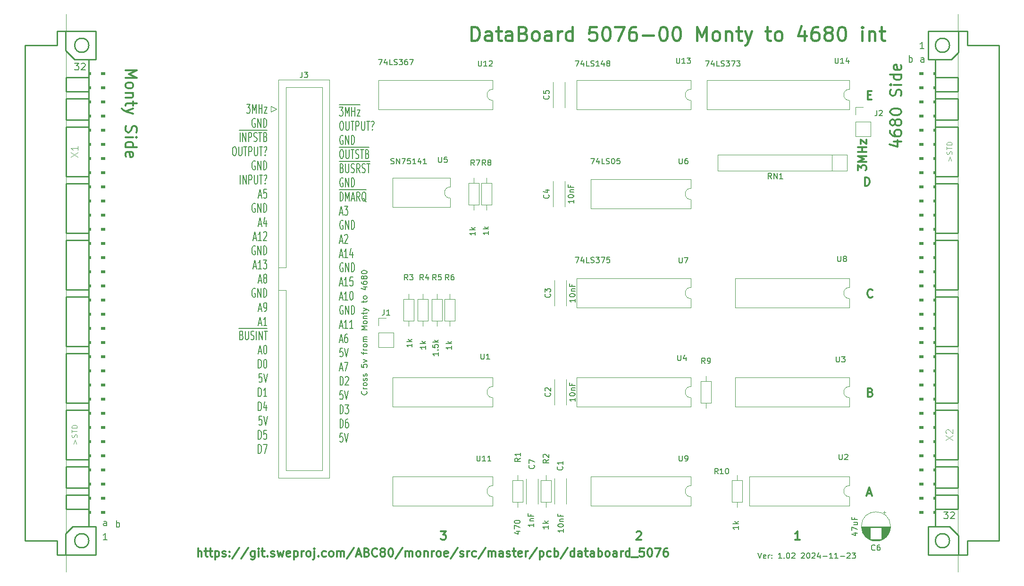
<source format=gbr>
%TF.GenerationSoftware,KiCad,Pcbnew,8.0.6*%
%TF.CreationDate,2024-11-23T08:24:53+01:00*%
%TF.ProjectId,databoard_5076,64617461-626f-4617-9264-5f353037362e,v1.02*%
%TF.SameCoordinates,Original*%
%TF.FileFunction,Legend,Top*%
%TF.FilePolarity,Positive*%
%FSLAX46Y46*%
G04 Gerber Fmt 4.6, Leading zero omitted, Abs format (unit mm)*
G04 Created by KiCad (PCBNEW 8.0.6) date 2024-11-23 08:24:53*
%MOMM*%
%LPD*%
G01*
G04 APERTURE LIST*
%ADD10C,0.300000*%
%ADD11C,0.150000*%
%ADD12C,0.200000*%
%ADD13C,0.400000*%
%ADD14C,0.120650*%
%ADD15C,0.127000*%
%ADD16C,0.101600*%
%ADD17C,0.120000*%
%ADD18C,0.254000*%
%ADD19C,0.000000*%
G04 APERTURE END LIST*
D10*
X189268510Y-112807114D02*
X189482796Y-112878542D01*
X189482796Y-112878542D02*
X189554225Y-112949971D01*
X189554225Y-112949971D02*
X189625653Y-113092828D01*
X189625653Y-113092828D02*
X189625653Y-113307114D01*
X189625653Y-113307114D02*
X189554225Y-113449971D01*
X189554225Y-113449971D02*
X189482796Y-113521400D01*
X189482796Y-113521400D02*
X189339939Y-113592828D01*
X189339939Y-113592828D02*
X188768510Y-113592828D01*
X188768510Y-113592828D02*
X188768510Y-112092828D01*
X188768510Y-112092828D02*
X189268510Y-112092828D01*
X189268510Y-112092828D02*
X189411368Y-112164257D01*
X189411368Y-112164257D02*
X189482796Y-112235685D01*
X189482796Y-112235685D02*
X189554225Y-112378542D01*
X189554225Y-112378542D02*
X189554225Y-112521400D01*
X189554225Y-112521400D02*
X189482796Y-112664257D01*
X189482796Y-112664257D02*
X189411368Y-112735685D01*
X189411368Y-112735685D02*
X189268510Y-112807114D01*
X189268510Y-112807114D02*
X188768510Y-112807114D01*
X188768510Y-59467114D02*
X189268510Y-59467114D01*
X189482796Y-60252828D02*
X188768510Y-60252828D01*
X188768510Y-60252828D02*
X188768510Y-58752828D01*
X188768510Y-58752828D02*
X189482796Y-58752828D01*
D11*
X98834580Y-112629792D02*
X98882200Y-112677411D01*
X98882200Y-112677411D02*
X98929819Y-112820268D01*
X98929819Y-112820268D02*
X98929819Y-112915506D01*
X98929819Y-112915506D02*
X98882200Y-113058363D01*
X98882200Y-113058363D02*
X98786961Y-113153601D01*
X98786961Y-113153601D02*
X98691723Y-113201220D01*
X98691723Y-113201220D02*
X98501247Y-113248839D01*
X98501247Y-113248839D02*
X98358390Y-113248839D01*
X98358390Y-113248839D02*
X98167914Y-113201220D01*
X98167914Y-113201220D02*
X98072676Y-113153601D01*
X98072676Y-113153601D02*
X97977438Y-113058363D01*
X97977438Y-113058363D02*
X97929819Y-112915506D01*
X97929819Y-112915506D02*
X97929819Y-112820268D01*
X97929819Y-112820268D02*
X97977438Y-112677411D01*
X97977438Y-112677411D02*
X98025057Y-112629792D01*
X98929819Y-112201220D02*
X98263152Y-112201220D01*
X98453628Y-112201220D02*
X98358390Y-112153601D01*
X98358390Y-112153601D02*
X98310771Y-112105982D01*
X98310771Y-112105982D02*
X98263152Y-112010744D01*
X98263152Y-112010744D02*
X98263152Y-111915506D01*
X98929819Y-111439315D02*
X98882200Y-111534553D01*
X98882200Y-111534553D02*
X98834580Y-111582172D01*
X98834580Y-111582172D02*
X98739342Y-111629791D01*
X98739342Y-111629791D02*
X98453628Y-111629791D01*
X98453628Y-111629791D02*
X98358390Y-111582172D01*
X98358390Y-111582172D02*
X98310771Y-111534553D01*
X98310771Y-111534553D02*
X98263152Y-111439315D01*
X98263152Y-111439315D02*
X98263152Y-111296458D01*
X98263152Y-111296458D02*
X98310771Y-111201220D01*
X98310771Y-111201220D02*
X98358390Y-111153601D01*
X98358390Y-111153601D02*
X98453628Y-111105982D01*
X98453628Y-111105982D02*
X98739342Y-111105982D01*
X98739342Y-111105982D02*
X98834580Y-111153601D01*
X98834580Y-111153601D02*
X98882200Y-111201220D01*
X98882200Y-111201220D02*
X98929819Y-111296458D01*
X98929819Y-111296458D02*
X98929819Y-111439315D01*
X98882200Y-110725029D02*
X98929819Y-110629791D01*
X98929819Y-110629791D02*
X98929819Y-110439315D01*
X98929819Y-110439315D02*
X98882200Y-110344077D01*
X98882200Y-110344077D02*
X98786961Y-110296458D01*
X98786961Y-110296458D02*
X98739342Y-110296458D01*
X98739342Y-110296458D02*
X98644104Y-110344077D01*
X98644104Y-110344077D02*
X98596485Y-110439315D01*
X98596485Y-110439315D02*
X98596485Y-110582172D01*
X98596485Y-110582172D02*
X98548866Y-110677410D01*
X98548866Y-110677410D02*
X98453628Y-110725029D01*
X98453628Y-110725029D02*
X98406009Y-110725029D01*
X98406009Y-110725029D02*
X98310771Y-110677410D01*
X98310771Y-110677410D02*
X98263152Y-110582172D01*
X98263152Y-110582172D02*
X98263152Y-110439315D01*
X98263152Y-110439315D02*
X98310771Y-110344077D01*
X98882200Y-109915505D02*
X98929819Y-109820267D01*
X98929819Y-109820267D02*
X98929819Y-109629791D01*
X98929819Y-109629791D02*
X98882200Y-109534553D01*
X98882200Y-109534553D02*
X98786961Y-109486934D01*
X98786961Y-109486934D02*
X98739342Y-109486934D01*
X98739342Y-109486934D02*
X98644104Y-109534553D01*
X98644104Y-109534553D02*
X98596485Y-109629791D01*
X98596485Y-109629791D02*
X98596485Y-109772648D01*
X98596485Y-109772648D02*
X98548866Y-109867886D01*
X98548866Y-109867886D02*
X98453628Y-109915505D01*
X98453628Y-109915505D02*
X98406009Y-109915505D01*
X98406009Y-109915505D02*
X98310771Y-109867886D01*
X98310771Y-109867886D02*
X98263152Y-109772648D01*
X98263152Y-109772648D02*
X98263152Y-109629791D01*
X98263152Y-109629791D02*
X98310771Y-109534553D01*
X97929819Y-107820267D02*
X97929819Y-108296457D01*
X97929819Y-108296457D02*
X98406009Y-108344076D01*
X98406009Y-108344076D02*
X98358390Y-108296457D01*
X98358390Y-108296457D02*
X98310771Y-108201219D01*
X98310771Y-108201219D02*
X98310771Y-107963124D01*
X98310771Y-107963124D02*
X98358390Y-107867886D01*
X98358390Y-107867886D02*
X98406009Y-107820267D01*
X98406009Y-107820267D02*
X98501247Y-107772648D01*
X98501247Y-107772648D02*
X98739342Y-107772648D01*
X98739342Y-107772648D02*
X98834580Y-107820267D01*
X98834580Y-107820267D02*
X98882200Y-107867886D01*
X98882200Y-107867886D02*
X98929819Y-107963124D01*
X98929819Y-107963124D02*
X98929819Y-108201219D01*
X98929819Y-108201219D02*
X98882200Y-108296457D01*
X98882200Y-108296457D02*
X98834580Y-108344076D01*
X98263152Y-107439314D02*
X98929819Y-107201219D01*
X98929819Y-107201219D02*
X98263152Y-106963124D01*
X98263152Y-105963123D02*
X98263152Y-105582171D01*
X98929819Y-105820266D02*
X98072676Y-105820266D01*
X98072676Y-105820266D02*
X97977438Y-105772647D01*
X97977438Y-105772647D02*
X97929819Y-105677409D01*
X97929819Y-105677409D02*
X97929819Y-105582171D01*
X98929819Y-105248837D02*
X98263152Y-105248837D01*
X98453628Y-105248837D02*
X98358390Y-105201218D01*
X98358390Y-105201218D02*
X98310771Y-105153599D01*
X98310771Y-105153599D02*
X98263152Y-105058361D01*
X98263152Y-105058361D02*
X98263152Y-104963123D01*
X98929819Y-104486932D02*
X98882200Y-104582170D01*
X98882200Y-104582170D02*
X98834580Y-104629789D01*
X98834580Y-104629789D02*
X98739342Y-104677408D01*
X98739342Y-104677408D02*
X98453628Y-104677408D01*
X98453628Y-104677408D02*
X98358390Y-104629789D01*
X98358390Y-104629789D02*
X98310771Y-104582170D01*
X98310771Y-104582170D02*
X98263152Y-104486932D01*
X98263152Y-104486932D02*
X98263152Y-104344075D01*
X98263152Y-104344075D02*
X98310771Y-104248837D01*
X98310771Y-104248837D02*
X98358390Y-104201218D01*
X98358390Y-104201218D02*
X98453628Y-104153599D01*
X98453628Y-104153599D02*
X98739342Y-104153599D01*
X98739342Y-104153599D02*
X98834580Y-104201218D01*
X98834580Y-104201218D02*
X98882200Y-104248837D01*
X98882200Y-104248837D02*
X98929819Y-104344075D01*
X98929819Y-104344075D02*
X98929819Y-104486932D01*
X98929819Y-103725027D02*
X98263152Y-103725027D01*
X98358390Y-103725027D02*
X98310771Y-103677408D01*
X98310771Y-103677408D02*
X98263152Y-103582170D01*
X98263152Y-103582170D02*
X98263152Y-103439313D01*
X98263152Y-103439313D02*
X98310771Y-103344075D01*
X98310771Y-103344075D02*
X98406009Y-103296456D01*
X98406009Y-103296456D02*
X98929819Y-103296456D01*
X98406009Y-103296456D02*
X98310771Y-103248837D01*
X98310771Y-103248837D02*
X98263152Y-103153599D01*
X98263152Y-103153599D02*
X98263152Y-103010742D01*
X98263152Y-103010742D02*
X98310771Y-102915503D01*
X98310771Y-102915503D02*
X98406009Y-102867884D01*
X98406009Y-102867884D02*
X98929819Y-102867884D01*
X98929819Y-101629789D02*
X97929819Y-101629789D01*
X97929819Y-101629789D02*
X98644104Y-101296456D01*
X98644104Y-101296456D02*
X97929819Y-100963123D01*
X97929819Y-100963123D02*
X98929819Y-100963123D01*
X98929819Y-100344075D02*
X98882200Y-100439313D01*
X98882200Y-100439313D02*
X98834580Y-100486932D01*
X98834580Y-100486932D02*
X98739342Y-100534551D01*
X98739342Y-100534551D02*
X98453628Y-100534551D01*
X98453628Y-100534551D02*
X98358390Y-100486932D01*
X98358390Y-100486932D02*
X98310771Y-100439313D01*
X98310771Y-100439313D02*
X98263152Y-100344075D01*
X98263152Y-100344075D02*
X98263152Y-100201218D01*
X98263152Y-100201218D02*
X98310771Y-100105980D01*
X98310771Y-100105980D02*
X98358390Y-100058361D01*
X98358390Y-100058361D02*
X98453628Y-100010742D01*
X98453628Y-100010742D02*
X98739342Y-100010742D01*
X98739342Y-100010742D02*
X98834580Y-100058361D01*
X98834580Y-100058361D02*
X98882200Y-100105980D01*
X98882200Y-100105980D02*
X98929819Y-100201218D01*
X98929819Y-100201218D02*
X98929819Y-100344075D01*
X98263152Y-99582170D02*
X98929819Y-99582170D01*
X98358390Y-99582170D02*
X98310771Y-99534551D01*
X98310771Y-99534551D02*
X98263152Y-99439313D01*
X98263152Y-99439313D02*
X98263152Y-99296456D01*
X98263152Y-99296456D02*
X98310771Y-99201218D01*
X98310771Y-99201218D02*
X98406009Y-99153599D01*
X98406009Y-99153599D02*
X98929819Y-99153599D01*
X98263152Y-98820265D02*
X98263152Y-98439313D01*
X97929819Y-98677408D02*
X98786961Y-98677408D01*
X98786961Y-98677408D02*
X98882200Y-98629789D01*
X98882200Y-98629789D02*
X98929819Y-98534551D01*
X98929819Y-98534551D02*
X98929819Y-98439313D01*
X98263152Y-98201217D02*
X98929819Y-97963122D01*
X98263152Y-97725027D02*
X98929819Y-97963122D01*
X98929819Y-97963122D02*
X99167914Y-98058360D01*
X99167914Y-98058360D02*
X99215533Y-98105979D01*
X99215533Y-98105979D02*
X99263152Y-98201217D01*
X98263152Y-96725026D02*
X98263152Y-96344074D01*
X97929819Y-96582169D02*
X98786961Y-96582169D01*
X98786961Y-96582169D02*
X98882200Y-96534550D01*
X98882200Y-96534550D02*
X98929819Y-96439312D01*
X98929819Y-96439312D02*
X98929819Y-96344074D01*
X98929819Y-95867883D02*
X98882200Y-95963121D01*
X98882200Y-95963121D02*
X98834580Y-96010740D01*
X98834580Y-96010740D02*
X98739342Y-96058359D01*
X98739342Y-96058359D02*
X98453628Y-96058359D01*
X98453628Y-96058359D02*
X98358390Y-96010740D01*
X98358390Y-96010740D02*
X98310771Y-95963121D01*
X98310771Y-95963121D02*
X98263152Y-95867883D01*
X98263152Y-95867883D02*
X98263152Y-95725026D01*
X98263152Y-95725026D02*
X98310771Y-95629788D01*
X98310771Y-95629788D02*
X98358390Y-95582169D01*
X98358390Y-95582169D02*
X98453628Y-95534550D01*
X98453628Y-95534550D02*
X98739342Y-95534550D01*
X98739342Y-95534550D02*
X98834580Y-95582169D01*
X98834580Y-95582169D02*
X98882200Y-95629788D01*
X98882200Y-95629788D02*
X98929819Y-95725026D01*
X98929819Y-95725026D02*
X98929819Y-95867883D01*
X98263152Y-93915502D02*
X98929819Y-93915502D01*
X97882200Y-94153597D02*
X98596485Y-94391692D01*
X98596485Y-94391692D02*
X98596485Y-93772645D01*
X97929819Y-92963121D02*
X97929819Y-93153597D01*
X97929819Y-93153597D02*
X97977438Y-93248835D01*
X97977438Y-93248835D02*
X98025057Y-93296454D01*
X98025057Y-93296454D02*
X98167914Y-93391692D01*
X98167914Y-93391692D02*
X98358390Y-93439311D01*
X98358390Y-93439311D02*
X98739342Y-93439311D01*
X98739342Y-93439311D02*
X98834580Y-93391692D01*
X98834580Y-93391692D02*
X98882200Y-93344073D01*
X98882200Y-93344073D02*
X98929819Y-93248835D01*
X98929819Y-93248835D02*
X98929819Y-93058359D01*
X98929819Y-93058359D02*
X98882200Y-92963121D01*
X98882200Y-92963121D02*
X98834580Y-92915502D01*
X98834580Y-92915502D02*
X98739342Y-92867883D01*
X98739342Y-92867883D02*
X98501247Y-92867883D01*
X98501247Y-92867883D02*
X98406009Y-92915502D01*
X98406009Y-92915502D02*
X98358390Y-92963121D01*
X98358390Y-92963121D02*
X98310771Y-93058359D01*
X98310771Y-93058359D02*
X98310771Y-93248835D01*
X98310771Y-93248835D02*
X98358390Y-93344073D01*
X98358390Y-93344073D02*
X98406009Y-93391692D01*
X98406009Y-93391692D02*
X98501247Y-93439311D01*
X98358390Y-92296454D02*
X98310771Y-92391692D01*
X98310771Y-92391692D02*
X98263152Y-92439311D01*
X98263152Y-92439311D02*
X98167914Y-92486930D01*
X98167914Y-92486930D02*
X98120295Y-92486930D01*
X98120295Y-92486930D02*
X98025057Y-92439311D01*
X98025057Y-92439311D02*
X97977438Y-92391692D01*
X97977438Y-92391692D02*
X97929819Y-92296454D01*
X97929819Y-92296454D02*
X97929819Y-92105978D01*
X97929819Y-92105978D02*
X97977438Y-92010740D01*
X97977438Y-92010740D02*
X98025057Y-91963121D01*
X98025057Y-91963121D02*
X98120295Y-91915502D01*
X98120295Y-91915502D02*
X98167914Y-91915502D01*
X98167914Y-91915502D02*
X98263152Y-91963121D01*
X98263152Y-91963121D02*
X98310771Y-92010740D01*
X98310771Y-92010740D02*
X98358390Y-92105978D01*
X98358390Y-92105978D02*
X98358390Y-92296454D01*
X98358390Y-92296454D02*
X98406009Y-92391692D01*
X98406009Y-92391692D02*
X98453628Y-92439311D01*
X98453628Y-92439311D02*
X98548866Y-92486930D01*
X98548866Y-92486930D02*
X98739342Y-92486930D01*
X98739342Y-92486930D02*
X98834580Y-92439311D01*
X98834580Y-92439311D02*
X98882200Y-92391692D01*
X98882200Y-92391692D02*
X98929819Y-92296454D01*
X98929819Y-92296454D02*
X98929819Y-92105978D01*
X98929819Y-92105978D02*
X98882200Y-92010740D01*
X98882200Y-92010740D02*
X98834580Y-91963121D01*
X98834580Y-91963121D02*
X98739342Y-91915502D01*
X98739342Y-91915502D02*
X98548866Y-91915502D01*
X98548866Y-91915502D02*
X98453628Y-91963121D01*
X98453628Y-91963121D02*
X98406009Y-92010740D01*
X98406009Y-92010740D02*
X98358390Y-92105978D01*
X97929819Y-91296454D02*
X97929819Y-91201216D01*
X97929819Y-91201216D02*
X97977438Y-91105978D01*
X97977438Y-91105978D02*
X98025057Y-91058359D01*
X98025057Y-91058359D02*
X98120295Y-91010740D01*
X98120295Y-91010740D02*
X98310771Y-90963121D01*
X98310771Y-90963121D02*
X98548866Y-90963121D01*
X98548866Y-90963121D02*
X98739342Y-91010740D01*
X98739342Y-91010740D02*
X98834580Y-91058359D01*
X98834580Y-91058359D02*
X98882200Y-91105978D01*
X98882200Y-91105978D02*
X98929819Y-91201216D01*
X98929819Y-91201216D02*
X98929819Y-91296454D01*
X98929819Y-91296454D02*
X98882200Y-91391692D01*
X98882200Y-91391692D02*
X98834580Y-91439311D01*
X98834580Y-91439311D02*
X98739342Y-91486930D01*
X98739342Y-91486930D02*
X98548866Y-91534549D01*
X98548866Y-91534549D02*
X98310771Y-91534549D01*
X98310771Y-91534549D02*
X98120295Y-91486930D01*
X98120295Y-91486930D02*
X98025057Y-91439311D01*
X98025057Y-91439311D02*
X97977438Y-91391692D01*
X97977438Y-91391692D02*
X97929819Y-91296454D01*
D10*
X112171653Y-137746828D02*
X113100225Y-137746828D01*
X113100225Y-137746828D02*
X112600225Y-138318257D01*
X112600225Y-138318257D02*
X112814510Y-138318257D01*
X112814510Y-138318257D02*
X112957368Y-138389685D01*
X112957368Y-138389685D02*
X113028796Y-138461114D01*
X113028796Y-138461114D02*
X113100225Y-138603971D01*
X113100225Y-138603971D02*
X113100225Y-138961114D01*
X113100225Y-138961114D02*
X113028796Y-139103971D01*
X113028796Y-139103971D02*
X112957368Y-139175400D01*
X112957368Y-139175400D02*
X112814510Y-139246828D01*
X112814510Y-139246828D02*
X112385939Y-139246828D01*
X112385939Y-139246828D02*
X112243082Y-139175400D01*
X112243082Y-139175400D02*
X112171653Y-139103971D01*
X55632361Y-55029558D02*
X57632361Y-55029558D01*
X57632361Y-55029558D02*
X56203790Y-55696225D01*
X56203790Y-55696225D02*
X57632361Y-56362891D01*
X57632361Y-56362891D02*
X55632361Y-56362891D01*
X55632361Y-57600986D02*
X55727600Y-57410510D01*
X55727600Y-57410510D02*
X55822838Y-57315272D01*
X55822838Y-57315272D02*
X56013314Y-57220034D01*
X56013314Y-57220034D02*
X56584742Y-57220034D01*
X56584742Y-57220034D02*
X56775219Y-57315272D01*
X56775219Y-57315272D02*
X56870457Y-57410510D01*
X56870457Y-57410510D02*
X56965695Y-57600986D01*
X56965695Y-57600986D02*
X56965695Y-57886701D01*
X56965695Y-57886701D02*
X56870457Y-58077177D01*
X56870457Y-58077177D02*
X56775219Y-58172415D01*
X56775219Y-58172415D02*
X56584742Y-58267653D01*
X56584742Y-58267653D02*
X56013314Y-58267653D01*
X56013314Y-58267653D02*
X55822838Y-58172415D01*
X55822838Y-58172415D02*
X55727600Y-58077177D01*
X55727600Y-58077177D02*
X55632361Y-57886701D01*
X55632361Y-57886701D02*
X55632361Y-57600986D01*
X56965695Y-59124796D02*
X55632361Y-59124796D01*
X56775219Y-59124796D02*
X56870457Y-59220034D01*
X56870457Y-59220034D02*
X56965695Y-59410510D01*
X56965695Y-59410510D02*
X56965695Y-59696225D01*
X56965695Y-59696225D02*
X56870457Y-59886701D01*
X56870457Y-59886701D02*
X56679980Y-59981939D01*
X56679980Y-59981939D02*
X55632361Y-59981939D01*
X56965695Y-60648606D02*
X56965695Y-61410510D01*
X57632361Y-60934320D02*
X55918076Y-60934320D01*
X55918076Y-60934320D02*
X55727600Y-61029558D01*
X55727600Y-61029558D02*
X55632361Y-61220034D01*
X55632361Y-61220034D02*
X55632361Y-61410510D01*
X56965695Y-61886701D02*
X55632361Y-62362891D01*
X56965695Y-62839082D02*
X55632361Y-62362891D01*
X55632361Y-62362891D02*
X55156171Y-62172415D01*
X55156171Y-62172415D02*
X55060933Y-62077177D01*
X55060933Y-62077177D02*
X54965695Y-61886701D01*
X55727600Y-65029559D02*
X55632361Y-65315273D01*
X55632361Y-65315273D02*
X55632361Y-65791464D01*
X55632361Y-65791464D02*
X55727600Y-65981940D01*
X55727600Y-65981940D02*
X55822838Y-66077178D01*
X55822838Y-66077178D02*
X56013314Y-66172416D01*
X56013314Y-66172416D02*
X56203790Y-66172416D01*
X56203790Y-66172416D02*
X56394266Y-66077178D01*
X56394266Y-66077178D02*
X56489504Y-65981940D01*
X56489504Y-65981940D02*
X56584742Y-65791464D01*
X56584742Y-65791464D02*
X56679980Y-65410511D01*
X56679980Y-65410511D02*
X56775219Y-65220035D01*
X56775219Y-65220035D02*
X56870457Y-65124797D01*
X56870457Y-65124797D02*
X57060933Y-65029559D01*
X57060933Y-65029559D02*
X57251409Y-65029559D01*
X57251409Y-65029559D02*
X57441885Y-65124797D01*
X57441885Y-65124797D02*
X57537123Y-65220035D01*
X57537123Y-65220035D02*
X57632361Y-65410511D01*
X57632361Y-65410511D02*
X57632361Y-65886702D01*
X57632361Y-65886702D02*
X57537123Y-66172416D01*
X55632361Y-67029559D02*
X56965695Y-67029559D01*
X57632361Y-67029559D02*
X57537123Y-66934321D01*
X57537123Y-66934321D02*
X57441885Y-67029559D01*
X57441885Y-67029559D02*
X57537123Y-67124797D01*
X57537123Y-67124797D02*
X57632361Y-67029559D01*
X57632361Y-67029559D02*
X57441885Y-67029559D01*
X55632361Y-68839083D02*
X57632361Y-68839083D01*
X55727600Y-68839083D02*
X55632361Y-68648607D01*
X55632361Y-68648607D02*
X55632361Y-68267654D01*
X55632361Y-68267654D02*
X55727600Y-68077178D01*
X55727600Y-68077178D02*
X55822838Y-67981940D01*
X55822838Y-67981940D02*
X56013314Y-67886702D01*
X56013314Y-67886702D02*
X56584742Y-67886702D01*
X56584742Y-67886702D02*
X56775219Y-67981940D01*
X56775219Y-67981940D02*
X56870457Y-68077178D01*
X56870457Y-68077178D02*
X56965695Y-68267654D01*
X56965695Y-68267654D02*
X56965695Y-68648607D01*
X56965695Y-68648607D02*
X56870457Y-68839083D01*
X55727600Y-70553369D02*
X55632361Y-70362893D01*
X55632361Y-70362893D02*
X55632361Y-69981940D01*
X55632361Y-69981940D02*
X55727600Y-69791464D01*
X55727600Y-69791464D02*
X55918076Y-69696226D01*
X55918076Y-69696226D02*
X56679980Y-69696226D01*
X56679980Y-69696226D02*
X56870457Y-69791464D01*
X56870457Y-69791464D02*
X56965695Y-69981940D01*
X56965695Y-69981940D02*
X56965695Y-70362893D01*
X56965695Y-70362893D02*
X56870457Y-70553369D01*
X56870457Y-70553369D02*
X56679980Y-70648607D01*
X56679980Y-70648607D02*
X56489504Y-70648607D01*
X56489504Y-70648607D02*
X56299028Y-69696226D01*
X147295082Y-137889685D02*
X147366510Y-137818257D01*
X147366510Y-137818257D02*
X147509368Y-137746828D01*
X147509368Y-137746828D02*
X147866510Y-137746828D01*
X147866510Y-137746828D02*
X148009368Y-137818257D01*
X148009368Y-137818257D02*
X148080796Y-137889685D01*
X148080796Y-137889685D02*
X148152225Y-138032542D01*
X148152225Y-138032542D02*
X148152225Y-138175400D01*
X148152225Y-138175400D02*
X148080796Y-138389685D01*
X148080796Y-138389685D02*
X147223653Y-139246828D01*
X147223653Y-139246828D02*
X148152225Y-139246828D01*
X189625653Y-95669971D02*
X189554225Y-95741400D01*
X189554225Y-95741400D02*
X189339939Y-95812828D01*
X189339939Y-95812828D02*
X189197082Y-95812828D01*
X189197082Y-95812828D02*
X188982796Y-95741400D01*
X188982796Y-95741400D02*
X188839939Y-95598542D01*
X188839939Y-95598542D02*
X188768510Y-95455685D01*
X188768510Y-95455685D02*
X188697082Y-95169971D01*
X188697082Y-95169971D02*
X188697082Y-94955685D01*
X188697082Y-94955685D02*
X188768510Y-94669971D01*
X188768510Y-94669971D02*
X188839939Y-94527114D01*
X188839939Y-94527114D02*
X188982796Y-94384257D01*
X188982796Y-94384257D02*
X189197082Y-94312828D01*
X189197082Y-94312828D02*
X189339939Y-94312828D01*
X189339939Y-94312828D02*
X189554225Y-94384257D01*
X189554225Y-94384257D02*
X189625653Y-94455685D01*
X187022828Y-72994346D02*
X187022828Y-72065774D01*
X187022828Y-72065774D02*
X187594257Y-72565774D01*
X187594257Y-72565774D02*
X187594257Y-72351489D01*
X187594257Y-72351489D02*
X187665685Y-72208632D01*
X187665685Y-72208632D02*
X187737114Y-72137203D01*
X187737114Y-72137203D02*
X187879971Y-72065774D01*
X187879971Y-72065774D02*
X188237114Y-72065774D01*
X188237114Y-72065774D02*
X188379971Y-72137203D01*
X188379971Y-72137203D02*
X188451400Y-72208632D01*
X188451400Y-72208632D02*
X188522828Y-72351489D01*
X188522828Y-72351489D02*
X188522828Y-72780060D01*
X188522828Y-72780060D02*
X188451400Y-72922917D01*
X188451400Y-72922917D02*
X188379971Y-72994346D01*
X188522828Y-71422918D02*
X187022828Y-71422918D01*
X187022828Y-71422918D02*
X188094257Y-70922918D01*
X188094257Y-70922918D02*
X187022828Y-70422918D01*
X187022828Y-70422918D02*
X188522828Y-70422918D01*
X188522828Y-69708632D02*
X187022828Y-69708632D01*
X187737114Y-69708632D02*
X187737114Y-68851489D01*
X188522828Y-68851489D02*
X187022828Y-68851489D01*
X187522828Y-68280060D02*
X187522828Y-67494346D01*
X187522828Y-67494346D02*
X188522828Y-68280060D01*
X188522828Y-68280060D02*
X188522828Y-67494346D01*
X188697082Y-130944257D02*
X189411368Y-130944257D01*
X188554225Y-131372828D02*
X189054225Y-129872828D01*
X189054225Y-129872828D02*
X189554225Y-131372828D01*
X188260510Y-75746828D02*
X188260510Y-74246828D01*
X188260510Y-74246828D02*
X188617653Y-74246828D01*
X188617653Y-74246828D02*
X188831939Y-74318257D01*
X188831939Y-74318257D02*
X188974796Y-74461114D01*
X188974796Y-74461114D02*
X189046225Y-74603971D01*
X189046225Y-74603971D02*
X189117653Y-74889685D01*
X189117653Y-74889685D02*
X189117653Y-75103971D01*
X189117653Y-75103971D02*
X189046225Y-75389685D01*
X189046225Y-75389685D02*
X188974796Y-75532542D01*
X188974796Y-75532542D02*
X188831939Y-75675400D01*
X188831939Y-75675400D02*
X188617653Y-75746828D01*
X188617653Y-75746828D02*
X188260510Y-75746828D01*
X68626510Y-142294828D02*
X68626510Y-140794828D01*
X69269368Y-142294828D02*
X69269368Y-141509114D01*
X69269368Y-141509114D02*
X69197939Y-141366257D01*
X69197939Y-141366257D02*
X69055082Y-141294828D01*
X69055082Y-141294828D02*
X68840796Y-141294828D01*
X68840796Y-141294828D02*
X68697939Y-141366257D01*
X68697939Y-141366257D02*
X68626510Y-141437685D01*
X69769368Y-141294828D02*
X70340796Y-141294828D01*
X69983653Y-140794828D02*
X69983653Y-142080542D01*
X69983653Y-142080542D02*
X70055082Y-142223400D01*
X70055082Y-142223400D02*
X70197939Y-142294828D01*
X70197939Y-142294828D02*
X70340796Y-142294828D01*
X70626511Y-141294828D02*
X71197939Y-141294828D01*
X70840796Y-140794828D02*
X70840796Y-142080542D01*
X70840796Y-142080542D02*
X70912225Y-142223400D01*
X70912225Y-142223400D02*
X71055082Y-142294828D01*
X71055082Y-142294828D02*
X71197939Y-142294828D01*
X71697939Y-141294828D02*
X71697939Y-142794828D01*
X71697939Y-141366257D02*
X71840797Y-141294828D01*
X71840797Y-141294828D02*
X72126511Y-141294828D01*
X72126511Y-141294828D02*
X72269368Y-141366257D01*
X72269368Y-141366257D02*
X72340797Y-141437685D01*
X72340797Y-141437685D02*
X72412225Y-141580542D01*
X72412225Y-141580542D02*
X72412225Y-142009114D01*
X72412225Y-142009114D02*
X72340797Y-142151971D01*
X72340797Y-142151971D02*
X72269368Y-142223400D01*
X72269368Y-142223400D02*
X72126511Y-142294828D01*
X72126511Y-142294828D02*
X71840797Y-142294828D01*
X71840797Y-142294828D02*
X71697939Y-142223400D01*
X72983654Y-142223400D02*
X73126511Y-142294828D01*
X73126511Y-142294828D02*
X73412225Y-142294828D01*
X73412225Y-142294828D02*
X73555082Y-142223400D01*
X73555082Y-142223400D02*
X73626511Y-142080542D01*
X73626511Y-142080542D02*
X73626511Y-142009114D01*
X73626511Y-142009114D02*
X73555082Y-141866257D01*
X73555082Y-141866257D02*
X73412225Y-141794828D01*
X73412225Y-141794828D02*
X73197940Y-141794828D01*
X73197940Y-141794828D02*
X73055082Y-141723400D01*
X73055082Y-141723400D02*
X72983654Y-141580542D01*
X72983654Y-141580542D02*
X72983654Y-141509114D01*
X72983654Y-141509114D02*
X73055082Y-141366257D01*
X73055082Y-141366257D02*
X73197940Y-141294828D01*
X73197940Y-141294828D02*
X73412225Y-141294828D01*
X73412225Y-141294828D02*
X73555082Y-141366257D01*
X74269368Y-142151971D02*
X74340797Y-142223400D01*
X74340797Y-142223400D02*
X74269368Y-142294828D01*
X74269368Y-142294828D02*
X74197940Y-142223400D01*
X74197940Y-142223400D02*
X74269368Y-142151971D01*
X74269368Y-142151971D02*
X74269368Y-142294828D01*
X74269368Y-141366257D02*
X74340797Y-141437685D01*
X74340797Y-141437685D02*
X74269368Y-141509114D01*
X74269368Y-141509114D02*
X74197940Y-141437685D01*
X74197940Y-141437685D02*
X74269368Y-141366257D01*
X74269368Y-141366257D02*
X74269368Y-141509114D01*
X76055083Y-140723400D02*
X74769369Y-142651971D01*
X77626512Y-140723400D02*
X76340798Y-142651971D01*
X78769370Y-141294828D02*
X78769370Y-142509114D01*
X78769370Y-142509114D02*
X78697941Y-142651971D01*
X78697941Y-142651971D02*
X78626512Y-142723400D01*
X78626512Y-142723400D02*
X78483655Y-142794828D01*
X78483655Y-142794828D02*
X78269370Y-142794828D01*
X78269370Y-142794828D02*
X78126512Y-142723400D01*
X78769370Y-142223400D02*
X78626512Y-142294828D01*
X78626512Y-142294828D02*
X78340798Y-142294828D01*
X78340798Y-142294828D02*
X78197941Y-142223400D01*
X78197941Y-142223400D02*
X78126512Y-142151971D01*
X78126512Y-142151971D02*
X78055084Y-142009114D01*
X78055084Y-142009114D02*
X78055084Y-141580542D01*
X78055084Y-141580542D02*
X78126512Y-141437685D01*
X78126512Y-141437685D02*
X78197941Y-141366257D01*
X78197941Y-141366257D02*
X78340798Y-141294828D01*
X78340798Y-141294828D02*
X78626512Y-141294828D01*
X78626512Y-141294828D02*
X78769370Y-141366257D01*
X79483655Y-142294828D02*
X79483655Y-141294828D01*
X79483655Y-140794828D02*
X79412227Y-140866257D01*
X79412227Y-140866257D02*
X79483655Y-140937685D01*
X79483655Y-140937685D02*
X79555084Y-140866257D01*
X79555084Y-140866257D02*
X79483655Y-140794828D01*
X79483655Y-140794828D02*
X79483655Y-140937685D01*
X79983656Y-141294828D02*
X80555084Y-141294828D01*
X80197941Y-140794828D02*
X80197941Y-142080542D01*
X80197941Y-142080542D02*
X80269370Y-142223400D01*
X80269370Y-142223400D02*
X80412227Y-142294828D01*
X80412227Y-142294828D02*
X80555084Y-142294828D01*
X81055084Y-142151971D02*
X81126513Y-142223400D01*
X81126513Y-142223400D02*
X81055084Y-142294828D01*
X81055084Y-142294828D02*
X80983656Y-142223400D01*
X80983656Y-142223400D02*
X81055084Y-142151971D01*
X81055084Y-142151971D02*
X81055084Y-142294828D01*
X81697942Y-142223400D02*
X81840799Y-142294828D01*
X81840799Y-142294828D02*
X82126513Y-142294828D01*
X82126513Y-142294828D02*
X82269370Y-142223400D01*
X82269370Y-142223400D02*
X82340799Y-142080542D01*
X82340799Y-142080542D02*
X82340799Y-142009114D01*
X82340799Y-142009114D02*
X82269370Y-141866257D01*
X82269370Y-141866257D02*
X82126513Y-141794828D01*
X82126513Y-141794828D02*
X81912228Y-141794828D01*
X81912228Y-141794828D02*
X81769370Y-141723400D01*
X81769370Y-141723400D02*
X81697942Y-141580542D01*
X81697942Y-141580542D02*
X81697942Y-141509114D01*
X81697942Y-141509114D02*
X81769370Y-141366257D01*
X81769370Y-141366257D02*
X81912228Y-141294828D01*
X81912228Y-141294828D02*
X82126513Y-141294828D01*
X82126513Y-141294828D02*
X82269370Y-141366257D01*
X82840799Y-141294828D02*
X83126514Y-142294828D01*
X83126514Y-142294828D02*
X83412228Y-141580542D01*
X83412228Y-141580542D02*
X83697942Y-142294828D01*
X83697942Y-142294828D02*
X83983656Y-141294828D01*
X85126514Y-142223400D02*
X84983657Y-142294828D01*
X84983657Y-142294828D02*
X84697943Y-142294828D01*
X84697943Y-142294828D02*
X84555085Y-142223400D01*
X84555085Y-142223400D02*
X84483657Y-142080542D01*
X84483657Y-142080542D02*
X84483657Y-141509114D01*
X84483657Y-141509114D02*
X84555085Y-141366257D01*
X84555085Y-141366257D02*
X84697943Y-141294828D01*
X84697943Y-141294828D02*
X84983657Y-141294828D01*
X84983657Y-141294828D02*
X85126514Y-141366257D01*
X85126514Y-141366257D02*
X85197943Y-141509114D01*
X85197943Y-141509114D02*
X85197943Y-141651971D01*
X85197943Y-141651971D02*
X84483657Y-141794828D01*
X85840799Y-141294828D02*
X85840799Y-142794828D01*
X85840799Y-141366257D02*
X85983657Y-141294828D01*
X85983657Y-141294828D02*
X86269371Y-141294828D01*
X86269371Y-141294828D02*
X86412228Y-141366257D01*
X86412228Y-141366257D02*
X86483657Y-141437685D01*
X86483657Y-141437685D02*
X86555085Y-141580542D01*
X86555085Y-141580542D02*
X86555085Y-142009114D01*
X86555085Y-142009114D02*
X86483657Y-142151971D01*
X86483657Y-142151971D02*
X86412228Y-142223400D01*
X86412228Y-142223400D02*
X86269371Y-142294828D01*
X86269371Y-142294828D02*
X85983657Y-142294828D01*
X85983657Y-142294828D02*
X85840799Y-142223400D01*
X87197942Y-142294828D02*
X87197942Y-141294828D01*
X87197942Y-141580542D02*
X87269371Y-141437685D01*
X87269371Y-141437685D02*
X87340800Y-141366257D01*
X87340800Y-141366257D02*
X87483657Y-141294828D01*
X87483657Y-141294828D02*
X87626514Y-141294828D01*
X88340799Y-142294828D02*
X88197942Y-142223400D01*
X88197942Y-142223400D02*
X88126513Y-142151971D01*
X88126513Y-142151971D02*
X88055085Y-142009114D01*
X88055085Y-142009114D02*
X88055085Y-141580542D01*
X88055085Y-141580542D02*
X88126513Y-141437685D01*
X88126513Y-141437685D02*
X88197942Y-141366257D01*
X88197942Y-141366257D02*
X88340799Y-141294828D01*
X88340799Y-141294828D02*
X88555085Y-141294828D01*
X88555085Y-141294828D02*
X88697942Y-141366257D01*
X88697942Y-141366257D02*
X88769371Y-141437685D01*
X88769371Y-141437685D02*
X88840799Y-141580542D01*
X88840799Y-141580542D02*
X88840799Y-142009114D01*
X88840799Y-142009114D02*
X88769371Y-142151971D01*
X88769371Y-142151971D02*
X88697942Y-142223400D01*
X88697942Y-142223400D02*
X88555085Y-142294828D01*
X88555085Y-142294828D02*
X88340799Y-142294828D01*
X89483656Y-141294828D02*
X89483656Y-142580542D01*
X89483656Y-142580542D02*
X89412228Y-142723400D01*
X89412228Y-142723400D02*
X89269371Y-142794828D01*
X89269371Y-142794828D02*
X89197942Y-142794828D01*
X89483656Y-140794828D02*
X89412228Y-140866257D01*
X89412228Y-140866257D02*
X89483656Y-140937685D01*
X89483656Y-140937685D02*
X89555085Y-140866257D01*
X89555085Y-140866257D02*
X89483656Y-140794828D01*
X89483656Y-140794828D02*
X89483656Y-140937685D01*
X90197942Y-142151971D02*
X90269371Y-142223400D01*
X90269371Y-142223400D02*
X90197942Y-142294828D01*
X90197942Y-142294828D02*
X90126514Y-142223400D01*
X90126514Y-142223400D02*
X90197942Y-142151971D01*
X90197942Y-142151971D02*
X90197942Y-142294828D01*
X91555086Y-142223400D02*
X91412228Y-142294828D01*
X91412228Y-142294828D02*
X91126514Y-142294828D01*
X91126514Y-142294828D02*
X90983657Y-142223400D01*
X90983657Y-142223400D02*
X90912228Y-142151971D01*
X90912228Y-142151971D02*
X90840800Y-142009114D01*
X90840800Y-142009114D02*
X90840800Y-141580542D01*
X90840800Y-141580542D02*
X90912228Y-141437685D01*
X90912228Y-141437685D02*
X90983657Y-141366257D01*
X90983657Y-141366257D02*
X91126514Y-141294828D01*
X91126514Y-141294828D02*
X91412228Y-141294828D01*
X91412228Y-141294828D02*
X91555086Y-141366257D01*
X92412228Y-142294828D02*
X92269371Y-142223400D01*
X92269371Y-142223400D02*
X92197942Y-142151971D01*
X92197942Y-142151971D02*
X92126514Y-142009114D01*
X92126514Y-142009114D02*
X92126514Y-141580542D01*
X92126514Y-141580542D02*
X92197942Y-141437685D01*
X92197942Y-141437685D02*
X92269371Y-141366257D01*
X92269371Y-141366257D02*
X92412228Y-141294828D01*
X92412228Y-141294828D02*
X92626514Y-141294828D01*
X92626514Y-141294828D02*
X92769371Y-141366257D01*
X92769371Y-141366257D02*
X92840800Y-141437685D01*
X92840800Y-141437685D02*
X92912228Y-141580542D01*
X92912228Y-141580542D02*
X92912228Y-142009114D01*
X92912228Y-142009114D02*
X92840800Y-142151971D01*
X92840800Y-142151971D02*
X92769371Y-142223400D01*
X92769371Y-142223400D02*
X92626514Y-142294828D01*
X92626514Y-142294828D02*
X92412228Y-142294828D01*
X93555085Y-142294828D02*
X93555085Y-141294828D01*
X93555085Y-141437685D02*
X93626514Y-141366257D01*
X93626514Y-141366257D02*
X93769371Y-141294828D01*
X93769371Y-141294828D02*
X93983657Y-141294828D01*
X93983657Y-141294828D02*
X94126514Y-141366257D01*
X94126514Y-141366257D02*
X94197943Y-141509114D01*
X94197943Y-141509114D02*
X94197943Y-142294828D01*
X94197943Y-141509114D02*
X94269371Y-141366257D01*
X94269371Y-141366257D02*
X94412228Y-141294828D01*
X94412228Y-141294828D02*
X94626514Y-141294828D01*
X94626514Y-141294828D02*
X94769371Y-141366257D01*
X94769371Y-141366257D02*
X94840800Y-141509114D01*
X94840800Y-141509114D02*
X94840800Y-142294828D01*
X96626514Y-140723400D02*
X95340800Y-142651971D01*
X97055086Y-141866257D02*
X97769372Y-141866257D01*
X96912229Y-142294828D02*
X97412229Y-140794828D01*
X97412229Y-140794828D02*
X97912229Y-142294828D01*
X98912228Y-141509114D02*
X99126514Y-141580542D01*
X99126514Y-141580542D02*
X99197943Y-141651971D01*
X99197943Y-141651971D02*
X99269371Y-141794828D01*
X99269371Y-141794828D02*
X99269371Y-142009114D01*
X99269371Y-142009114D02*
X99197943Y-142151971D01*
X99197943Y-142151971D02*
X99126514Y-142223400D01*
X99126514Y-142223400D02*
X98983657Y-142294828D01*
X98983657Y-142294828D02*
X98412228Y-142294828D01*
X98412228Y-142294828D02*
X98412228Y-140794828D01*
X98412228Y-140794828D02*
X98912228Y-140794828D01*
X98912228Y-140794828D02*
X99055086Y-140866257D01*
X99055086Y-140866257D02*
X99126514Y-140937685D01*
X99126514Y-140937685D02*
X99197943Y-141080542D01*
X99197943Y-141080542D02*
X99197943Y-141223400D01*
X99197943Y-141223400D02*
X99126514Y-141366257D01*
X99126514Y-141366257D02*
X99055086Y-141437685D01*
X99055086Y-141437685D02*
X98912228Y-141509114D01*
X98912228Y-141509114D02*
X98412228Y-141509114D01*
X100769371Y-142151971D02*
X100697943Y-142223400D01*
X100697943Y-142223400D02*
X100483657Y-142294828D01*
X100483657Y-142294828D02*
X100340800Y-142294828D01*
X100340800Y-142294828D02*
X100126514Y-142223400D01*
X100126514Y-142223400D02*
X99983657Y-142080542D01*
X99983657Y-142080542D02*
X99912228Y-141937685D01*
X99912228Y-141937685D02*
X99840800Y-141651971D01*
X99840800Y-141651971D02*
X99840800Y-141437685D01*
X99840800Y-141437685D02*
X99912228Y-141151971D01*
X99912228Y-141151971D02*
X99983657Y-141009114D01*
X99983657Y-141009114D02*
X100126514Y-140866257D01*
X100126514Y-140866257D02*
X100340800Y-140794828D01*
X100340800Y-140794828D02*
X100483657Y-140794828D01*
X100483657Y-140794828D02*
X100697943Y-140866257D01*
X100697943Y-140866257D02*
X100769371Y-140937685D01*
X101626514Y-141437685D02*
X101483657Y-141366257D01*
X101483657Y-141366257D02*
X101412228Y-141294828D01*
X101412228Y-141294828D02*
X101340800Y-141151971D01*
X101340800Y-141151971D02*
X101340800Y-141080542D01*
X101340800Y-141080542D02*
X101412228Y-140937685D01*
X101412228Y-140937685D02*
X101483657Y-140866257D01*
X101483657Y-140866257D02*
X101626514Y-140794828D01*
X101626514Y-140794828D02*
X101912228Y-140794828D01*
X101912228Y-140794828D02*
X102055086Y-140866257D01*
X102055086Y-140866257D02*
X102126514Y-140937685D01*
X102126514Y-140937685D02*
X102197943Y-141080542D01*
X102197943Y-141080542D02*
X102197943Y-141151971D01*
X102197943Y-141151971D02*
X102126514Y-141294828D01*
X102126514Y-141294828D02*
X102055086Y-141366257D01*
X102055086Y-141366257D02*
X101912228Y-141437685D01*
X101912228Y-141437685D02*
X101626514Y-141437685D01*
X101626514Y-141437685D02*
X101483657Y-141509114D01*
X101483657Y-141509114D02*
X101412228Y-141580542D01*
X101412228Y-141580542D02*
X101340800Y-141723400D01*
X101340800Y-141723400D02*
X101340800Y-142009114D01*
X101340800Y-142009114D02*
X101412228Y-142151971D01*
X101412228Y-142151971D02*
X101483657Y-142223400D01*
X101483657Y-142223400D02*
X101626514Y-142294828D01*
X101626514Y-142294828D02*
X101912228Y-142294828D01*
X101912228Y-142294828D02*
X102055086Y-142223400D01*
X102055086Y-142223400D02*
X102126514Y-142151971D01*
X102126514Y-142151971D02*
X102197943Y-142009114D01*
X102197943Y-142009114D02*
X102197943Y-141723400D01*
X102197943Y-141723400D02*
X102126514Y-141580542D01*
X102126514Y-141580542D02*
X102055086Y-141509114D01*
X102055086Y-141509114D02*
X101912228Y-141437685D01*
X103126514Y-140794828D02*
X103269371Y-140794828D01*
X103269371Y-140794828D02*
X103412228Y-140866257D01*
X103412228Y-140866257D02*
X103483657Y-140937685D01*
X103483657Y-140937685D02*
X103555085Y-141080542D01*
X103555085Y-141080542D02*
X103626514Y-141366257D01*
X103626514Y-141366257D02*
X103626514Y-141723400D01*
X103626514Y-141723400D02*
X103555085Y-142009114D01*
X103555085Y-142009114D02*
X103483657Y-142151971D01*
X103483657Y-142151971D02*
X103412228Y-142223400D01*
X103412228Y-142223400D02*
X103269371Y-142294828D01*
X103269371Y-142294828D02*
X103126514Y-142294828D01*
X103126514Y-142294828D02*
X102983657Y-142223400D01*
X102983657Y-142223400D02*
X102912228Y-142151971D01*
X102912228Y-142151971D02*
X102840799Y-142009114D01*
X102840799Y-142009114D02*
X102769371Y-141723400D01*
X102769371Y-141723400D02*
X102769371Y-141366257D01*
X102769371Y-141366257D02*
X102840799Y-141080542D01*
X102840799Y-141080542D02*
X102912228Y-140937685D01*
X102912228Y-140937685D02*
X102983657Y-140866257D01*
X102983657Y-140866257D02*
X103126514Y-140794828D01*
X105340799Y-140723400D02*
X104055085Y-142651971D01*
X105840799Y-142294828D02*
X105840799Y-141294828D01*
X105840799Y-141437685D02*
X105912228Y-141366257D01*
X105912228Y-141366257D02*
X106055085Y-141294828D01*
X106055085Y-141294828D02*
X106269371Y-141294828D01*
X106269371Y-141294828D02*
X106412228Y-141366257D01*
X106412228Y-141366257D02*
X106483657Y-141509114D01*
X106483657Y-141509114D02*
X106483657Y-142294828D01*
X106483657Y-141509114D02*
X106555085Y-141366257D01*
X106555085Y-141366257D02*
X106697942Y-141294828D01*
X106697942Y-141294828D02*
X106912228Y-141294828D01*
X106912228Y-141294828D02*
X107055085Y-141366257D01*
X107055085Y-141366257D02*
X107126514Y-141509114D01*
X107126514Y-141509114D02*
X107126514Y-142294828D01*
X108055085Y-142294828D02*
X107912228Y-142223400D01*
X107912228Y-142223400D02*
X107840799Y-142151971D01*
X107840799Y-142151971D02*
X107769371Y-142009114D01*
X107769371Y-142009114D02*
X107769371Y-141580542D01*
X107769371Y-141580542D02*
X107840799Y-141437685D01*
X107840799Y-141437685D02*
X107912228Y-141366257D01*
X107912228Y-141366257D02*
X108055085Y-141294828D01*
X108055085Y-141294828D02*
X108269371Y-141294828D01*
X108269371Y-141294828D02*
X108412228Y-141366257D01*
X108412228Y-141366257D02*
X108483657Y-141437685D01*
X108483657Y-141437685D02*
X108555085Y-141580542D01*
X108555085Y-141580542D02*
X108555085Y-142009114D01*
X108555085Y-142009114D02*
X108483657Y-142151971D01*
X108483657Y-142151971D02*
X108412228Y-142223400D01*
X108412228Y-142223400D02*
X108269371Y-142294828D01*
X108269371Y-142294828D02*
X108055085Y-142294828D01*
X109197942Y-141294828D02*
X109197942Y-142294828D01*
X109197942Y-141437685D02*
X109269371Y-141366257D01*
X109269371Y-141366257D02*
X109412228Y-141294828D01*
X109412228Y-141294828D02*
X109626514Y-141294828D01*
X109626514Y-141294828D02*
X109769371Y-141366257D01*
X109769371Y-141366257D02*
X109840800Y-141509114D01*
X109840800Y-141509114D02*
X109840800Y-142294828D01*
X110555085Y-142294828D02*
X110555085Y-141294828D01*
X110555085Y-141580542D02*
X110626514Y-141437685D01*
X110626514Y-141437685D02*
X110697943Y-141366257D01*
X110697943Y-141366257D02*
X110840800Y-141294828D01*
X110840800Y-141294828D02*
X110983657Y-141294828D01*
X111697942Y-142294828D02*
X111555085Y-142223400D01*
X111555085Y-142223400D02*
X111483656Y-142151971D01*
X111483656Y-142151971D02*
X111412228Y-142009114D01*
X111412228Y-142009114D02*
X111412228Y-141580542D01*
X111412228Y-141580542D02*
X111483656Y-141437685D01*
X111483656Y-141437685D02*
X111555085Y-141366257D01*
X111555085Y-141366257D02*
X111697942Y-141294828D01*
X111697942Y-141294828D02*
X111912228Y-141294828D01*
X111912228Y-141294828D02*
X112055085Y-141366257D01*
X112055085Y-141366257D02*
X112126514Y-141437685D01*
X112126514Y-141437685D02*
X112197942Y-141580542D01*
X112197942Y-141580542D02*
X112197942Y-142009114D01*
X112197942Y-142009114D02*
X112126514Y-142151971D01*
X112126514Y-142151971D02*
X112055085Y-142223400D01*
X112055085Y-142223400D02*
X111912228Y-142294828D01*
X111912228Y-142294828D02*
X111697942Y-142294828D01*
X113412228Y-142223400D02*
X113269371Y-142294828D01*
X113269371Y-142294828D02*
X112983657Y-142294828D01*
X112983657Y-142294828D02*
X112840799Y-142223400D01*
X112840799Y-142223400D02*
X112769371Y-142080542D01*
X112769371Y-142080542D02*
X112769371Y-141509114D01*
X112769371Y-141509114D02*
X112840799Y-141366257D01*
X112840799Y-141366257D02*
X112983657Y-141294828D01*
X112983657Y-141294828D02*
X113269371Y-141294828D01*
X113269371Y-141294828D02*
X113412228Y-141366257D01*
X113412228Y-141366257D02*
X113483657Y-141509114D01*
X113483657Y-141509114D02*
X113483657Y-141651971D01*
X113483657Y-141651971D02*
X112769371Y-141794828D01*
X115197942Y-140723400D02*
X113912228Y-142651971D01*
X115626514Y-142223400D02*
X115769371Y-142294828D01*
X115769371Y-142294828D02*
X116055085Y-142294828D01*
X116055085Y-142294828D02*
X116197942Y-142223400D01*
X116197942Y-142223400D02*
X116269371Y-142080542D01*
X116269371Y-142080542D02*
X116269371Y-142009114D01*
X116269371Y-142009114D02*
X116197942Y-141866257D01*
X116197942Y-141866257D02*
X116055085Y-141794828D01*
X116055085Y-141794828D02*
X115840800Y-141794828D01*
X115840800Y-141794828D02*
X115697942Y-141723400D01*
X115697942Y-141723400D02*
X115626514Y-141580542D01*
X115626514Y-141580542D02*
X115626514Y-141509114D01*
X115626514Y-141509114D02*
X115697942Y-141366257D01*
X115697942Y-141366257D02*
X115840800Y-141294828D01*
X115840800Y-141294828D02*
X116055085Y-141294828D01*
X116055085Y-141294828D02*
X116197942Y-141366257D01*
X116912228Y-142294828D02*
X116912228Y-141294828D01*
X116912228Y-141580542D02*
X116983657Y-141437685D01*
X116983657Y-141437685D02*
X117055086Y-141366257D01*
X117055086Y-141366257D02*
X117197943Y-141294828D01*
X117197943Y-141294828D02*
X117340800Y-141294828D01*
X118483657Y-142223400D02*
X118340799Y-142294828D01*
X118340799Y-142294828D02*
X118055085Y-142294828D01*
X118055085Y-142294828D02*
X117912228Y-142223400D01*
X117912228Y-142223400D02*
X117840799Y-142151971D01*
X117840799Y-142151971D02*
X117769371Y-142009114D01*
X117769371Y-142009114D02*
X117769371Y-141580542D01*
X117769371Y-141580542D02*
X117840799Y-141437685D01*
X117840799Y-141437685D02*
X117912228Y-141366257D01*
X117912228Y-141366257D02*
X118055085Y-141294828D01*
X118055085Y-141294828D02*
X118340799Y-141294828D01*
X118340799Y-141294828D02*
X118483657Y-141366257D01*
X120197942Y-140723400D02*
X118912228Y-142651971D01*
X120697942Y-142294828D02*
X120697942Y-141294828D01*
X120697942Y-141437685D02*
X120769371Y-141366257D01*
X120769371Y-141366257D02*
X120912228Y-141294828D01*
X120912228Y-141294828D02*
X121126514Y-141294828D01*
X121126514Y-141294828D02*
X121269371Y-141366257D01*
X121269371Y-141366257D02*
X121340800Y-141509114D01*
X121340800Y-141509114D02*
X121340800Y-142294828D01*
X121340800Y-141509114D02*
X121412228Y-141366257D01*
X121412228Y-141366257D02*
X121555085Y-141294828D01*
X121555085Y-141294828D02*
X121769371Y-141294828D01*
X121769371Y-141294828D02*
X121912228Y-141366257D01*
X121912228Y-141366257D02*
X121983657Y-141509114D01*
X121983657Y-141509114D02*
X121983657Y-142294828D01*
X123340800Y-142294828D02*
X123340800Y-141509114D01*
X123340800Y-141509114D02*
X123269371Y-141366257D01*
X123269371Y-141366257D02*
X123126514Y-141294828D01*
X123126514Y-141294828D02*
X122840800Y-141294828D01*
X122840800Y-141294828D02*
X122697942Y-141366257D01*
X123340800Y-142223400D02*
X123197942Y-142294828D01*
X123197942Y-142294828D02*
X122840800Y-142294828D01*
X122840800Y-142294828D02*
X122697942Y-142223400D01*
X122697942Y-142223400D02*
X122626514Y-142080542D01*
X122626514Y-142080542D02*
X122626514Y-141937685D01*
X122626514Y-141937685D02*
X122697942Y-141794828D01*
X122697942Y-141794828D02*
X122840800Y-141723400D01*
X122840800Y-141723400D02*
X123197942Y-141723400D01*
X123197942Y-141723400D02*
X123340800Y-141651971D01*
X123983657Y-142223400D02*
X124126514Y-142294828D01*
X124126514Y-142294828D02*
X124412228Y-142294828D01*
X124412228Y-142294828D02*
X124555085Y-142223400D01*
X124555085Y-142223400D02*
X124626514Y-142080542D01*
X124626514Y-142080542D02*
X124626514Y-142009114D01*
X124626514Y-142009114D02*
X124555085Y-141866257D01*
X124555085Y-141866257D02*
X124412228Y-141794828D01*
X124412228Y-141794828D02*
X124197943Y-141794828D01*
X124197943Y-141794828D02*
X124055085Y-141723400D01*
X124055085Y-141723400D02*
X123983657Y-141580542D01*
X123983657Y-141580542D02*
X123983657Y-141509114D01*
X123983657Y-141509114D02*
X124055085Y-141366257D01*
X124055085Y-141366257D02*
X124197943Y-141294828D01*
X124197943Y-141294828D02*
X124412228Y-141294828D01*
X124412228Y-141294828D02*
X124555085Y-141366257D01*
X125055086Y-141294828D02*
X125626514Y-141294828D01*
X125269371Y-140794828D02*
X125269371Y-142080542D01*
X125269371Y-142080542D02*
X125340800Y-142223400D01*
X125340800Y-142223400D02*
X125483657Y-142294828D01*
X125483657Y-142294828D02*
X125626514Y-142294828D01*
X126697943Y-142223400D02*
X126555086Y-142294828D01*
X126555086Y-142294828D02*
X126269372Y-142294828D01*
X126269372Y-142294828D02*
X126126514Y-142223400D01*
X126126514Y-142223400D02*
X126055086Y-142080542D01*
X126055086Y-142080542D02*
X126055086Y-141509114D01*
X126055086Y-141509114D02*
X126126514Y-141366257D01*
X126126514Y-141366257D02*
X126269372Y-141294828D01*
X126269372Y-141294828D02*
X126555086Y-141294828D01*
X126555086Y-141294828D02*
X126697943Y-141366257D01*
X126697943Y-141366257D02*
X126769372Y-141509114D01*
X126769372Y-141509114D02*
X126769372Y-141651971D01*
X126769372Y-141651971D02*
X126055086Y-141794828D01*
X127412228Y-142294828D02*
X127412228Y-141294828D01*
X127412228Y-141580542D02*
X127483657Y-141437685D01*
X127483657Y-141437685D02*
X127555086Y-141366257D01*
X127555086Y-141366257D02*
X127697943Y-141294828D01*
X127697943Y-141294828D02*
X127840800Y-141294828D01*
X129412228Y-140723400D02*
X128126514Y-142651971D01*
X129912228Y-141294828D02*
X129912228Y-142794828D01*
X129912228Y-141366257D02*
X130055086Y-141294828D01*
X130055086Y-141294828D02*
X130340800Y-141294828D01*
X130340800Y-141294828D02*
X130483657Y-141366257D01*
X130483657Y-141366257D02*
X130555086Y-141437685D01*
X130555086Y-141437685D02*
X130626514Y-141580542D01*
X130626514Y-141580542D02*
X130626514Y-142009114D01*
X130626514Y-142009114D02*
X130555086Y-142151971D01*
X130555086Y-142151971D02*
X130483657Y-142223400D01*
X130483657Y-142223400D02*
X130340800Y-142294828D01*
X130340800Y-142294828D02*
X130055086Y-142294828D01*
X130055086Y-142294828D02*
X129912228Y-142223400D01*
X131912229Y-142223400D02*
X131769371Y-142294828D01*
X131769371Y-142294828D02*
X131483657Y-142294828D01*
X131483657Y-142294828D02*
X131340800Y-142223400D01*
X131340800Y-142223400D02*
X131269371Y-142151971D01*
X131269371Y-142151971D02*
X131197943Y-142009114D01*
X131197943Y-142009114D02*
X131197943Y-141580542D01*
X131197943Y-141580542D02*
X131269371Y-141437685D01*
X131269371Y-141437685D02*
X131340800Y-141366257D01*
X131340800Y-141366257D02*
X131483657Y-141294828D01*
X131483657Y-141294828D02*
X131769371Y-141294828D01*
X131769371Y-141294828D02*
X131912229Y-141366257D01*
X132555085Y-142294828D02*
X132555085Y-140794828D01*
X132555085Y-141366257D02*
X132697943Y-141294828D01*
X132697943Y-141294828D02*
X132983657Y-141294828D01*
X132983657Y-141294828D02*
X133126514Y-141366257D01*
X133126514Y-141366257D02*
X133197943Y-141437685D01*
X133197943Y-141437685D02*
X133269371Y-141580542D01*
X133269371Y-141580542D02*
X133269371Y-142009114D01*
X133269371Y-142009114D02*
X133197943Y-142151971D01*
X133197943Y-142151971D02*
X133126514Y-142223400D01*
X133126514Y-142223400D02*
X132983657Y-142294828D01*
X132983657Y-142294828D02*
X132697943Y-142294828D01*
X132697943Y-142294828D02*
X132555085Y-142223400D01*
X134983657Y-140723400D02*
X133697943Y-142651971D01*
X136126515Y-142294828D02*
X136126515Y-140794828D01*
X136126515Y-142223400D02*
X135983657Y-142294828D01*
X135983657Y-142294828D02*
X135697943Y-142294828D01*
X135697943Y-142294828D02*
X135555086Y-142223400D01*
X135555086Y-142223400D02*
X135483657Y-142151971D01*
X135483657Y-142151971D02*
X135412229Y-142009114D01*
X135412229Y-142009114D02*
X135412229Y-141580542D01*
X135412229Y-141580542D02*
X135483657Y-141437685D01*
X135483657Y-141437685D02*
X135555086Y-141366257D01*
X135555086Y-141366257D02*
X135697943Y-141294828D01*
X135697943Y-141294828D02*
X135983657Y-141294828D01*
X135983657Y-141294828D02*
X136126515Y-141366257D01*
X137483658Y-142294828D02*
X137483658Y-141509114D01*
X137483658Y-141509114D02*
X137412229Y-141366257D01*
X137412229Y-141366257D02*
X137269372Y-141294828D01*
X137269372Y-141294828D02*
X136983658Y-141294828D01*
X136983658Y-141294828D02*
X136840800Y-141366257D01*
X137483658Y-142223400D02*
X137340800Y-142294828D01*
X137340800Y-142294828D02*
X136983658Y-142294828D01*
X136983658Y-142294828D02*
X136840800Y-142223400D01*
X136840800Y-142223400D02*
X136769372Y-142080542D01*
X136769372Y-142080542D02*
X136769372Y-141937685D01*
X136769372Y-141937685D02*
X136840800Y-141794828D01*
X136840800Y-141794828D02*
X136983658Y-141723400D01*
X136983658Y-141723400D02*
X137340800Y-141723400D01*
X137340800Y-141723400D02*
X137483658Y-141651971D01*
X137983658Y-141294828D02*
X138555086Y-141294828D01*
X138197943Y-140794828D02*
X138197943Y-142080542D01*
X138197943Y-142080542D02*
X138269372Y-142223400D01*
X138269372Y-142223400D02*
X138412229Y-142294828D01*
X138412229Y-142294828D02*
X138555086Y-142294828D01*
X139697944Y-142294828D02*
X139697944Y-141509114D01*
X139697944Y-141509114D02*
X139626515Y-141366257D01*
X139626515Y-141366257D02*
X139483658Y-141294828D01*
X139483658Y-141294828D02*
X139197944Y-141294828D01*
X139197944Y-141294828D02*
X139055086Y-141366257D01*
X139697944Y-142223400D02*
X139555086Y-142294828D01*
X139555086Y-142294828D02*
X139197944Y-142294828D01*
X139197944Y-142294828D02*
X139055086Y-142223400D01*
X139055086Y-142223400D02*
X138983658Y-142080542D01*
X138983658Y-142080542D02*
X138983658Y-141937685D01*
X138983658Y-141937685D02*
X139055086Y-141794828D01*
X139055086Y-141794828D02*
X139197944Y-141723400D01*
X139197944Y-141723400D02*
X139555086Y-141723400D01*
X139555086Y-141723400D02*
X139697944Y-141651971D01*
X140412229Y-142294828D02*
X140412229Y-140794828D01*
X140412229Y-141366257D02*
X140555087Y-141294828D01*
X140555087Y-141294828D02*
X140840801Y-141294828D01*
X140840801Y-141294828D02*
X140983658Y-141366257D01*
X140983658Y-141366257D02*
X141055087Y-141437685D01*
X141055087Y-141437685D02*
X141126515Y-141580542D01*
X141126515Y-141580542D02*
X141126515Y-142009114D01*
X141126515Y-142009114D02*
X141055087Y-142151971D01*
X141055087Y-142151971D02*
X140983658Y-142223400D01*
X140983658Y-142223400D02*
X140840801Y-142294828D01*
X140840801Y-142294828D02*
X140555087Y-142294828D01*
X140555087Y-142294828D02*
X140412229Y-142223400D01*
X141983658Y-142294828D02*
X141840801Y-142223400D01*
X141840801Y-142223400D02*
X141769372Y-142151971D01*
X141769372Y-142151971D02*
X141697944Y-142009114D01*
X141697944Y-142009114D02*
X141697944Y-141580542D01*
X141697944Y-141580542D02*
X141769372Y-141437685D01*
X141769372Y-141437685D02*
X141840801Y-141366257D01*
X141840801Y-141366257D02*
X141983658Y-141294828D01*
X141983658Y-141294828D02*
X142197944Y-141294828D01*
X142197944Y-141294828D02*
X142340801Y-141366257D01*
X142340801Y-141366257D02*
X142412230Y-141437685D01*
X142412230Y-141437685D02*
X142483658Y-141580542D01*
X142483658Y-141580542D02*
X142483658Y-142009114D01*
X142483658Y-142009114D02*
X142412230Y-142151971D01*
X142412230Y-142151971D02*
X142340801Y-142223400D01*
X142340801Y-142223400D02*
X142197944Y-142294828D01*
X142197944Y-142294828D02*
X141983658Y-142294828D01*
X143769373Y-142294828D02*
X143769373Y-141509114D01*
X143769373Y-141509114D02*
X143697944Y-141366257D01*
X143697944Y-141366257D02*
X143555087Y-141294828D01*
X143555087Y-141294828D02*
X143269373Y-141294828D01*
X143269373Y-141294828D02*
X143126515Y-141366257D01*
X143769373Y-142223400D02*
X143626515Y-142294828D01*
X143626515Y-142294828D02*
X143269373Y-142294828D01*
X143269373Y-142294828D02*
X143126515Y-142223400D01*
X143126515Y-142223400D02*
X143055087Y-142080542D01*
X143055087Y-142080542D02*
X143055087Y-141937685D01*
X143055087Y-141937685D02*
X143126515Y-141794828D01*
X143126515Y-141794828D02*
X143269373Y-141723400D01*
X143269373Y-141723400D02*
X143626515Y-141723400D01*
X143626515Y-141723400D02*
X143769373Y-141651971D01*
X144483658Y-142294828D02*
X144483658Y-141294828D01*
X144483658Y-141580542D02*
X144555087Y-141437685D01*
X144555087Y-141437685D02*
X144626516Y-141366257D01*
X144626516Y-141366257D02*
X144769373Y-141294828D01*
X144769373Y-141294828D02*
X144912230Y-141294828D01*
X146055087Y-142294828D02*
X146055087Y-140794828D01*
X146055087Y-142223400D02*
X145912229Y-142294828D01*
X145912229Y-142294828D02*
X145626515Y-142294828D01*
X145626515Y-142294828D02*
X145483658Y-142223400D01*
X145483658Y-142223400D02*
X145412229Y-142151971D01*
X145412229Y-142151971D02*
X145340801Y-142009114D01*
X145340801Y-142009114D02*
X145340801Y-141580542D01*
X145340801Y-141580542D02*
X145412229Y-141437685D01*
X145412229Y-141437685D02*
X145483658Y-141366257D01*
X145483658Y-141366257D02*
X145626515Y-141294828D01*
X145626515Y-141294828D02*
X145912229Y-141294828D01*
X145912229Y-141294828D02*
X146055087Y-141366257D01*
X146412230Y-142437685D02*
X147555087Y-142437685D01*
X148626515Y-140794828D02*
X147912229Y-140794828D01*
X147912229Y-140794828D02*
X147840801Y-141509114D01*
X147840801Y-141509114D02*
X147912229Y-141437685D01*
X147912229Y-141437685D02*
X148055087Y-141366257D01*
X148055087Y-141366257D02*
X148412229Y-141366257D01*
X148412229Y-141366257D02*
X148555087Y-141437685D01*
X148555087Y-141437685D02*
X148626515Y-141509114D01*
X148626515Y-141509114D02*
X148697944Y-141651971D01*
X148697944Y-141651971D02*
X148697944Y-142009114D01*
X148697944Y-142009114D02*
X148626515Y-142151971D01*
X148626515Y-142151971D02*
X148555087Y-142223400D01*
X148555087Y-142223400D02*
X148412229Y-142294828D01*
X148412229Y-142294828D02*
X148055087Y-142294828D01*
X148055087Y-142294828D02*
X147912229Y-142223400D01*
X147912229Y-142223400D02*
X147840801Y-142151971D01*
X149626515Y-140794828D02*
X149769372Y-140794828D01*
X149769372Y-140794828D02*
X149912229Y-140866257D01*
X149912229Y-140866257D02*
X149983658Y-140937685D01*
X149983658Y-140937685D02*
X150055086Y-141080542D01*
X150055086Y-141080542D02*
X150126515Y-141366257D01*
X150126515Y-141366257D02*
X150126515Y-141723400D01*
X150126515Y-141723400D02*
X150055086Y-142009114D01*
X150055086Y-142009114D02*
X149983658Y-142151971D01*
X149983658Y-142151971D02*
X149912229Y-142223400D01*
X149912229Y-142223400D02*
X149769372Y-142294828D01*
X149769372Y-142294828D02*
X149626515Y-142294828D01*
X149626515Y-142294828D02*
X149483658Y-142223400D01*
X149483658Y-142223400D02*
X149412229Y-142151971D01*
X149412229Y-142151971D02*
X149340800Y-142009114D01*
X149340800Y-142009114D02*
X149269372Y-141723400D01*
X149269372Y-141723400D02*
X149269372Y-141366257D01*
X149269372Y-141366257D02*
X149340800Y-141080542D01*
X149340800Y-141080542D02*
X149412229Y-140937685D01*
X149412229Y-140937685D02*
X149483658Y-140866257D01*
X149483658Y-140866257D02*
X149626515Y-140794828D01*
X150626514Y-140794828D02*
X151626514Y-140794828D01*
X151626514Y-140794828D02*
X150983657Y-142294828D01*
X152840800Y-140794828D02*
X152555085Y-140794828D01*
X152555085Y-140794828D02*
X152412228Y-140866257D01*
X152412228Y-140866257D02*
X152340800Y-140937685D01*
X152340800Y-140937685D02*
X152197942Y-141151971D01*
X152197942Y-141151971D02*
X152126514Y-141437685D01*
X152126514Y-141437685D02*
X152126514Y-142009114D01*
X152126514Y-142009114D02*
X152197942Y-142151971D01*
X152197942Y-142151971D02*
X152269371Y-142223400D01*
X152269371Y-142223400D02*
X152412228Y-142294828D01*
X152412228Y-142294828D02*
X152697942Y-142294828D01*
X152697942Y-142294828D02*
X152840800Y-142223400D01*
X152840800Y-142223400D02*
X152912228Y-142151971D01*
X152912228Y-142151971D02*
X152983657Y-142009114D01*
X152983657Y-142009114D02*
X152983657Y-141651971D01*
X152983657Y-141651971D02*
X152912228Y-141509114D01*
X152912228Y-141509114D02*
X152840800Y-141437685D01*
X152840800Y-141437685D02*
X152697942Y-141366257D01*
X152697942Y-141366257D02*
X152412228Y-141366257D01*
X152412228Y-141366257D02*
X152269371Y-141437685D01*
X152269371Y-141437685D02*
X152197942Y-141509114D01*
X152197942Y-141509114D02*
X152126514Y-141651971D01*
X176600225Y-139246828D02*
X175743082Y-139246828D01*
X176171653Y-139246828D02*
X176171653Y-137746828D01*
X176171653Y-137746828D02*
X176028796Y-137961114D01*
X176028796Y-137961114D02*
X175885939Y-138103971D01*
X175885939Y-138103971D02*
X175743082Y-138175400D01*
D12*
X94000435Y-61630862D02*
X94619482Y-61630862D01*
X94619482Y-61630862D02*
X94286149Y-62232766D01*
X94286149Y-62232766D02*
X94429006Y-62232766D01*
X94429006Y-62232766D02*
X94524244Y-62308004D01*
X94524244Y-62308004D02*
X94571863Y-62383243D01*
X94571863Y-62383243D02*
X94619482Y-62533719D01*
X94619482Y-62533719D02*
X94619482Y-62909909D01*
X94619482Y-62909909D02*
X94571863Y-63060385D01*
X94571863Y-63060385D02*
X94524244Y-63135624D01*
X94524244Y-63135624D02*
X94429006Y-63210862D01*
X94429006Y-63210862D02*
X94143292Y-63210862D01*
X94143292Y-63210862D02*
X94048054Y-63135624D01*
X94048054Y-63135624D02*
X94000435Y-63060385D01*
X95048054Y-63210862D02*
X95048054Y-61630862D01*
X95048054Y-61630862D02*
X95381387Y-62759433D01*
X95381387Y-62759433D02*
X95714720Y-61630862D01*
X95714720Y-61630862D02*
X95714720Y-63210862D01*
X96190911Y-63210862D02*
X96190911Y-61630862D01*
X96190911Y-62383243D02*
X96762339Y-62383243D01*
X96762339Y-63210862D02*
X96762339Y-61630862D01*
X97143292Y-62157528D02*
X97667101Y-62157528D01*
X97667101Y-62157528D02*
X97143292Y-63210862D01*
X97143292Y-63210862D02*
X97667101Y-63210862D01*
X93957578Y-61192224D02*
X97709959Y-61192224D01*
X94286149Y-64174574D02*
X94476625Y-64174574D01*
X94476625Y-64174574D02*
X94571863Y-64249812D01*
X94571863Y-64249812D02*
X94667101Y-64400288D01*
X94667101Y-64400288D02*
X94714720Y-64701240D01*
X94714720Y-64701240D02*
X94714720Y-65227907D01*
X94714720Y-65227907D02*
X94667101Y-65528859D01*
X94667101Y-65528859D02*
X94571863Y-65679336D01*
X94571863Y-65679336D02*
X94476625Y-65754574D01*
X94476625Y-65754574D02*
X94286149Y-65754574D01*
X94286149Y-65754574D02*
X94190911Y-65679336D01*
X94190911Y-65679336D02*
X94095673Y-65528859D01*
X94095673Y-65528859D02*
X94048054Y-65227907D01*
X94048054Y-65227907D02*
X94048054Y-64701240D01*
X94048054Y-64701240D02*
X94095673Y-64400288D01*
X94095673Y-64400288D02*
X94190911Y-64249812D01*
X94190911Y-64249812D02*
X94286149Y-64174574D01*
X95143292Y-64174574D02*
X95143292Y-65453621D01*
X95143292Y-65453621D02*
X95190911Y-65604097D01*
X95190911Y-65604097D02*
X95238530Y-65679336D01*
X95238530Y-65679336D02*
X95333768Y-65754574D01*
X95333768Y-65754574D02*
X95524244Y-65754574D01*
X95524244Y-65754574D02*
X95619482Y-65679336D01*
X95619482Y-65679336D02*
X95667101Y-65604097D01*
X95667101Y-65604097D02*
X95714720Y-65453621D01*
X95714720Y-65453621D02*
X95714720Y-64174574D01*
X96048054Y-64174574D02*
X96619482Y-64174574D01*
X96333768Y-65754574D02*
X96333768Y-64174574D01*
X96952816Y-65754574D02*
X96952816Y-64174574D01*
X96952816Y-64174574D02*
X97333768Y-64174574D01*
X97333768Y-64174574D02*
X97429006Y-64249812D01*
X97429006Y-64249812D02*
X97476625Y-64325050D01*
X97476625Y-64325050D02*
X97524244Y-64475526D01*
X97524244Y-64475526D02*
X97524244Y-64701240D01*
X97524244Y-64701240D02*
X97476625Y-64851716D01*
X97476625Y-64851716D02*
X97429006Y-64926955D01*
X97429006Y-64926955D02*
X97333768Y-65002193D01*
X97333768Y-65002193D02*
X96952816Y-65002193D01*
X97952816Y-64174574D02*
X97952816Y-65453621D01*
X97952816Y-65453621D02*
X98000435Y-65604097D01*
X98000435Y-65604097D02*
X98048054Y-65679336D01*
X98048054Y-65679336D02*
X98143292Y-65754574D01*
X98143292Y-65754574D02*
X98333768Y-65754574D01*
X98333768Y-65754574D02*
X98429006Y-65679336D01*
X98429006Y-65679336D02*
X98476625Y-65604097D01*
X98476625Y-65604097D02*
X98524244Y-65453621D01*
X98524244Y-65453621D02*
X98524244Y-64174574D01*
X98857578Y-64174574D02*
X99429006Y-64174574D01*
X99143292Y-65754574D02*
X99143292Y-64174574D01*
X99905197Y-65604097D02*
X99952816Y-65679336D01*
X99952816Y-65679336D02*
X99905197Y-65754574D01*
X99905197Y-65754574D02*
X99857578Y-65679336D01*
X99857578Y-65679336D02*
X99905197Y-65604097D01*
X99905197Y-65604097D02*
X99905197Y-65754574D01*
X99714721Y-64249812D02*
X99809959Y-64174574D01*
X99809959Y-64174574D02*
X100048054Y-64174574D01*
X100048054Y-64174574D02*
X100143292Y-64249812D01*
X100143292Y-64249812D02*
X100190911Y-64400288D01*
X100190911Y-64400288D02*
X100190911Y-64550764D01*
X100190911Y-64550764D02*
X100143292Y-64701240D01*
X100143292Y-64701240D02*
X100095673Y-64776478D01*
X100095673Y-64776478D02*
X100000435Y-64851716D01*
X100000435Y-64851716D02*
X99952816Y-64926955D01*
X99952816Y-64926955D02*
X99905197Y-65077431D01*
X99905197Y-65077431D02*
X99905197Y-65152669D01*
X94619482Y-66793524D02*
X94524244Y-66718286D01*
X94524244Y-66718286D02*
X94381387Y-66718286D01*
X94381387Y-66718286D02*
X94238530Y-66793524D01*
X94238530Y-66793524D02*
X94143292Y-66944000D01*
X94143292Y-66944000D02*
X94095673Y-67094476D01*
X94095673Y-67094476D02*
X94048054Y-67395428D01*
X94048054Y-67395428D02*
X94048054Y-67621143D01*
X94048054Y-67621143D02*
X94095673Y-67922095D01*
X94095673Y-67922095D02*
X94143292Y-68072571D01*
X94143292Y-68072571D02*
X94238530Y-68223048D01*
X94238530Y-68223048D02*
X94381387Y-68298286D01*
X94381387Y-68298286D02*
X94476625Y-68298286D01*
X94476625Y-68298286D02*
X94619482Y-68223048D01*
X94619482Y-68223048D02*
X94667101Y-68147809D01*
X94667101Y-68147809D02*
X94667101Y-67621143D01*
X94667101Y-67621143D02*
X94476625Y-67621143D01*
X95095673Y-68298286D02*
X95095673Y-66718286D01*
X95095673Y-66718286D02*
X95667101Y-68298286D01*
X95667101Y-68298286D02*
X95667101Y-66718286D01*
X96143292Y-68298286D02*
X96143292Y-66718286D01*
X96143292Y-66718286D02*
X96381387Y-66718286D01*
X96381387Y-66718286D02*
X96524244Y-66793524D01*
X96524244Y-66793524D02*
X96619482Y-66944000D01*
X96619482Y-66944000D02*
X96667101Y-67094476D01*
X96667101Y-67094476D02*
X96714720Y-67395428D01*
X96714720Y-67395428D02*
X96714720Y-67621143D01*
X96714720Y-67621143D02*
X96667101Y-67922095D01*
X96667101Y-67922095D02*
X96619482Y-68072571D01*
X96619482Y-68072571D02*
X96524244Y-68223048D01*
X96524244Y-68223048D02*
X96381387Y-68298286D01*
X96381387Y-68298286D02*
X96143292Y-68298286D01*
X94286149Y-69261998D02*
X94476625Y-69261998D01*
X94476625Y-69261998D02*
X94571863Y-69337236D01*
X94571863Y-69337236D02*
X94667101Y-69487712D01*
X94667101Y-69487712D02*
X94714720Y-69788664D01*
X94714720Y-69788664D02*
X94714720Y-70315331D01*
X94714720Y-70315331D02*
X94667101Y-70616283D01*
X94667101Y-70616283D02*
X94571863Y-70766760D01*
X94571863Y-70766760D02*
X94476625Y-70841998D01*
X94476625Y-70841998D02*
X94286149Y-70841998D01*
X94286149Y-70841998D02*
X94190911Y-70766760D01*
X94190911Y-70766760D02*
X94095673Y-70616283D01*
X94095673Y-70616283D02*
X94048054Y-70315331D01*
X94048054Y-70315331D02*
X94048054Y-69788664D01*
X94048054Y-69788664D02*
X94095673Y-69487712D01*
X94095673Y-69487712D02*
X94190911Y-69337236D01*
X94190911Y-69337236D02*
X94286149Y-69261998D01*
X95143292Y-69261998D02*
X95143292Y-70541045D01*
X95143292Y-70541045D02*
X95190911Y-70691521D01*
X95190911Y-70691521D02*
X95238530Y-70766760D01*
X95238530Y-70766760D02*
X95333768Y-70841998D01*
X95333768Y-70841998D02*
X95524244Y-70841998D01*
X95524244Y-70841998D02*
X95619482Y-70766760D01*
X95619482Y-70766760D02*
X95667101Y-70691521D01*
X95667101Y-70691521D02*
X95714720Y-70541045D01*
X95714720Y-70541045D02*
X95714720Y-69261998D01*
X96048054Y-69261998D02*
X96619482Y-69261998D01*
X96333768Y-70841998D02*
X96333768Y-69261998D01*
X96905197Y-70766760D02*
X97048054Y-70841998D01*
X97048054Y-70841998D02*
X97286149Y-70841998D01*
X97286149Y-70841998D02*
X97381387Y-70766760D01*
X97381387Y-70766760D02*
X97429006Y-70691521D01*
X97429006Y-70691521D02*
X97476625Y-70541045D01*
X97476625Y-70541045D02*
X97476625Y-70390569D01*
X97476625Y-70390569D02*
X97429006Y-70240093D01*
X97429006Y-70240093D02*
X97381387Y-70164855D01*
X97381387Y-70164855D02*
X97286149Y-70089617D01*
X97286149Y-70089617D02*
X97095673Y-70014379D01*
X97095673Y-70014379D02*
X97000435Y-69939140D01*
X97000435Y-69939140D02*
X96952816Y-69863902D01*
X96952816Y-69863902D02*
X96905197Y-69713426D01*
X96905197Y-69713426D02*
X96905197Y-69562950D01*
X96905197Y-69562950D02*
X96952816Y-69412474D01*
X96952816Y-69412474D02*
X97000435Y-69337236D01*
X97000435Y-69337236D02*
X97095673Y-69261998D01*
X97095673Y-69261998D02*
X97333768Y-69261998D01*
X97333768Y-69261998D02*
X97476625Y-69337236D01*
X97762340Y-69261998D02*
X98333768Y-69261998D01*
X98048054Y-70841998D02*
X98048054Y-69261998D01*
X99000435Y-70014379D02*
X99143292Y-70089617D01*
X99143292Y-70089617D02*
X99190911Y-70164855D01*
X99190911Y-70164855D02*
X99238530Y-70315331D01*
X99238530Y-70315331D02*
X99238530Y-70541045D01*
X99238530Y-70541045D02*
X99190911Y-70691521D01*
X99190911Y-70691521D02*
X99143292Y-70766760D01*
X99143292Y-70766760D02*
X99048054Y-70841998D01*
X99048054Y-70841998D02*
X98667102Y-70841998D01*
X98667102Y-70841998D02*
X98667102Y-69261998D01*
X98667102Y-69261998D02*
X99000435Y-69261998D01*
X99000435Y-69261998D02*
X99095673Y-69337236D01*
X99095673Y-69337236D02*
X99143292Y-69412474D01*
X99143292Y-69412474D02*
X99190911Y-69562950D01*
X99190911Y-69562950D02*
X99190911Y-69713426D01*
X99190911Y-69713426D02*
X99143292Y-69863902D01*
X99143292Y-69863902D02*
X99095673Y-69939140D01*
X99095673Y-69939140D02*
X99000435Y-70014379D01*
X99000435Y-70014379D02*
X98667102Y-70014379D01*
X93957578Y-68823360D02*
X99329007Y-68823360D01*
X94429006Y-72558091D02*
X94571863Y-72633329D01*
X94571863Y-72633329D02*
X94619482Y-72708567D01*
X94619482Y-72708567D02*
X94667101Y-72859043D01*
X94667101Y-72859043D02*
X94667101Y-73084757D01*
X94667101Y-73084757D02*
X94619482Y-73235233D01*
X94619482Y-73235233D02*
X94571863Y-73310472D01*
X94571863Y-73310472D02*
X94476625Y-73385710D01*
X94476625Y-73385710D02*
X94095673Y-73385710D01*
X94095673Y-73385710D02*
X94095673Y-71805710D01*
X94095673Y-71805710D02*
X94429006Y-71805710D01*
X94429006Y-71805710D02*
X94524244Y-71880948D01*
X94524244Y-71880948D02*
X94571863Y-71956186D01*
X94571863Y-71956186D02*
X94619482Y-72106662D01*
X94619482Y-72106662D02*
X94619482Y-72257138D01*
X94619482Y-72257138D02*
X94571863Y-72407614D01*
X94571863Y-72407614D02*
X94524244Y-72482852D01*
X94524244Y-72482852D02*
X94429006Y-72558091D01*
X94429006Y-72558091D02*
X94095673Y-72558091D01*
X95095673Y-71805710D02*
X95095673Y-73084757D01*
X95095673Y-73084757D02*
X95143292Y-73235233D01*
X95143292Y-73235233D02*
X95190911Y-73310472D01*
X95190911Y-73310472D02*
X95286149Y-73385710D01*
X95286149Y-73385710D02*
X95476625Y-73385710D01*
X95476625Y-73385710D02*
X95571863Y-73310472D01*
X95571863Y-73310472D02*
X95619482Y-73235233D01*
X95619482Y-73235233D02*
X95667101Y-73084757D01*
X95667101Y-73084757D02*
X95667101Y-71805710D01*
X96095673Y-73310472D02*
X96238530Y-73385710D01*
X96238530Y-73385710D02*
X96476625Y-73385710D01*
X96476625Y-73385710D02*
X96571863Y-73310472D01*
X96571863Y-73310472D02*
X96619482Y-73235233D01*
X96619482Y-73235233D02*
X96667101Y-73084757D01*
X96667101Y-73084757D02*
X96667101Y-72934281D01*
X96667101Y-72934281D02*
X96619482Y-72783805D01*
X96619482Y-72783805D02*
X96571863Y-72708567D01*
X96571863Y-72708567D02*
X96476625Y-72633329D01*
X96476625Y-72633329D02*
X96286149Y-72558091D01*
X96286149Y-72558091D02*
X96190911Y-72482852D01*
X96190911Y-72482852D02*
X96143292Y-72407614D01*
X96143292Y-72407614D02*
X96095673Y-72257138D01*
X96095673Y-72257138D02*
X96095673Y-72106662D01*
X96095673Y-72106662D02*
X96143292Y-71956186D01*
X96143292Y-71956186D02*
X96190911Y-71880948D01*
X96190911Y-71880948D02*
X96286149Y-71805710D01*
X96286149Y-71805710D02*
X96524244Y-71805710D01*
X96524244Y-71805710D02*
X96667101Y-71880948D01*
X97667101Y-73385710D02*
X97333768Y-72633329D01*
X97095673Y-73385710D02*
X97095673Y-71805710D01*
X97095673Y-71805710D02*
X97476625Y-71805710D01*
X97476625Y-71805710D02*
X97571863Y-71880948D01*
X97571863Y-71880948D02*
X97619482Y-71956186D01*
X97619482Y-71956186D02*
X97667101Y-72106662D01*
X97667101Y-72106662D02*
X97667101Y-72332376D01*
X97667101Y-72332376D02*
X97619482Y-72482852D01*
X97619482Y-72482852D02*
X97571863Y-72558091D01*
X97571863Y-72558091D02*
X97476625Y-72633329D01*
X97476625Y-72633329D02*
X97095673Y-72633329D01*
X98048054Y-73310472D02*
X98190911Y-73385710D01*
X98190911Y-73385710D02*
X98429006Y-73385710D01*
X98429006Y-73385710D02*
X98524244Y-73310472D01*
X98524244Y-73310472D02*
X98571863Y-73235233D01*
X98571863Y-73235233D02*
X98619482Y-73084757D01*
X98619482Y-73084757D02*
X98619482Y-72934281D01*
X98619482Y-72934281D02*
X98571863Y-72783805D01*
X98571863Y-72783805D02*
X98524244Y-72708567D01*
X98524244Y-72708567D02*
X98429006Y-72633329D01*
X98429006Y-72633329D02*
X98238530Y-72558091D01*
X98238530Y-72558091D02*
X98143292Y-72482852D01*
X98143292Y-72482852D02*
X98095673Y-72407614D01*
X98095673Y-72407614D02*
X98048054Y-72257138D01*
X98048054Y-72257138D02*
X98048054Y-72106662D01*
X98048054Y-72106662D02*
X98095673Y-71956186D01*
X98095673Y-71956186D02*
X98143292Y-71880948D01*
X98143292Y-71880948D02*
X98238530Y-71805710D01*
X98238530Y-71805710D02*
X98476625Y-71805710D01*
X98476625Y-71805710D02*
X98619482Y-71880948D01*
X98905197Y-71805710D02*
X99476625Y-71805710D01*
X99190911Y-73385710D02*
X99190911Y-71805710D01*
X93957578Y-71367072D02*
X99471864Y-71367072D01*
X94619482Y-74424660D02*
X94524244Y-74349422D01*
X94524244Y-74349422D02*
X94381387Y-74349422D01*
X94381387Y-74349422D02*
X94238530Y-74424660D01*
X94238530Y-74424660D02*
X94143292Y-74575136D01*
X94143292Y-74575136D02*
X94095673Y-74725612D01*
X94095673Y-74725612D02*
X94048054Y-75026564D01*
X94048054Y-75026564D02*
X94048054Y-75252279D01*
X94048054Y-75252279D02*
X94095673Y-75553231D01*
X94095673Y-75553231D02*
X94143292Y-75703707D01*
X94143292Y-75703707D02*
X94238530Y-75854184D01*
X94238530Y-75854184D02*
X94381387Y-75929422D01*
X94381387Y-75929422D02*
X94476625Y-75929422D01*
X94476625Y-75929422D02*
X94619482Y-75854184D01*
X94619482Y-75854184D02*
X94667101Y-75778945D01*
X94667101Y-75778945D02*
X94667101Y-75252279D01*
X94667101Y-75252279D02*
X94476625Y-75252279D01*
X95095673Y-75929422D02*
X95095673Y-74349422D01*
X95095673Y-74349422D02*
X95667101Y-75929422D01*
X95667101Y-75929422D02*
X95667101Y-74349422D01*
X96143292Y-75929422D02*
X96143292Y-74349422D01*
X96143292Y-74349422D02*
X96381387Y-74349422D01*
X96381387Y-74349422D02*
X96524244Y-74424660D01*
X96524244Y-74424660D02*
X96619482Y-74575136D01*
X96619482Y-74575136D02*
X96667101Y-74725612D01*
X96667101Y-74725612D02*
X96714720Y-75026564D01*
X96714720Y-75026564D02*
X96714720Y-75252279D01*
X96714720Y-75252279D02*
X96667101Y-75553231D01*
X96667101Y-75553231D02*
X96619482Y-75703707D01*
X96619482Y-75703707D02*
X96524244Y-75854184D01*
X96524244Y-75854184D02*
X96381387Y-75929422D01*
X96381387Y-75929422D02*
X96143292Y-75929422D01*
X94095673Y-78473134D02*
X94095673Y-76893134D01*
X94095673Y-76893134D02*
X94333768Y-76893134D01*
X94333768Y-76893134D02*
X94476625Y-76968372D01*
X94476625Y-76968372D02*
X94571863Y-77118848D01*
X94571863Y-77118848D02*
X94619482Y-77269324D01*
X94619482Y-77269324D02*
X94667101Y-77570276D01*
X94667101Y-77570276D02*
X94667101Y-77795991D01*
X94667101Y-77795991D02*
X94619482Y-78096943D01*
X94619482Y-78096943D02*
X94571863Y-78247419D01*
X94571863Y-78247419D02*
X94476625Y-78397896D01*
X94476625Y-78397896D02*
X94333768Y-78473134D01*
X94333768Y-78473134D02*
X94095673Y-78473134D01*
X95095673Y-78473134D02*
X95095673Y-76893134D01*
X95095673Y-76893134D02*
X95429006Y-78021705D01*
X95429006Y-78021705D02*
X95762339Y-76893134D01*
X95762339Y-76893134D02*
X95762339Y-78473134D01*
X96190911Y-78021705D02*
X96667101Y-78021705D01*
X96095673Y-78473134D02*
X96429006Y-76893134D01*
X96429006Y-76893134D02*
X96762339Y-78473134D01*
X97667101Y-78473134D02*
X97333768Y-77720753D01*
X97095673Y-78473134D02*
X97095673Y-76893134D01*
X97095673Y-76893134D02*
X97476625Y-76893134D01*
X97476625Y-76893134D02*
X97571863Y-76968372D01*
X97571863Y-76968372D02*
X97619482Y-77043610D01*
X97619482Y-77043610D02*
X97667101Y-77194086D01*
X97667101Y-77194086D02*
X97667101Y-77419800D01*
X97667101Y-77419800D02*
X97619482Y-77570276D01*
X97619482Y-77570276D02*
X97571863Y-77645515D01*
X97571863Y-77645515D02*
X97476625Y-77720753D01*
X97476625Y-77720753D02*
X97095673Y-77720753D01*
X98762339Y-78623610D02*
X98667101Y-78548372D01*
X98667101Y-78548372D02*
X98571863Y-78397896D01*
X98571863Y-78397896D02*
X98429006Y-78172181D01*
X98429006Y-78172181D02*
X98333768Y-78096943D01*
X98333768Y-78096943D02*
X98238530Y-78096943D01*
X98286149Y-78473134D02*
X98190911Y-78397896D01*
X98190911Y-78397896D02*
X98095673Y-78247419D01*
X98095673Y-78247419D02*
X98048054Y-77946467D01*
X98048054Y-77946467D02*
X98048054Y-77419800D01*
X98048054Y-77419800D02*
X98095673Y-77118848D01*
X98095673Y-77118848D02*
X98190911Y-76968372D01*
X98190911Y-76968372D02*
X98286149Y-76893134D01*
X98286149Y-76893134D02*
X98476625Y-76893134D01*
X98476625Y-76893134D02*
X98571863Y-76968372D01*
X98571863Y-76968372D02*
X98667101Y-77118848D01*
X98667101Y-77118848D02*
X98714720Y-77419800D01*
X98714720Y-77419800D02*
X98714720Y-77946467D01*
X98714720Y-77946467D02*
X98667101Y-78247419D01*
X98667101Y-78247419D02*
X98571863Y-78397896D01*
X98571863Y-78397896D02*
X98476625Y-78473134D01*
X98476625Y-78473134D02*
X98286149Y-78473134D01*
X93957578Y-76454496D02*
X98805197Y-76454496D01*
X94048054Y-80565417D02*
X94524244Y-80565417D01*
X93952816Y-81016846D02*
X94286149Y-79436846D01*
X94286149Y-79436846D02*
X94619482Y-81016846D01*
X94857578Y-79436846D02*
X95476625Y-79436846D01*
X95476625Y-79436846D02*
X95143292Y-80038750D01*
X95143292Y-80038750D02*
X95286149Y-80038750D01*
X95286149Y-80038750D02*
X95381387Y-80113988D01*
X95381387Y-80113988D02*
X95429006Y-80189227D01*
X95429006Y-80189227D02*
X95476625Y-80339703D01*
X95476625Y-80339703D02*
X95476625Y-80715893D01*
X95476625Y-80715893D02*
X95429006Y-80866369D01*
X95429006Y-80866369D02*
X95381387Y-80941608D01*
X95381387Y-80941608D02*
X95286149Y-81016846D01*
X95286149Y-81016846D02*
X95000435Y-81016846D01*
X95000435Y-81016846D02*
X94905197Y-80941608D01*
X94905197Y-80941608D02*
X94857578Y-80866369D01*
X94619482Y-82055796D02*
X94524244Y-81980558D01*
X94524244Y-81980558D02*
X94381387Y-81980558D01*
X94381387Y-81980558D02*
X94238530Y-82055796D01*
X94238530Y-82055796D02*
X94143292Y-82206272D01*
X94143292Y-82206272D02*
X94095673Y-82356748D01*
X94095673Y-82356748D02*
X94048054Y-82657700D01*
X94048054Y-82657700D02*
X94048054Y-82883415D01*
X94048054Y-82883415D02*
X94095673Y-83184367D01*
X94095673Y-83184367D02*
X94143292Y-83334843D01*
X94143292Y-83334843D02*
X94238530Y-83485320D01*
X94238530Y-83485320D02*
X94381387Y-83560558D01*
X94381387Y-83560558D02*
X94476625Y-83560558D01*
X94476625Y-83560558D02*
X94619482Y-83485320D01*
X94619482Y-83485320D02*
X94667101Y-83410081D01*
X94667101Y-83410081D02*
X94667101Y-82883415D01*
X94667101Y-82883415D02*
X94476625Y-82883415D01*
X95095673Y-83560558D02*
X95095673Y-81980558D01*
X95095673Y-81980558D02*
X95667101Y-83560558D01*
X95667101Y-83560558D02*
X95667101Y-81980558D01*
X96143292Y-83560558D02*
X96143292Y-81980558D01*
X96143292Y-81980558D02*
X96381387Y-81980558D01*
X96381387Y-81980558D02*
X96524244Y-82055796D01*
X96524244Y-82055796D02*
X96619482Y-82206272D01*
X96619482Y-82206272D02*
X96667101Y-82356748D01*
X96667101Y-82356748D02*
X96714720Y-82657700D01*
X96714720Y-82657700D02*
X96714720Y-82883415D01*
X96714720Y-82883415D02*
X96667101Y-83184367D01*
X96667101Y-83184367D02*
X96619482Y-83334843D01*
X96619482Y-83334843D02*
X96524244Y-83485320D01*
X96524244Y-83485320D02*
X96381387Y-83560558D01*
X96381387Y-83560558D02*
X96143292Y-83560558D01*
X94048054Y-85652841D02*
X94524244Y-85652841D01*
X93952816Y-86104270D02*
X94286149Y-84524270D01*
X94286149Y-84524270D02*
X94619482Y-86104270D01*
X94905197Y-84674746D02*
X94952816Y-84599508D01*
X94952816Y-84599508D02*
X95048054Y-84524270D01*
X95048054Y-84524270D02*
X95286149Y-84524270D01*
X95286149Y-84524270D02*
X95381387Y-84599508D01*
X95381387Y-84599508D02*
X95429006Y-84674746D01*
X95429006Y-84674746D02*
X95476625Y-84825222D01*
X95476625Y-84825222D02*
X95476625Y-84975698D01*
X95476625Y-84975698D02*
X95429006Y-85201412D01*
X95429006Y-85201412D02*
X94857578Y-86104270D01*
X94857578Y-86104270D02*
X95476625Y-86104270D01*
X94048054Y-88196553D02*
X94524244Y-88196553D01*
X93952816Y-88647982D02*
X94286149Y-87067982D01*
X94286149Y-87067982D02*
X94619482Y-88647982D01*
X95476625Y-88647982D02*
X94905197Y-88647982D01*
X95190911Y-88647982D02*
X95190911Y-87067982D01*
X95190911Y-87067982D02*
X95095673Y-87293696D01*
X95095673Y-87293696D02*
X95000435Y-87444172D01*
X95000435Y-87444172D02*
X94905197Y-87519410D01*
X96333768Y-87594648D02*
X96333768Y-88647982D01*
X96095673Y-86992744D02*
X95857578Y-88121315D01*
X95857578Y-88121315D02*
X96476625Y-88121315D01*
X94619482Y-89686932D02*
X94524244Y-89611694D01*
X94524244Y-89611694D02*
X94381387Y-89611694D01*
X94381387Y-89611694D02*
X94238530Y-89686932D01*
X94238530Y-89686932D02*
X94143292Y-89837408D01*
X94143292Y-89837408D02*
X94095673Y-89987884D01*
X94095673Y-89987884D02*
X94048054Y-90288836D01*
X94048054Y-90288836D02*
X94048054Y-90514551D01*
X94048054Y-90514551D02*
X94095673Y-90815503D01*
X94095673Y-90815503D02*
X94143292Y-90965979D01*
X94143292Y-90965979D02*
X94238530Y-91116456D01*
X94238530Y-91116456D02*
X94381387Y-91191694D01*
X94381387Y-91191694D02*
X94476625Y-91191694D01*
X94476625Y-91191694D02*
X94619482Y-91116456D01*
X94619482Y-91116456D02*
X94667101Y-91041217D01*
X94667101Y-91041217D02*
X94667101Y-90514551D01*
X94667101Y-90514551D02*
X94476625Y-90514551D01*
X95095673Y-91191694D02*
X95095673Y-89611694D01*
X95095673Y-89611694D02*
X95667101Y-91191694D01*
X95667101Y-91191694D02*
X95667101Y-89611694D01*
X96143292Y-91191694D02*
X96143292Y-89611694D01*
X96143292Y-89611694D02*
X96381387Y-89611694D01*
X96381387Y-89611694D02*
X96524244Y-89686932D01*
X96524244Y-89686932D02*
X96619482Y-89837408D01*
X96619482Y-89837408D02*
X96667101Y-89987884D01*
X96667101Y-89987884D02*
X96714720Y-90288836D01*
X96714720Y-90288836D02*
X96714720Y-90514551D01*
X96714720Y-90514551D02*
X96667101Y-90815503D01*
X96667101Y-90815503D02*
X96619482Y-90965979D01*
X96619482Y-90965979D02*
X96524244Y-91116456D01*
X96524244Y-91116456D02*
X96381387Y-91191694D01*
X96381387Y-91191694D02*
X96143292Y-91191694D01*
X94048054Y-93283977D02*
X94524244Y-93283977D01*
X93952816Y-93735406D02*
X94286149Y-92155406D01*
X94286149Y-92155406D02*
X94619482Y-93735406D01*
X95476625Y-93735406D02*
X94905197Y-93735406D01*
X95190911Y-93735406D02*
X95190911Y-92155406D01*
X95190911Y-92155406D02*
X95095673Y-92381120D01*
X95095673Y-92381120D02*
X95000435Y-92531596D01*
X95000435Y-92531596D02*
X94905197Y-92606834D01*
X96381387Y-92155406D02*
X95905197Y-92155406D01*
X95905197Y-92155406D02*
X95857578Y-92907787D01*
X95857578Y-92907787D02*
X95905197Y-92832548D01*
X95905197Y-92832548D02*
X96000435Y-92757310D01*
X96000435Y-92757310D02*
X96238530Y-92757310D01*
X96238530Y-92757310D02*
X96333768Y-92832548D01*
X96333768Y-92832548D02*
X96381387Y-92907787D01*
X96381387Y-92907787D02*
X96429006Y-93058263D01*
X96429006Y-93058263D02*
X96429006Y-93434453D01*
X96429006Y-93434453D02*
X96381387Y-93584929D01*
X96381387Y-93584929D02*
X96333768Y-93660168D01*
X96333768Y-93660168D02*
X96238530Y-93735406D01*
X96238530Y-93735406D02*
X96000435Y-93735406D01*
X96000435Y-93735406D02*
X95905197Y-93660168D01*
X95905197Y-93660168D02*
X95857578Y-93584929D01*
X94048054Y-95827689D02*
X94524244Y-95827689D01*
X93952816Y-96279118D02*
X94286149Y-94699118D01*
X94286149Y-94699118D02*
X94619482Y-96279118D01*
X95476625Y-96279118D02*
X94905197Y-96279118D01*
X95190911Y-96279118D02*
X95190911Y-94699118D01*
X95190911Y-94699118D02*
X95095673Y-94924832D01*
X95095673Y-94924832D02*
X95000435Y-95075308D01*
X95000435Y-95075308D02*
X94905197Y-95150546D01*
X96095673Y-94699118D02*
X96190911Y-94699118D01*
X96190911Y-94699118D02*
X96286149Y-94774356D01*
X96286149Y-94774356D02*
X96333768Y-94849594D01*
X96333768Y-94849594D02*
X96381387Y-95000070D01*
X96381387Y-95000070D02*
X96429006Y-95301022D01*
X96429006Y-95301022D02*
X96429006Y-95677213D01*
X96429006Y-95677213D02*
X96381387Y-95978165D01*
X96381387Y-95978165D02*
X96333768Y-96128641D01*
X96333768Y-96128641D02*
X96286149Y-96203880D01*
X96286149Y-96203880D02*
X96190911Y-96279118D01*
X96190911Y-96279118D02*
X96095673Y-96279118D01*
X96095673Y-96279118D02*
X96000435Y-96203880D01*
X96000435Y-96203880D02*
X95952816Y-96128641D01*
X95952816Y-96128641D02*
X95905197Y-95978165D01*
X95905197Y-95978165D02*
X95857578Y-95677213D01*
X95857578Y-95677213D02*
X95857578Y-95301022D01*
X95857578Y-95301022D02*
X95905197Y-95000070D01*
X95905197Y-95000070D02*
X95952816Y-94849594D01*
X95952816Y-94849594D02*
X96000435Y-94774356D01*
X96000435Y-94774356D02*
X96095673Y-94699118D01*
X94619482Y-97318068D02*
X94524244Y-97242830D01*
X94524244Y-97242830D02*
X94381387Y-97242830D01*
X94381387Y-97242830D02*
X94238530Y-97318068D01*
X94238530Y-97318068D02*
X94143292Y-97468544D01*
X94143292Y-97468544D02*
X94095673Y-97619020D01*
X94095673Y-97619020D02*
X94048054Y-97919972D01*
X94048054Y-97919972D02*
X94048054Y-98145687D01*
X94048054Y-98145687D02*
X94095673Y-98446639D01*
X94095673Y-98446639D02*
X94143292Y-98597115D01*
X94143292Y-98597115D02*
X94238530Y-98747592D01*
X94238530Y-98747592D02*
X94381387Y-98822830D01*
X94381387Y-98822830D02*
X94476625Y-98822830D01*
X94476625Y-98822830D02*
X94619482Y-98747592D01*
X94619482Y-98747592D02*
X94667101Y-98672353D01*
X94667101Y-98672353D02*
X94667101Y-98145687D01*
X94667101Y-98145687D02*
X94476625Y-98145687D01*
X95095673Y-98822830D02*
X95095673Y-97242830D01*
X95095673Y-97242830D02*
X95667101Y-98822830D01*
X95667101Y-98822830D02*
X95667101Y-97242830D01*
X96143292Y-98822830D02*
X96143292Y-97242830D01*
X96143292Y-97242830D02*
X96381387Y-97242830D01*
X96381387Y-97242830D02*
X96524244Y-97318068D01*
X96524244Y-97318068D02*
X96619482Y-97468544D01*
X96619482Y-97468544D02*
X96667101Y-97619020D01*
X96667101Y-97619020D02*
X96714720Y-97919972D01*
X96714720Y-97919972D02*
X96714720Y-98145687D01*
X96714720Y-98145687D02*
X96667101Y-98446639D01*
X96667101Y-98446639D02*
X96619482Y-98597115D01*
X96619482Y-98597115D02*
X96524244Y-98747592D01*
X96524244Y-98747592D02*
X96381387Y-98822830D01*
X96381387Y-98822830D02*
X96143292Y-98822830D01*
X94048054Y-100915113D02*
X94524244Y-100915113D01*
X93952816Y-101366542D02*
X94286149Y-99786542D01*
X94286149Y-99786542D02*
X94619482Y-101366542D01*
X95476625Y-101366542D02*
X94905197Y-101366542D01*
X95190911Y-101366542D02*
X95190911Y-99786542D01*
X95190911Y-99786542D02*
X95095673Y-100012256D01*
X95095673Y-100012256D02*
X95000435Y-100162732D01*
X95000435Y-100162732D02*
X94905197Y-100237970D01*
X96429006Y-101366542D02*
X95857578Y-101366542D01*
X96143292Y-101366542D02*
X96143292Y-99786542D01*
X96143292Y-99786542D02*
X96048054Y-100012256D01*
X96048054Y-100012256D02*
X95952816Y-100162732D01*
X95952816Y-100162732D02*
X95857578Y-100237970D01*
X94048054Y-103458825D02*
X94524244Y-103458825D01*
X93952816Y-103910254D02*
X94286149Y-102330254D01*
X94286149Y-102330254D02*
X94619482Y-103910254D01*
X95381387Y-102330254D02*
X95190911Y-102330254D01*
X95190911Y-102330254D02*
X95095673Y-102405492D01*
X95095673Y-102405492D02*
X95048054Y-102480730D01*
X95048054Y-102480730D02*
X94952816Y-102706444D01*
X94952816Y-102706444D02*
X94905197Y-103007396D01*
X94905197Y-103007396D02*
X94905197Y-103609301D01*
X94905197Y-103609301D02*
X94952816Y-103759777D01*
X94952816Y-103759777D02*
X95000435Y-103835016D01*
X95000435Y-103835016D02*
X95095673Y-103910254D01*
X95095673Y-103910254D02*
X95286149Y-103910254D01*
X95286149Y-103910254D02*
X95381387Y-103835016D01*
X95381387Y-103835016D02*
X95429006Y-103759777D01*
X95429006Y-103759777D02*
X95476625Y-103609301D01*
X95476625Y-103609301D02*
X95476625Y-103233111D01*
X95476625Y-103233111D02*
X95429006Y-103082635D01*
X95429006Y-103082635D02*
X95381387Y-103007396D01*
X95381387Y-103007396D02*
X95286149Y-102932158D01*
X95286149Y-102932158D02*
X95095673Y-102932158D01*
X95095673Y-102932158D02*
X95000435Y-103007396D01*
X95000435Y-103007396D02*
X94952816Y-103082635D01*
X94952816Y-103082635D02*
X94905197Y-103233111D01*
X94571863Y-104873966D02*
X94095673Y-104873966D01*
X94095673Y-104873966D02*
X94048054Y-105626347D01*
X94048054Y-105626347D02*
X94095673Y-105551108D01*
X94095673Y-105551108D02*
X94190911Y-105475870D01*
X94190911Y-105475870D02*
X94429006Y-105475870D01*
X94429006Y-105475870D02*
X94524244Y-105551108D01*
X94524244Y-105551108D02*
X94571863Y-105626347D01*
X94571863Y-105626347D02*
X94619482Y-105776823D01*
X94619482Y-105776823D02*
X94619482Y-106153013D01*
X94619482Y-106153013D02*
X94571863Y-106303489D01*
X94571863Y-106303489D02*
X94524244Y-106378728D01*
X94524244Y-106378728D02*
X94429006Y-106453966D01*
X94429006Y-106453966D02*
X94190911Y-106453966D01*
X94190911Y-106453966D02*
X94095673Y-106378728D01*
X94095673Y-106378728D02*
X94048054Y-106303489D01*
X94905197Y-104873966D02*
X95238530Y-106453966D01*
X95238530Y-106453966D02*
X95571863Y-104873966D01*
X94048054Y-108546249D02*
X94524244Y-108546249D01*
X93952816Y-108997678D02*
X94286149Y-107417678D01*
X94286149Y-107417678D02*
X94619482Y-108997678D01*
X94857578Y-107417678D02*
X95524244Y-107417678D01*
X95524244Y-107417678D02*
X95095673Y-108997678D01*
X94095673Y-111541390D02*
X94095673Y-109961390D01*
X94095673Y-109961390D02*
X94333768Y-109961390D01*
X94333768Y-109961390D02*
X94476625Y-110036628D01*
X94476625Y-110036628D02*
X94571863Y-110187104D01*
X94571863Y-110187104D02*
X94619482Y-110337580D01*
X94619482Y-110337580D02*
X94667101Y-110638532D01*
X94667101Y-110638532D02*
X94667101Y-110864247D01*
X94667101Y-110864247D02*
X94619482Y-111165199D01*
X94619482Y-111165199D02*
X94571863Y-111315675D01*
X94571863Y-111315675D02*
X94476625Y-111466152D01*
X94476625Y-111466152D02*
X94333768Y-111541390D01*
X94333768Y-111541390D02*
X94095673Y-111541390D01*
X95048054Y-110111866D02*
X95095673Y-110036628D01*
X95095673Y-110036628D02*
X95190911Y-109961390D01*
X95190911Y-109961390D02*
X95429006Y-109961390D01*
X95429006Y-109961390D02*
X95524244Y-110036628D01*
X95524244Y-110036628D02*
X95571863Y-110111866D01*
X95571863Y-110111866D02*
X95619482Y-110262342D01*
X95619482Y-110262342D02*
X95619482Y-110412818D01*
X95619482Y-110412818D02*
X95571863Y-110638532D01*
X95571863Y-110638532D02*
X95000435Y-111541390D01*
X95000435Y-111541390D02*
X95619482Y-111541390D01*
X94571863Y-112505102D02*
X94095673Y-112505102D01*
X94095673Y-112505102D02*
X94048054Y-113257483D01*
X94048054Y-113257483D02*
X94095673Y-113182244D01*
X94095673Y-113182244D02*
X94190911Y-113107006D01*
X94190911Y-113107006D02*
X94429006Y-113107006D01*
X94429006Y-113107006D02*
X94524244Y-113182244D01*
X94524244Y-113182244D02*
X94571863Y-113257483D01*
X94571863Y-113257483D02*
X94619482Y-113407959D01*
X94619482Y-113407959D02*
X94619482Y-113784149D01*
X94619482Y-113784149D02*
X94571863Y-113934625D01*
X94571863Y-113934625D02*
X94524244Y-114009864D01*
X94524244Y-114009864D02*
X94429006Y-114085102D01*
X94429006Y-114085102D02*
X94190911Y-114085102D01*
X94190911Y-114085102D02*
X94095673Y-114009864D01*
X94095673Y-114009864D02*
X94048054Y-113934625D01*
X94905197Y-112505102D02*
X95238530Y-114085102D01*
X95238530Y-114085102D02*
X95571863Y-112505102D01*
X94095673Y-116628814D02*
X94095673Y-115048814D01*
X94095673Y-115048814D02*
X94333768Y-115048814D01*
X94333768Y-115048814D02*
X94476625Y-115124052D01*
X94476625Y-115124052D02*
X94571863Y-115274528D01*
X94571863Y-115274528D02*
X94619482Y-115425004D01*
X94619482Y-115425004D02*
X94667101Y-115725956D01*
X94667101Y-115725956D02*
X94667101Y-115951671D01*
X94667101Y-115951671D02*
X94619482Y-116252623D01*
X94619482Y-116252623D02*
X94571863Y-116403099D01*
X94571863Y-116403099D02*
X94476625Y-116553576D01*
X94476625Y-116553576D02*
X94333768Y-116628814D01*
X94333768Y-116628814D02*
X94095673Y-116628814D01*
X95000435Y-115048814D02*
X95619482Y-115048814D01*
X95619482Y-115048814D02*
X95286149Y-115650718D01*
X95286149Y-115650718D02*
X95429006Y-115650718D01*
X95429006Y-115650718D02*
X95524244Y-115725956D01*
X95524244Y-115725956D02*
X95571863Y-115801195D01*
X95571863Y-115801195D02*
X95619482Y-115951671D01*
X95619482Y-115951671D02*
X95619482Y-116327861D01*
X95619482Y-116327861D02*
X95571863Y-116478337D01*
X95571863Y-116478337D02*
X95524244Y-116553576D01*
X95524244Y-116553576D02*
X95429006Y-116628814D01*
X95429006Y-116628814D02*
X95143292Y-116628814D01*
X95143292Y-116628814D02*
X95048054Y-116553576D01*
X95048054Y-116553576D02*
X95000435Y-116478337D01*
X94095673Y-119172526D02*
X94095673Y-117592526D01*
X94095673Y-117592526D02*
X94333768Y-117592526D01*
X94333768Y-117592526D02*
X94476625Y-117667764D01*
X94476625Y-117667764D02*
X94571863Y-117818240D01*
X94571863Y-117818240D02*
X94619482Y-117968716D01*
X94619482Y-117968716D02*
X94667101Y-118269668D01*
X94667101Y-118269668D02*
X94667101Y-118495383D01*
X94667101Y-118495383D02*
X94619482Y-118796335D01*
X94619482Y-118796335D02*
X94571863Y-118946811D01*
X94571863Y-118946811D02*
X94476625Y-119097288D01*
X94476625Y-119097288D02*
X94333768Y-119172526D01*
X94333768Y-119172526D02*
X94095673Y-119172526D01*
X95524244Y-117592526D02*
X95333768Y-117592526D01*
X95333768Y-117592526D02*
X95238530Y-117667764D01*
X95238530Y-117667764D02*
X95190911Y-117743002D01*
X95190911Y-117743002D02*
X95095673Y-117968716D01*
X95095673Y-117968716D02*
X95048054Y-118269668D01*
X95048054Y-118269668D02*
X95048054Y-118871573D01*
X95048054Y-118871573D02*
X95095673Y-119022049D01*
X95095673Y-119022049D02*
X95143292Y-119097288D01*
X95143292Y-119097288D02*
X95238530Y-119172526D01*
X95238530Y-119172526D02*
X95429006Y-119172526D01*
X95429006Y-119172526D02*
X95524244Y-119097288D01*
X95524244Y-119097288D02*
X95571863Y-119022049D01*
X95571863Y-119022049D02*
X95619482Y-118871573D01*
X95619482Y-118871573D02*
X95619482Y-118495383D01*
X95619482Y-118495383D02*
X95571863Y-118344907D01*
X95571863Y-118344907D02*
X95524244Y-118269668D01*
X95524244Y-118269668D02*
X95429006Y-118194430D01*
X95429006Y-118194430D02*
X95238530Y-118194430D01*
X95238530Y-118194430D02*
X95143292Y-118269668D01*
X95143292Y-118269668D02*
X95095673Y-118344907D01*
X95095673Y-118344907D02*
X95048054Y-118495383D01*
X94571863Y-120136238D02*
X94095673Y-120136238D01*
X94095673Y-120136238D02*
X94048054Y-120888619D01*
X94048054Y-120888619D02*
X94095673Y-120813380D01*
X94095673Y-120813380D02*
X94190911Y-120738142D01*
X94190911Y-120738142D02*
X94429006Y-120738142D01*
X94429006Y-120738142D02*
X94524244Y-120813380D01*
X94524244Y-120813380D02*
X94571863Y-120888619D01*
X94571863Y-120888619D02*
X94619482Y-121039095D01*
X94619482Y-121039095D02*
X94619482Y-121415285D01*
X94619482Y-121415285D02*
X94571863Y-121565761D01*
X94571863Y-121565761D02*
X94524244Y-121641000D01*
X94524244Y-121641000D02*
X94429006Y-121716238D01*
X94429006Y-121716238D02*
X94190911Y-121716238D01*
X94190911Y-121716238D02*
X94095673Y-121641000D01*
X94095673Y-121641000D02*
X94048054Y-121565761D01*
X94905197Y-120136238D02*
X95238530Y-121716238D01*
X95238530Y-121716238D02*
X95571863Y-120136238D01*
D11*
X169103922Y-141617819D02*
X169437255Y-142617819D01*
X169437255Y-142617819D02*
X169770588Y-141617819D01*
X170484874Y-142570200D02*
X170389636Y-142617819D01*
X170389636Y-142617819D02*
X170199160Y-142617819D01*
X170199160Y-142617819D02*
X170103922Y-142570200D01*
X170103922Y-142570200D02*
X170056303Y-142474961D01*
X170056303Y-142474961D02*
X170056303Y-142094009D01*
X170056303Y-142094009D02*
X170103922Y-141998771D01*
X170103922Y-141998771D02*
X170199160Y-141951152D01*
X170199160Y-141951152D02*
X170389636Y-141951152D01*
X170389636Y-141951152D02*
X170484874Y-141998771D01*
X170484874Y-141998771D02*
X170532493Y-142094009D01*
X170532493Y-142094009D02*
X170532493Y-142189247D01*
X170532493Y-142189247D02*
X170056303Y-142284485D01*
X170961065Y-142617819D02*
X170961065Y-141951152D01*
X170961065Y-142141628D02*
X171008684Y-142046390D01*
X171008684Y-142046390D02*
X171056303Y-141998771D01*
X171056303Y-141998771D02*
X171151541Y-141951152D01*
X171151541Y-141951152D02*
X171246779Y-141951152D01*
X171580113Y-142522580D02*
X171627732Y-142570200D01*
X171627732Y-142570200D02*
X171580113Y-142617819D01*
X171580113Y-142617819D02*
X171532494Y-142570200D01*
X171532494Y-142570200D02*
X171580113Y-142522580D01*
X171580113Y-142522580D02*
X171580113Y-142617819D01*
X171580113Y-141998771D02*
X171627732Y-142046390D01*
X171627732Y-142046390D02*
X171580113Y-142094009D01*
X171580113Y-142094009D02*
X171532494Y-142046390D01*
X171532494Y-142046390D02*
X171580113Y-141998771D01*
X171580113Y-141998771D02*
X171580113Y-142094009D01*
X173342017Y-142617819D02*
X172770589Y-142617819D01*
X173056303Y-142617819D02*
X173056303Y-141617819D01*
X173056303Y-141617819D02*
X172961065Y-141760676D01*
X172961065Y-141760676D02*
X172865827Y-141855914D01*
X172865827Y-141855914D02*
X172770589Y-141903533D01*
X173770589Y-142522580D02*
X173818208Y-142570200D01*
X173818208Y-142570200D02*
X173770589Y-142617819D01*
X173770589Y-142617819D02*
X173722970Y-142570200D01*
X173722970Y-142570200D02*
X173770589Y-142522580D01*
X173770589Y-142522580D02*
X173770589Y-142617819D01*
X174437255Y-141617819D02*
X174532493Y-141617819D01*
X174532493Y-141617819D02*
X174627731Y-141665438D01*
X174627731Y-141665438D02*
X174675350Y-141713057D01*
X174675350Y-141713057D02*
X174722969Y-141808295D01*
X174722969Y-141808295D02*
X174770588Y-141998771D01*
X174770588Y-141998771D02*
X174770588Y-142236866D01*
X174770588Y-142236866D02*
X174722969Y-142427342D01*
X174722969Y-142427342D02*
X174675350Y-142522580D01*
X174675350Y-142522580D02*
X174627731Y-142570200D01*
X174627731Y-142570200D02*
X174532493Y-142617819D01*
X174532493Y-142617819D02*
X174437255Y-142617819D01*
X174437255Y-142617819D02*
X174342017Y-142570200D01*
X174342017Y-142570200D02*
X174294398Y-142522580D01*
X174294398Y-142522580D02*
X174246779Y-142427342D01*
X174246779Y-142427342D02*
X174199160Y-142236866D01*
X174199160Y-142236866D02*
X174199160Y-141998771D01*
X174199160Y-141998771D02*
X174246779Y-141808295D01*
X174246779Y-141808295D02*
X174294398Y-141713057D01*
X174294398Y-141713057D02*
X174342017Y-141665438D01*
X174342017Y-141665438D02*
X174437255Y-141617819D01*
X175151541Y-141713057D02*
X175199160Y-141665438D01*
X175199160Y-141665438D02*
X175294398Y-141617819D01*
X175294398Y-141617819D02*
X175532493Y-141617819D01*
X175532493Y-141617819D02*
X175627731Y-141665438D01*
X175627731Y-141665438D02*
X175675350Y-141713057D01*
X175675350Y-141713057D02*
X175722969Y-141808295D01*
X175722969Y-141808295D02*
X175722969Y-141903533D01*
X175722969Y-141903533D02*
X175675350Y-142046390D01*
X175675350Y-142046390D02*
X175103922Y-142617819D01*
X175103922Y-142617819D02*
X175722969Y-142617819D01*
X176865827Y-141713057D02*
X176913446Y-141665438D01*
X176913446Y-141665438D02*
X177008684Y-141617819D01*
X177008684Y-141617819D02*
X177246779Y-141617819D01*
X177246779Y-141617819D02*
X177342017Y-141665438D01*
X177342017Y-141665438D02*
X177389636Y-141713057D01*
X177389636Y-141713057D02*
X177437255Y-141808295D01*
X177437255Y-141808295D02*
X177437255Y-141903533D01*
X177437255Y-141903533D02*
X177389636Y-142046390D01*
X177389636Y-142046390D02*
X176818208Y-142617819D01*
X176818208Y-142617819D02*
X177437255Y-142617819D01*
X178056303Y-141617819D02*
X178151541Y-141617819D01*
X178151541Y-141617819D02*
X178246779Y-141665438D01*
X178246779Y-141665438D02*
X178294398Y-141713057D01*
X178294398Y-141713057D02*
X178342017Y-141808295D01*
X178342017Y-141808295D02*
X178389636Y-141998771D01*
X178389636Y-141998771D02*
X178389636Y-142236866D01*
X178389636Y-142236866D02*
X178342017Y-142427342D01*
X178342017Y-142427342D02*
X178294398Y-142522580D01*
X178294398Y-142522580D02*
X178246779Y-142570200D01*
X178246779Y-142570200D02*
X178151541Y-142617819D01*
X178151541Y-142617819D02*
X178056303Y-142617819D01*
X178056303Y-142617819D02*
X177961065Y-142570200D01*
X177961065Y-142570200D02*
X177913446Y-142522580D01*
X177913446Y-142522580D02*
X177865827Y-142427342D01*
X177865827Y-142427342D02*
X177818208Y-142236866D01*
X177818208Y-142236866D02*
X177818208Y-141998771D01*
X177818208Y-141998771D02*
X177865827Y-141808295D01*
X177865827Y-141808295D02*
X177913446Y-141713057D01*
X177913446Y-141713057D02*
X177961065Y-141665438D01*
X177961065Y-141665438D02*
X178056303Y-141617819D01*
X178770589Y-141713057D02*
X178818208Y-141665438D01*
X178818208Y-141665438D02*
X178913446Y-141617819D01*
X178913446Y-141617819D02*
X179151541Y-141617819D01*
X179151541Y-141617819D02*
X179246779Y-141665438D01*
X179246779Y-141665438D02*
X179294398Y-141713057D01*
X179294398Y-141713057D02*
X179342017Y-141808295D01*
X179342017Y-141808295D02*
X179342017Y-141903533D01*
X179342017Y-141903533D02*
X179294398Y-142046390D01*
X179294398Y-142046390D02*
X178722970Y-142617819D01*
X178722970Y-142617819D02*
X179342017Y-142617819D01*
X180199160Y-141951152D02*
X180199160Y-142617819D01*
X179961065Y-141570200D02*
X179722970Y-142284485D01*
X179722970Y-142284485D02*
X180342017Y-142284485D01*
X180722970Y-142236866D02*
X181484875Y-142236866D01*
X182484874Y-142617819D02*
X181913446Y-142617819D01*
X182199160Y-142617819D02*
X182199160Y-141617819D01*
X182199160Y-141617819D02*
X182103922Y-141760676D01*
X182103922Y-141760676D02*
X182008684Y-141855914D01*
X182008684Y-141855914D02*
X181913446Y-141903533D01*
X183437255Y-142617819D02*
X182865827Y-142617819D01*
X183151541Y-142617819D02*
X183151541Y-141617819D01*
X183151541Y-141617819D02*
X183056303Y-141760676D01*
X183056303Y-141760676D02*
X182961065Y-141855914D01*
X182961065Y-141855914D02*
X182865827Y-141903533D01*
X183865827Y-142236866D02*
X184627732Y-142236866D01*
X185056303Y-141713057D02*
X185103922Y-141665438D01*
X185103922Y-141665438D02*
X185199160Y-141617819D01*
X185199160Y-141617819D02*
X185437255Y-141617819D01*
X185437255Y-141617819D02*
X185532493Y-141665438D01*
X185532493Y-141665438D02*
X185580112Y-141713057D01*
X185580112Y-141713057D02*
X185627731Y-141808295D01*
X185627731Y-141808295D02*
X185627731Y-141903533D01*
X185627731Y-141903533D02*
X185580112Y-142046390D01*
X185580112Y-142046390D02*
X185008684Y-142617819D01*
X185008684Y-142617819D02*
X185627731Y-142617819D01*
X185961065Y-141617819D02*
X186580112Y-141617819D01*
X186580112Y-141617819D02*
X186246779Y-141998771D01*
X186246779Y-141998771D02*
X186389636Y-141998771D01*
X186389636Y-141998771D02*
X186484874Y-142046390D01*
X186484874Y-142046390D02*
X186532493Y-142094009D01*
X186532493Y-142094009D02*
X186580112Y-142189247D01*
X186580112Y-142189247D02*
X186580112Y-142427342D01*
X186580112Y-142427342D02*
X186532493Y-142522580D01*
X186532493Y-142522580D02*
X186484874Y-142570200D01*
X186484874Y-142570200D02*
X186389636Y-142617819D01*
X186389636Y-142617819D02*
X186103922Y-142617819D01*
X186103922Y-142617819D02*
X186008684Y-142570200D01*
X186008684Y-142570200D02*
X185961065Y-142522580D01*
D12*
X77338898Y-61119150D02*
X77957945Y-61119150D01*
X77957945Y-61119150D02*
X77624612Y-61721054D01*
X77624612Y-61721054D02*
X77767469Y-61721054D01*
X77767469Y-61721054D02*
X77862707Y-61796292D01*
X77862707Y-61796292D02*
X77910326Y-61871531D01*
X77910326Y-61871531D02*
X77957945Y-62022007D01*
X77957945Y-62022007D02*
X77957945Y-62398197D01*
X77957945Y-62398197D02*
X77910326Y-62548673D01*
X77910326Y-62548673D02*
X77862707Y-62623912D01*
X77862707Y-62623912D02*
X77767469Y-62699150D01*
X77767469Y-62699150D02*
X77481755Y-62699150D01*
X77481755Y-62699150D02*
X77386517Y-62623912D01*
X77386517Y-62623912D02*
X77338898Y-62548673D01*
X78386517Y-62699150D02*
X78386517Y-61119150D01*
X78386517Y-61119150D02*
X78719850Y-62247721D01*
X78719850Y-62247721D02*
X79053183Y-61119150D01*
X79053183Y-61119150D02*
X79053183Y-62699150D01*
X79529374Y-62699150D02*
X79529374Y-61119150D01*
X79529374Y-61871531D02*
X80100802Y-61871531D01*
X80100802Y-62699150D02*
X80100802Y-61119150D01*
X80481755Y-61645816D02*
X81005564Y-61645816D01*
X81005564Y-61645816D02*
X80481755Y-62699150D01*
X80481755Y-62699150D02*
X81005564Y-62699150D01*
X78862707Y-63738100D02*
X78767469Y-63662862D01*
X78767469Y-63662862D02*
X78624612Y-63662862D01*
X78624612Y-63662862D02*
X78481755Y-63738100D01*
X78481755Y-63738100D02*
X78386517Y-63888576D01*
X78386517Y-63888576D02*
X78338898Y-64039052D01*
X78338898Y-64039052D02*
X78291279Y-64340004D01*
X78291279Y-64340004D02*
X78291279Y-64565719D01*
X78291279Y-64565719D02*
X78338898Y-64866671D01*
X78338898Y-64866671D02*
X78386517Y-65017147D01*
X78386517Y-65017147D02*
X78481755Y-65167624D01*
X78481755Y-65167624D02*
X78624612Y-65242862D01*
X78624612Y-65242862D02*
X78719850Y-65242862D01*
X78719850Y-65242862D02*
X78862707Y-65167624D01*
X78862707Y-65167624D02*
X78910326Y-65092385D01*
X78910326Y-65092385D02*
X78910326Y-64565719D01*
X78910326Y-64565719D02*
X78719850Y-64565719D01*
X79338898Y-65242862D02*
X79338898Y-63662862D01*
X79338898Y-63662862D02*
X79910326Y-65242862D01*
X79910326Y-65242862D02*
X79910326Y-63662862D01*
X80386517Y-65242862D02*
X80386517Y-63662862D01*
X80386517Y-63662862D02*
X80624612Y-63662862D01*
X80624612Y-63662862D02*
X80767469Y-63738100D01*
X80767469Y-63738100D02*
X80862707Y-63888576D01*
X80862707Y-63888576D02*
X80910326Y-64039052D01*
X80910326Y-64039052D02*
X80957945Y-64340004D01*
X80957945Y-64340004D02*
X80957945Y-64565719D01*
X80957945Y-64565719D02*
X80910326Y-64866671D01*
X80910326Y-64866671D02*
X80862707Y-65017147D01*
X80862707Y-65017147D02*
X80767469Y-65167624D01*
X80767469Y-65167624D02*
X80624612Y-65242862D01*
X80624612Y-65242862D02*
X80386517Y-65242862D01*
X76148422Y-67786574D02*
X76148422Y-66206574D01*
X76624612Y-67786574D02*
X76624612Y-66206574D01*
X76624612Y-66206574D02*
X77196040Y-67786574D01*
X77196040Y-67786574D02*
X77196040Y-66206574D01*
X77672231Y-67786574D02*
X77672231Y-66206574D01*
X77672231Y-66206574D02*
X78053183Y-66206574D01*
X78053183Y-66206574D02*
X78148421Y-66281812D01*
X78148421Y-66281812D02*
X78196040Y-66357050D01*
X78196040Y-66357050D02*
X78243659Y-66507526D01*
X78243659Y-66507526D02*
X78243659Y-66733240D01*
X78243659Y-66733240D02*
X78196040Y-66883716D01*
X78196040Y-66883716D02*
X78148421Y-66958955D01*
X78148421Y-66958955D02*
X78053183Y-67034193D01*
X78053183Y-67034193D02*
X77672231Y-67034193D01*
X78624612Y-67711336D02*
X78767469Y-67786574D01*
X78767469Y-67786574D02*
X79005564Y-67786574D01*
X79005564Y-67786574D02*
X79100802Y-67711336D01*
X79100802Y-67711336D02*
X79148421Y-67636097D01*
X79148421Y-67636097D02*
X79196040Y-67485621D01*
X79196040Y-67485621D02*
X79196040Y-67335145D01*
X79196040Y-67335145D02*
X79148421Y-67184669D01*
X79148421Y-67184669D02*
X79100802Y-67109431D01*
X79100802Y-67109431D02*
X79005564Y-67034193D01*
X79005564Y-67034193D02*
X78815088Y-66958955D01*
X78815088Y-66958955D02*
X78719850Y-66883716D01*
X78719850Y-66883716D02*
X78672231Y-66808478D01*
X78672231Y-66808478D02*
X78624612Y-66658002D01*
X78624612Y-66658002D02*
X78624612Y-66507526D01*
X78624612Y-66507526D02*
X78672231Y-66357050D01*
X78672231Y-66357050D02*
X78719850Y-66281812D01*
X78719850Y-66281812D02*
X78815088Y-66206574D01*
X78815088Y-66206574D02*
X79053183Y-66206574D01*
X79053183Y-66206574D02*
X79196040Y-66281812D01*
X79481755Y-66206574D02*
X80053183Y-66206574D01*
X79767469Y-67786574D02*
X79767469Y-66206574D01*
X80719850Y-66958955D02*
X80862707Y-67034193D01*
X80862707Y-67034193D02*
X80910326Y-67109431D01*
X80910326Y-67109431D02*
X80957945Y-67259907D01*
X80957945Y-67259907D02*
X80957945Y-67485621D01*
X80957945Y-67485621D02*
X80910326Y-67636097D01*
X80910326Y-67636097D02*
X80862707Y-67711336D01*
X80862707Y-67711336D02*
X80767469Y-67786574D01*
X80767469Y-67786574D02*
X80386517Y-67786574D01*
X80386517Y-67786574D02*
X80386517Y-66206574D01*
X80386517Y-66206574D02*
X80719850Y-66206574D01*
X80719850Y-66206574D02*
X80815088Y-66281812D01*
X80815088Y-66281812D02*
X80862707Y-66357050D01*
X80862707Y-66357050D02*
X80910326Y-66507526D01*
X80910326Y-66507526D02*
X80910326Y-66658002D01*
X80910326Y-66658002D02*
X80862707Y-66808478D01*
X80862707Y-66808478D02*
X80815088Y-66883716D01*
X80815088Y-66883716D02*
X80719850Y-66958955D01*
X80719850Y-66958955D02*
X80386517Y-66958955D01*
X76010327Y-65767936D02*
X81048422Y-65767936D01*
X75053183Y-68750286D02*
X75243659Y-68750286D01*
X75243659Y-68750286D02*
X75338897Y-68825524D01*
X75338897Y-68825524D02*
X75434135Y-68976000D01*
X75434135Y-68976000D02*
X75481754Y-69276952D01*
X75481754Y-69276952D02*
X75481754Y-69803619D01*
X75481754Y-69803619D02*
X75434135Y-70104571D01*
X75434135Y-70104571D02*
X75338897Y-70255048D01*
X75338897Y-70255048D02*
X75243659Y-70330286D01*
X75243659Y-70330286D02*
X75053183Y-70330286D01*
X75053183Y-70330286D02*
X74957945Y-70255048D01*
X74957945Y-70255048D02*
X74862707Y-70104571D01*
X74862707Y-70104571D02*
X74815088Y-69803619D01*
X74815088Y-69803619D02*
X74815088Y-69276952D01*
X74815088Y-69276952D02*
X74862707Y-68976000D01*
X74862707Y-68976000D02*
X74957945Y-68825524D01*
X74957945Y-68825524D02*
X75053183Y-68750286D01*
X75910326Y-68750286D02*
X75910326Y-70029333D01*
X75910326Y-70029333D02*
X75957945Y-70179809D01*
X75957945Y-70179809D02*
X76005564Y-70255048D01*
X76005564Y-70255048D02*
X76100802Y-70330286D01*
X76100802Y-70330286D02*
X76291278Y-70330286D01*
X76291278Y-70330286D02*
X76386516Y-70255048D01*
X76386516Y-70255048D02*
X76434135Y-70179809D01*
X76434135Y-70179809D02*
X76481754Y-70029333D01*
X76481754Y-70029333D02*
X76481754Y-68750286D01*
X76815088Y-68750286D02*
X77386516Y-68750286D01*
X77100802Y-70330286D02*
X77100802Y-68750286D01*
X77719850Y-70330286D02*
X77719850Y-68750286D01*
X77719850Y-68750286D02*
X78100802Y-68750286D01*
X78100802Y-68750286D02*
X78196040Y-68825524D01*
X78196040Y-68825524D02*
X78243659Y-68900762D01*
X78243659Y-68900762D02*
X78291278Y-69051238D01*
X78291278Y-69051238D02*
X78291278Y-69276952D01*
X78291278Y-69276952D02*
X78243659Y-69427428D01*
X78243659Y-69427428D02*
X78196040Y-69502667D01*
X78196040Y-69502667D02*
X78100802Y-69577905D01*
X78100802Y-69577905D02*
X77719850Y-69577905D01*
X78719850Y-68750286D02*
X78719850Y-70029333D01*
X78719850Y-70029333D02*
X78767469Y-70179809D01*
X78767469Y-70179809D02*
X78815088Y-70255048D01*
X78815088Y-70255048D02*
X78910326Y-70330286D01*
X78910326Y-70330286D02*
X79100802Y-70330286D01*
X79100802Y-70330286D02*
X79196040Y-70255048D01*
X79196040Y-70255048D02*
X79243659Y-70179809D01*
X79243659Y-70179809D02*
X79291278Y-70029333D01*
X79291278Y-70029333D02*
X79291278Y-68750286D01*
X79624612Y-68750286D02*
X80196040Y-68750286D01*
X79910326Y-70330286D02*
X79910326Y-68750286D01*
X80672231Y-70179809D02*
X80719850Y-70255048D01*
X80719850Y-70255048D02*
X80672231Y-70330286D01*
X80672231Y-70330286D02*
X80624612Y-70255048D01*
X80624612Y-70255048D02*
X80672231Y-70179809D01*
X80672231Y-70179809D02*
X80672231Y-70330286D01*
X80481755Y-68825524D02*
X80576993Y-68750286D01*
X80576993Y-68750286D02*
X80815088Y-68750286D01*
X80815088Y-68750286D02*
X80910326Y-68825524D01*
X80910326Y-68825524D02*
X80957945Y-68976000D01*
X80957945Y-68976000D02*
X80957945Y-69126476D01*
X80957945Y-69126476D02*
X80910326Y-69276952D01*
X80910326Y-69276952D02*
X80862707Y-69352190D01*
X80862707Y-69352190D02*
X80767469Y-69427428D01*
X80767469Y-69427428D02*
X80719850Y-69502667D01*
X80719850Y-69502667D02*
X80672231Y-69653143D01*
X80672231Y-69653143D02*
X80672231Y-69728381D01*
X78862707Y-71369236D02*
X78767469Y-71293998D01*
X78767469Y-71293998D02*
X78624612Y-71293998D01*
X78624612Y-71293998D02*
X78481755Y-71369236D01*
X78481755Y-71369236D02*
X78386517Y-71519712D01*
X78386517Y-71519712D02*
X78338898Y-71670188D01*
X78338898Y-71670188D02*
X78291279Y-71971140D01*
X78291279Y-71971140D02*
X78291279Y-72196855D01*
X78291279Y-72196855D02*
X78338898Y-72497807D01*
X78338898Y-72497807D02*
X78386517Y-72648283D01*
X78386517Y-72648283D02*
X78481755Y-72798760D01*
X78481755Y-72798760D02*
X78624612Y-72873998D01*
X78624612Y-72873998D02*
X78719850Y-72873998D01*
X78719850Y-72873998D02*
X78862707Y-72798760D01*
X78862707Y-72798760D02*
X78910326Y-72723521D01*
X78910326Y-72723521D02*
X78910326Y-72196855D01*
X78910326Y-72196855D02*
X78719850Y-72196855D01*
X79338898Y-72873998D02*
X79338898Y-71293998D01*
X79338898Y-71293998D02*
X79910326Y-72873998D01*
X79910326Y-72873998D02*
X79910326Y-71293998D01*
X80386517Y-72873998D02*
X80386517Y-71293998D01*
X80386517Y-71293998D02*
X80624612Y-71293998D01*
X80624612Y-71293998D02*
X80767469Y-71369236D01*
X80767469Y-71369236D02*
X80862707Y-71519712D01*
X80862707Y-71519712D02*
X80910326Y-71670188D01*
X80910326Y-71670188D02*
X80957945Y-71971140D01*
X80957945Y-71971140D02*
X80957945Y-72196855D01*
X80957945Y-72196855D02*
X80910326Y-72497807D01*
X80910326Y-72497807D02*
X80862707Y-72648283D01*
X80862707Y-72648283D02*
X80767469Y-72798760D01*
X80767469Y-72798760D02*
X80624612Y-72873998D01*
X80624612Y-72873998D02*
X80386517Y-72873998D01*
X76196041Y-75417710D02*
X76196041Y-73837710D01*
X76672231Y-75417710D02*
X76672231Y-73837710D01*
X76672231Y-73837710D02*
X77243659Y-75417710D01*
X77243659Y-75417710D02*
X77243659Y-73837710D01*
X77719850Y-75417710D02*
X77719850Y-73837710D01*
X77719850Y-73837710D02*
X78100802Y-73837710D01*
X78100802Y-73837710D02*
X78196040Y-73912948D01*
X78196040Y-73912948D02*
X78243659Y-73988186D01*
X78243659Y-73988186D02*
X78291278Y-74138662D01*
X78291278Y-74138662D02*
X78291278Y-74364376D01*
X78291278Y-74364376D02*
X78243659Y-74514852D01*
X78243659Y-74514852D02*
X78196040Y-74590091D01*
X78196040Y-74590091D02*
X78100802Y-74665329D01*
X78100802Y-74665329D02*
X77719850Y-74665329D01*
X78719850Y-73837710D02*
X78719850Y-75116757D01*
X78719850Y-75116757D02*
X78767469Y-75267233D01*
X78767469Y-75267233D02*
X78815088Y-75342472D01*
X78815088Y-75342472D02*
X78910326Y-75417710D01*
X78910326Y-75417710D02*
X79100802Y-75417710D01*
X79100802Y-75417710D02*
X79196040Y-75342472D01*
X79196040Y-75342472D02*
X79243659Y-75267233D01*
X79243659Y-75267233D02*
X79291278Y-75116757D01*
X79291278Y-75116757D02*
X79291278Y-73837710D01*
X79624612Y-73837710D02*
X80196040Y-73837710D01*
X79910326Y-75417710D02*
X79910326Y-73837710D01*
X80672231Y-75267233D02*
X80719850Y-75342472D01*
X80719850Y-75342472D02*
X80672231Y-75417710D01*
X80672231Y-75417710D02*
X80624612Y-75342472D01*
X80624612Y-75342472D02*
X80672231Y-75267233D01*
X80672231Y-75267233D02*
X80672231Y-75417710D01*
X80481755Y-73912948D02*
X80576993Y-73837710D01*
X80576993Y-73837710D02*
X80815088Y-73837710D01*
X80815088Y-73837710D02*
X80910326Y-73912948D01*
X80910326Y-73912948D02*
X80957945Y-74063424D01*
X80957945Y-74063424D02*
X80957945Y-74213900D01*
X80957945Y-74213900D02*
X80910326Y-74364376D01*
X80910326Y-74364376D02*
X80862707Y-74439614D01*
X80862707Y-74439614D02*
X80767469Y-74514852D01*
X80767469Y-74514852D02*
X80719850Y-74590091D01*
X80719850Y-74590091D02*
X80672231Y-74740567D01*
X80672231Y-74740567D02*
X80672231Y-74815805D01*
X79529374Y-77509993D02*
X80005564Y-77509993D01*
X79434136Y-77961422D02*
X79767469Y-76381422D01*
X79767469Y-76381422D02*
X80100802Y-77961422D01*
X80910326Y-76381422D02*
X80434136Y-76381422D01*
X80434136Y-76381422D02*
X80386517Y-77133803D01*
X80386517Y-77133803D02*
X80434136Y-77058564D01*
X80434136Y-77058564D02*
X80529374Y-76983326D01*
X80529374Y-76983326D02*
X80767469Y-76983326D01*
X80767469Y-76983326D02*
X80862707Y-77058564D01*
X80862707Y-77058564D02*
X80910326Y-77133803D01*
X80910326Y-77133803D02*
X80957945Y-77284279D01*
X80957945Y-77284279D02*
X80957945Y-77660469D01*
X80957945Y-77660469D02*
X80910326Y-77810945D01*
X80910326Y-77810945D02*
X80862707Y-77886184D01*
X80862707Y-77886184D02*
X80767469Y-77961422D01*
X80767469Y-77961422D02*
X80529374Y-77961422D01*
X80529374Y-77961422D02*
X80434136Y-77886184D01*
X80434136Y-77886184D02*
X80386517Y-77810945D01*
X78862707Y-79000372D02*
X78767469Y-78925134D01*
X78767469Y-78925134D02*
X78624612Y-78925134D01*
X78624612Y-78925134D02*
X78481755Y-79000372D01*
X78481755Y-79000372D02*
X78386517Y-79150848D01*
X78386517Y-79150848D02*
X78338898Y-79301324D01*
X78338898Y-79301324D02*
X78291279Y-79602276D01*
X78291279Y-79602276D02*
X78291279Y-79827991D01*
X78291279Y-79827991D02*
X78338898Y-80128943D01*
X78338898Y-80128943D02*
X78386517Y-80279419D01*
X78386517Y-80279419D02*
X78481755Y-80429896D01*
X78481755Y-80429896D02*
X78624612Y-80505134D01*
X78624612Y-80505134D02*
X78719850Y-80505134D01*
X78719850Y-80505134D02*
X78862707Y-80429896D01*
X78862707Y-80429896D02*
X78910326Y-80354657D01*
X78910326Y-80354657D02*
X78910326Y-79827991D01*
X78910326Y-79827991D02*
X78719850Y-79827991D01*
X79338898Y-80505134D02*
X79338898Y-78925134D01*
X79338898Y-78925134D02*
X79910326Y-80505134D01*
X79910326Y-80505134D02*
X79910326Y-78925134D01*
X80386517Y-80505134D02*
X80386517Y-78925134D01*
X80386517Y-78925134D02*
X80624612Y-78925134D01*
X80624612Y-78925134D02*
X80767469Y-79000372D01*
X80767469Y-79000372D02*
X80862707Y-79150848D01*
X80862707Y-79150848D02*
X80910326Y-79301324D01*
X80910326Y-79301324D02*
X80957945Y-79602276D01*
X80957945Y-79602276D02*
X80957945Y-79827991D01*
X80957945Y-79827991D02*
X80910326Y-80128943D01*
X80910326Y-80128943D02*
X80862707Y-80279419D01*
X80862707Y-80279419D02*
X80767469Y-80429896D01*
X80767469Y-80429896D02*
X80624612Y-80505134D01*
X80624612Y-80505134D02*
X80386517Y-80505134D01*
X79529374Y-82597417D02*
X80005564Y-82597417D01*
X79434136Y-83048846D02*
X79767469Y-81468846D01*
X79767469Y-81468846D02*
X80100802Y-83048846D01*
X80862707Y-81995512D02*
X80862707Y-83048846D01*
X80624612Y-81393608D02*
X80386517Y-82522179D01*
X80386517Y-82522179D02*
X81005564Y-82522179D01*
X78576993Y-85141129D02*
X79053183Y-85141129D01*
X78481755Y-85592558D02*
X78815088Y-84012558D01*
X78815088Y-84012558D02*
X79148421Y-85592558D01*
X80005564Y-85592558D02*
X79434136Y-85592558D01*
X79719850Y-85592558D02*
X79719850Y-84012558D01*
X79719850Y-84012558D02*
X79624612Y-84238272D01*
X79624612Y-84238272D02*
X79529374Y-84388748D01*
X79529374Y-84388748D02*
X79434136Y-84463986D01*
X80386517Y-84163034D02*
X80434136Y-84087796D01*
X80434136Y-84087796D02*
X80529374Y-84012558D01*
X80529374Y-84012558D02*
X80767469Y-84012558D01*
X80767469Y-84012558D02*
X80862707Y-84087796D01*
X80862707Y-84087796D02*
X80910326Y-84163034D01*
X80910326Y-84163034D02*
X80957945Y-84313510D01*
X80957945Y-84313510D02*
X80957945Y-84463986D01*
X80957945Y-84463986D02*
X80910326Y-84689700D01*
X80910326Y-84689700D02*
X80338898Y-85592558D01*
X80338898Y-85592558D02*
X80957945Y-85592558D01*
X78862707Y-86631508D02*
X78767469Y-86556270D01*
X78767469Y-86556270D02*
X78624612Y-86556270D01*
X78624612Y-86556270D02*
X78481755Y-86631508D01*
X78481755Y-86631508D02*
X78386517Y-86781984D01*
X78386517Y-86781984D02*
X78338898Y-86932460D01*
X78338898Y-86932460D02*
X78291279Y-87233412D01*
X78291279Y-87233412D02*
X78291279Y-87459127D01*
X78291279Y-87459127D02*
X78338898Y-87760079D01*
X78338898Y-87760079D02*
X78386517Y-87910555D01*
X78386517Y-87910555D02*
X78481755Y-88061032D01*
X78481755Y-88061032D02*
X78624612Y-88136270D01*
X78624612Y-88136270D02*
X78719850Y-88136270D01*
X78719850Y-88136270D02*
X78862707Y-88061032D01*
X78862707Y-88061032D02*
X78910326Y-87985793D01*
X78910326Y-87985793D02*
X78910326Y-87459127D01*
X78910326Y-87459127D02*
X78719850Y-87459127D01*
X79338898Y-88136270D02*
X79338898Y-86556270D01*
X79338898Y-86556270D02*
X79910326Y-88136270D01*
X79910326Y-88136270D02*
X79910326Y-86556270D01*
X80386517Y-88136270D02*
X80386517Y-86556270D01*
X80386517Y-86556270D02*
X80624612Y-86556270D01*
X80624612Y-86556270D02*
X80767469Y-86631508D01*
X80767469Y-86631508D02*
X80862707Y-86781984D01*
X80862707Y-86781984D02*
X80910326Y-86932460D01*
X80910326Y-86932460D02*
X80957945Y-87233412D01*
X80957945Y-87233412D02*
X80957945Y-87459127D01*
X80957945Y-87459127D02*
X80910326Y-87760079D01*
X80910326Y-87760079D02*
X80862707Y-87910555D01*
X80862707Y-87910555D02*
X80767469Y-88061032D01*
X80767469Y-88061032D02*
X80624612Y-88136270D01*
X80624612Y-88136270D02*
X80386517Y-88136270D01*
X78576993Y-90228553D02*
X79053183Y-90228553D01*
X78481755Y-90679982D02*
X78815088Y-89099982D01*
X78815088Y-89099982D02*
X79148421Y-90679982D01*
X80005564Y-90679982D02*
X79434136Y-90679982D01*
X79719850Y-90679982D02*
X79719850Y-89099982D01*
X79719850Y-89099982D02*
X79624612Y-89325696D01*
X79624612Y-89325696D02*
X79529374Y-89476172D01*
X79529374Y-89476172D02*
X79434136Y-89551410D01*
X80338898Y-89099982D02*
X80957945Y-89099982D01*
X80957945Y-89099982D02*
X80624612Y-89701886D01*
X80624612Y-89701886D02*
X80767469Y-89701886D01*
X80767469Y-89701886D02*
X80862707Y-89777124D01*
X80862707Y-89777124D02*
X80910326Y-89852363D01*
X80910326Y-89852363D02*
X80957945Y-90002839D01*
X80957945Y-90002839D02*
X80957945Y-90379029D01*
X80957945Y-90379029D02*
X80910326Y-90529505D01*
X80910326Y-90529505D02*
X80862707Y-90604744D01*
X80862707Y-90604744D02*
X80767469Y-90679982D01*
X80767469Y-90679982D02*
X80481755Y-90679982D01*
X80481755Y-90679982D02*
X80386517Y-90604744D01*
X80386517Y-90604744D02*
X80338898Y-90529505D01*
X79529374Y-92772265D02*
X80005564Y-92772265D01*
X79434136Y-93223694D02*
X79767469Y-91643694D01*
X79767469Y-91643694D02*
X80100802Y-93223694D01*
X80576993Y-92320836D02*
X80481755Y-92245598D01*
X80481755Y-92245598D02*
X80434136Y-92170360D01*
X80434136Y-92170360D02*
X80386517Y-92019884D01*
X80386517Y-92019884D02*
X80386517Y-91944646D01*
X80386517Y-91944646D02*
X80434136Y-91794170D01*
X80434136Y-91794170D02*
X80481755Y-91718932D01*
X80481755Y-91718932D02*
X80576993Y-91643694D01*
X80576993Y-91643694D02*
X80767469Y-91643694D01*
X80767469Y-91643694D02*
X80862707Y-91718932D01*
X80862707Y-91718932D02*
X80910326Y-91794170D01*
X80910326Y-91794170D02*
X80957945Y-91944646D01*
X80957945Y-91944646D02*
X80957945Y-92019884D01*
X80957945Y-92019884D02*
X80910326Y-92170360D01*
X80910326Y-92170360D02*
X80862707Y-92245598D01*
X80862707Y-92245598D02*
X80767469Y-92320836D01*
X80767469Y-92320836D02*
X80576993Y-92320836D01*
X80576993Y-92320836D02*
X80481755Y-92396075D01*
X80481755Y-92396075D02*
X80434136Y-92471313D01*
X80434136Y-92471313D02*
X80386517Y-92621789D01*
X80386517Y-92621789D02*
X80386517Y-92922741D01*
X80386517Y-92922741D02*
X80434136Y-93073217D01*
X80434136Y-93073217D02*
X80481755Y-93148456D01*
X80481755Y-93148456D02*
X80576993Y-93223694D01*
X80576993Y-93223694D02*
X80767469Y-93223694D01*
X80767469Y-93223694D02*
X80862707Y-93148456D01*
X80862707Y-93148456D02*
X80910326Y-93073217D01*
X80910326Y-93073217D02*
X80957945Y-92922741D01*
X80957945Y-92922741D02*
X80957945Y-92621789D01*
X80957945Y-92621789D02*
X80910326Y-92471313D01*
X80910326Y-92471313D02*
X80862707Y-92396075D01*
X80862707Y-92396075D02*
X80767469Y-92320836D01*
X78862707Y-94262644D02*
X78767469Y-94187406D01*
X78767469Y-94187406D02*
X78624612Y-94187406D01*
X78624612Y-94187406D02*
X78481755Y-94262644D01*
X78481755Y-94262644D02*
X78386517Y-94413120D01*
X78386517Y-94413120D02*
X78338898Y-94563596D01*
X78338898Y-94563596D02*
X78291279Y-94864548D01*
X78291279Y-94864548D02*
X78291279Y-95090263D01*
X78291279Y-95090263D02*
X78338898Y-95391215D01*
X78338898Y-95391215D02*
X78386517Y-95541691D01*
X78386517Y-95541691D02*
X78481755Y-95692168D01*
X78481755Y-95692168D02*
X78624612Y-95767406D01*
X78624612Y-95767406D02*
X78719850Y-95767406D01*
X78719850Y-95767406D02*
X78862707Y-95692168D01*
X78862707Y-95692168D02*
X78910326Y-95616929D01*
X78910326Y-95616929D02*
X78910326Y-95090263D01*
X78910326Y-95090263D02*
X78719850Y-95090263D01*
X79338898Y-95767406D02*
X79338898Y-94187406D01*
X79338898Y-94187406D02*
X79910326Y-95767406D01*
X79910326Y-95767406D02*
X79910326Y-94187406D01*
X80386517Y-95767406D02*
X80386517Y-94187406D01*
X80386517Y-94187406D02*
X80624612Y-94187406D01*
X80624612Y-94187406D02*
X80767469Y-94262644D01*
X80767469Y-94262644D02*
X80862707Y-94413120D01*
X80862707Y-94413120D02*
X80910326Y-94563596D01*
X80910326Y-94563596D02*
X80957945Y-94864548D01*
X80957945Y-94864548D02*
X80957945Y-95090263D01*
X80957945Y-95090263D02*
X80910326Y-95391215D01*
X80910326Y-95391215D02*
X80862707Y-95541691D01*
X80862707Y-95541691D02*
X80767469Y-95692168D01*
X80767469Y-95692168D02*
X80624612Y-95767406D01*
X80624612Y-95767406D02*
X80386517Y-95767406D01*
X79529374Y-97859689D02*
X80005564Y-97859689D01*
X79434136Y-98311118D02*
X79767469Y-96731118D01*
X79767469Y-96731118D02*
X80100802Y-98311118D01*
X80481755Y-98311118D02*
X80672231Y-98311118D01*
X80672231Y-98311118D02*
X80767469Y-98235880D01*
X80767469Y-98235880D02*
X80815088Y-98160641D01*
X80815088Y-98160641D02*
X80910326Y-97934927D01*
X80910326Y-97934927D02*
X80957945Y-97633975D01*
X80957945Y-97633975D02*
X80957945Y-97032070D01*
X80957945Y-97032070D02*
X80910326Y-96881594D01*
X80910326Y-96881594D02*
X80862707Y-96806356D01*
X80862707Y-96806356D02*
X80767469Y-96731118D01*
X80767469Y-96731118D02*
X80576993Y-96731118D01*
X80576993Y-96731118D02*
X80481755Y-96806356D01*
X80481755Y-96806356D02*
X80434136Y-96881594D01*
X80434136Y-96881594D02*
X80386517Y-97032070D01*
X80386517Y-97032070D02*
X80386517Y-97408260D01*
X80386517Y-97408260D02*
X80434136Y-97558737D01*
X80434136Y-97558737D02*
X80481755Y-97633975D01*
X80481755Y-97633975D02*
X80576993Y-97709213D01*
X80576993Y-97709213D02*
X80767469Y-97709213D01*
X80767469Y-97709213D02*
X80862707Y-97633975D01*
X80862707Y-97633975D02*
X80910326Y-97558737D01*
X80910326Y-97558737D02*
X80957945Y-97408260D01*
X79529374Y-100403401D02*
X80005564Y-100403401D01*
X79434136Y-100854830D02*
X79767469Y-99274830D01*
X79767469Y-99274830D02*
X80100802Y-100854830D01*
X80957945Y-100854830D02*
X80386517Y-100854830D01*
X80672231Y-100854830D02*
X80672231Y-99274830D01*
X80672231Y-99274830D02*
X80576993Y-99500544D01*
X80576993Y-99500544D02*
X80481755Y-99651020D01*
X80481755Y-99651020D02*
X80386517Y-99726258D01*
X76434136Y-102570923D02*
X76576993Y-102646161D01*
X76576993Y-102646161D02*
X76624612Y-102721399D01*
X76624612Y-102721399D02*
X76672231Y-102871875D01*
X76672231Y-102871875D02*
X76672231Y-103097589D01*
X76672231Y-103097589D02*
X76624612Y-103248065D01*
X76624612Y-103248065D02*
X76576993Y-103323304D01*
X76576993Y-103323304D02*
X76481755Y-103398542D01*
X76481755Y-103398542D02*
X76100803Y-103398542D01*
X76100803Y-103398542D02*
X76100803Y-101818542D01*
X76100803Y-101818542D02*
X76434136Y-101818542D01*
X76434136Y-101818542D02*
X76529374Y-101893780D01*
X76529374Y-101893780D02*
X76576993Y-101969018D01*
X76576993Y-101969018D02*
X76624612Y-102119494D01*
X76624612Y-102119494D02*
X76624612Y-102269970D01*
X76624612Y-102269970D02*
X76576993Y-102420446D01*
X76576993Y-102420446D02*
X76529374Y-102495684D01*
X76529374Y-102495684D02*
X76434136Y-102570923D01*
X76434136Y-102570923D02*
X76100803Y-102570923D01*
X77100803Y-101818542D02*
X77100803Y-103097589D01*
X77100803Y-103097589D02*
X77148422Y-103248065D01*
X77148422Y-103248065D02*
X77196041Y-103323304D01*
X77196041Y-103323304D02*
X77291279Y-103398542D01*
X77291279Y-103398542D02*
X77481755Y-103398542D01*
X77481755Y-103398542D02*
X77576993Y-103323304D01*
X77576993Y-103323304D02*
X77624612Y-103248065D01*
X77624612Y-103248065D02*
X77672231Y-103097589D01*
X77672231Y-103097589D02*
X77672231Y-101818542D01*
X78100803Y-103323304D02*
X78243660Y-103398542D01*
X78243660Y-103398542D02*
X78481755Y-103398542D01*
X78481755Y-103398542D02*
X78576993Y-103323304D01*
X78576993Y-103323304D02*
X78624612Y-103248065D01*
X78624612Y-103248065D02*
X78672231Y-103097589D01*
X78672231Y-103097589D02*
X78672231Y-102947113D01*
X78672231Y-102947113D02*
X78624612Y-102796637D01*
X78624612Y-102796637D02*
X78576993Y-102721399D01*
X78576993Y-102721399D02*
X78481755Y-102646161D01*
X78481755Y-102646161D02*
X78291279Y-102570923D01*
X78291279Y-102570923D02*
X78196041Y-102495684D01*
X78196041Y-102495684D02*
X78148422Y-102420446D01*
X78148422Y-102420446D02*
X78100803Y-102269970D01*
X78100803Y-102269970D02*
X78100803Y-102119494D01*
X78100803Y-102119494D02*
X78148422Y-101969018D01*
X78148422Y-101969018D02*
X78196041Y-101893780D01*
X78196041Y-101893780D02*
X78291279Y-101818542D01*
X78291279Y-101818542D02*
X78529374Y-101818542D01*
X78529374Y-101818542D02*
X78672231Y-101893780D01*
X79100803Y-103398542D02*
X79100803Y-101818542D01*
X79576993Y-103398542D02*
X79576993Y-101818542D01*
X79576993Y-101818542D02*
X80148421Y-103398542D01*
X80148421Y-103398542D02*
X80148421Y-101818542D01*
X80481755Y-101818542D02*
X81053183Y-101818542D01*
X80767469Y-103398542D02*
X80767469Y-101818542D01*
X75962708Y-101379904D02*
X81048422Y-101379904D01*
X79529374Y-105490825D02*
X80005564Y-105490825D01*
X79434136Y-105942254D02*
X79767469Y-104362254D01*
X79767469Y-104362254D02*
X80100802Y-105942254D01*
X80624612Y-104362254D02*
X80719850Y-104362254D01*
X80719850Y-104362254D02*
X80815088Y-104437492D01*
X80815088Y-104437492D02*
X80862707Y-104512730D01*
X80862707Y-104512730D02*
X80910326Y-104663206D01*
X80910326Y-104663206D02*
X80957945Y-104964158D01*
X80957945Y-104964158D02*
X80957945Y-105340349D01*
X80957945Y-105340349D02*
X80910326Y-105641301D01*
X80910326Y-105641301D02*
X80862707Y-105791777D01*
X80862707Y-105791777D02*
X80815088Y-105867016D01*
X80815088Y-105867016D02*
X80719850Y-105942254D01*
X80719850Y-105942254D02*
X80624612Y-105942254D01*
X80624612Y-105942254D02*
X80529374Y-105867016D01*
X80529374Y-105867016D02*
X80481755Y-105791777D01*
X80481755Y-105791777D02*
X80434136Y-105641301D01*
X80434136Y-105641301D02*
X80386517Y-105340349D01*
X80386517Y-105340349D02*
X80386517Y-104964158D01*
X80386517Y-104964158D02*
X80434136Y-104663206D01*
X80434136Y-104663206D02*
X80481755Y-104512730D01*
X80481755Y-104512730D02*
X80529374Y-104437492D01*
X80529374Y-104437492D02*
X80624612Y-104362254D01*
X79434136Y-108485966D02*
X79434136Y-106905966D01*
X79434136Y-106905966D02*
X79672231Y-106905966D01*
X79672231Y-106905966D02*
X79815088Y-106981204D01*
X79815088Y-106981204D02*
X79910326Y-107131680D01*
X79910326Y-107131680D02*
X79957945Y-107282156D01*
X79957945Y-107282156D02*
X80005564Y-107583108D01*
X80005564Y-107583108D02*
X80005564Y-107808823D01*
X80005564Y-107808823D02*
X79957945Y-108109775D01*
X79957945Y-108109775D02*
X79910326Y-108260251D01*
X79910326Y-108260251D02*
X79815088Y-108410728D01*
X79815088Y-108410728D02*
X79672231Y-108485966D01*
X79672231Y-108485966D02*
X79434136Y-108485966D01*
X80624612Y-106905966D02*
X80719850Y-106905966D01*
X80719850Y-106905966D02*
X80815088Y-106981204D01*
X80815088Y-106981204D02*
X80862707Y-107056442D01*
X80862707Y-107056442D02*
X80910326Y-107206918D01*
X80910326Y-107206918D02*
X80957945Y-107507870D01*
X80957945Y-107507870D02*
X80957945Y-107884061D01*
X80957945Y-107884061D02*
X80910326Y-108185013D01*
X80910326Y-108185013D02*
X80862707Y-108335489D01*
X80862707Y-108335489D02*
X80815088Y-108410728D01*
X80815088Y-108410728D02*
X80719850Y-108485966D01*
X80719850Y-108485966D02*
X80624612Y-108485966D01*
X80624612Y-108485966D02*
X80529374Y-108410728D01*
X80529374Y-108410728D02*
X80481755Y-108335489D01*
X80481755Y-108335489D02*
X80434136Y-108185013D01*
X80434136Y-108185013D02*
X80386517Y-107884061D01*
X80386517Y-107884061D02*
X80386517Y-107507870D01*
X80386517Y-107507870D02*
X80434136Y-107206918D01*
X80434136Y-107206918D02*
X80481755Y-107056442D01*
X80481755Y-107056442D02*
X80529374Y-106981204D01*
X80529374Y-106981204D02*
X80624612Y-106905966D01*
X80053183Y-109449678D02*
X79576993Y-109449678D01*
X79576993Y-109449678D02*
X79529374Y-110202059D01*
X79529374Y-110202059D02*
X79576993Y-110126820D01*
X79576993Y-110126820D02*
X79672231Y-110051582D01*
X79672231Y-110051582D02*
X79910326Y-110051582D01*
X79910326Y-110051582D02*
X80005564Y-110126820D01*
X80005564Y-110126820D02*
X80053183Y-110202059D01*
X80053183Y-110202059D02*
X80100802Y-110352535D01*
X80100802Y-110352535D02*
X80100802Y-110728725D01*
X80100802Y-110728725D02*
X80053183Y-110879201D01*
X80053183Y-110879201D02*
X80005564Y-110954440D01*
X80005564Y-110954440D02*
X79910326Y-111029678D01*
X79910326Y-111029678D02*
X79672231Y-111029678D01*
X79672231Y-111029678D02*
X79576993Y-110954440D01*
X79576993Y-110954440D02*
X79529374Y-110879201D01*
X80386517Y-109449678D02*
X80719850Y-111029678D01*
X80719850Y-111029678D02*
X81053183Y-109449678D01*
X79434136Y-113573390D02*
X79434136Y-111993390D01*
X79434136Y-111993390D02*
X79672231Y-111993390D01*
X79672231Y-111993390D02*
X79815088Y-112068628D01*
X79815088Y-112068628D02*
X79910326Y-112219104D01*
X79910326Y-112219104D02*
X79957945Y-112369580D01*
X79957945Y-112369580D02*
X80005564Y-112670532D01*
X80005564Y-112670532D02*
X80005564Y-112896247D01*
X80005564Y-112896247D02*
X79957945Y-113197199D01*
X79957945Y-113197199D02*
X79910326Y-113347675D01*
X79910326Y-113347675D02*
X79815088Y-113498152D01*
X79815088Y-113498152D02*
X79672231Y-113573390D01*
X79672231Y-113573390D02*
X79434136Y-113573390D01*
X80957945Y-113573390D02*
X80386517Y-113573390D01*
X80672231Y-113573390D02*
X80672231Y-111993390D01*
X80672231Y-111993390D02*
X80576993Y-112219104D01*
X80576993Y-112219104D02*
X80481755Y-112369580D01*
X80481755Y-112369580D02*
X80386517Y-112444818D01*
X79434136Y-116117102D02*
X79434136Y-114537102D01*
X79434136Y-114537102D02*
X79672231Y-114537102D01*
X79672231Y-114537102D02*
X79815088Y-114612340D01*
X79815088Y-114612340D02*
X79910326Y-114762816D01*
X79910326Y-114762816D02*
X79957945Y-114913292D01*
X79957945Y-114913292D02*
X80005564Y-115214244D01*
X80005564Y-115214244D02*
X80005564Y-115439959D01*
X80005564Y-115439959D02*
X79957945Y-115740911D01*
X79957945Y-115740911D02*
X79910326Y-115891387D01*
X79910326Y-115891387D02*
X79815088Y-116041864D01*
X79815088Y-116041864D02*
X79672231Y-116117102D01*
X79672231Y-116117102D02*
X79434136Y-116117102D01*
X80862707Y-115063768D02*
X80862707Y-116117102D01*
X80624612Y-114461864D02*
X80386517Y-115590435D01*
X80386517Y-115590435D02*
X81005564Y-115590435D01*
X80053183Y-117080814D02*
X79576993Y-117080814D01*
X79576993Y-117080814D02*
X79529374Y-117833195D01*
X79529374Y-117833195D02*
X79576993Y-117757956D01*
X79576993Y-117757956D02*
X79672231Y-117682718D01*
X79672231Y-117682718D02*
X79910326Y-117682718D01*
X79910326Y-117682718D02*
X80005564Y-117757956D01*
X80005564Y-117757956D02*
X80053183Y-117833195D01*
X80053183Y-117833195D02*
X80100802Y-117983671D01*
X80100802Y-117983671D02*
X80100802Y-118359861D01*
X80100802Y-118359861D02*
X80053183Y-118510337D01*
X80053183Y-118510337D02*
X80005564Y-118585576D01*
X80005564Y-118585576D02*
X79910326Y-118660814D01*
X79910326Y-118660814D02*
X79672231Y-118660814D01*
X79672231Y-118660814D02*
X79576993Y-118585576D01*
X79576993Y-118585576D02*
X79529374Y-118510337D01*
X80386517Y-117080814D02*
X80719850Y-118660814D01*
X80719850Y-118660814D02*
X81053183Y-117080814D01*
X79434136Y-121204526D02*
X79434136Y-119624526D01*
X79434136Y-119624526D02*
X79672231Y-119624526D01*
X79672231Y-119624526D02*
X79815088Y-119699764D01*
X79815088Y-119699764D02*
X79910326Y-119850240D01*
X79910326Y-119850240D02*
X79957945Y-120000716D01*
X79957945Y-120000716D02*
X80005564Y-120301668D01*
X80005564Y-120301668D02*
X80005564Y-120527383D01*
X80005564Y-120527383D02*
X79957945Y-120828335D01*
X79957945Y-120828335D02*
X79910326Y-120978811D01*
X79910326Y-120978811D02*
X79815088Y-121129288D01*
X79815088Y-121129288D02*
X79672231Y-121204526D01*
X79672231Y-121204526D02*
X79434136Y-121204526D01*
X80910326Y-119624526D02*
X80434136Y-119624526D01*
X80434136Y-119624526D02*
X80386517Y-120376907D01*
X80386517Y-120376907D02*
X80434136Y-120301668D01*
X80434136Y-120301668D02*
X80529374Y-120226430D01*
X80529374Y-120226430D02*
X80767469Y-120226430D01*
X80767469Y-120226430D02*
X80862707Y-120301668D01*
X80862707Y-120301668D02*
X80910326Y-120376907D01*
X80910326Y-120376907D02*
X80957945Y-120527383D01*
X80957945Y-120527383D02*
X80957945Y-120903573D01*
X80957945Y-120903573D02*
X80910326Y-121054049D01*
X80910326Y-121054049D02*
X80862707Y-121129288D01*
X80862707Y-121129288D02*
X80767469Y-121204526D01*
X80767469Y-121204526D02*
X80529374Y-121204526D01*
X80529374Y-121204526D02*
X80434136Y-121129288D01*
X80434136Y-121129288D02*
X80386517Y-121054049D01*
X79434136Y-123748238D02*
X79434136Y-122168238D01*
X79434136Y-122168238D02*
X79672231Y-122168238D01*
X79672231Y-122168238D02*
X79815088Y-122243476D01*
X79815088Y-122243476D02*
X79910326Y-122393952D01*
X79910326Y-122393952D02*
X79957945Y-122544428D01*
X79957945Y-122544428D02*
X80005564Y-122845380D01*
X80005564Y-122845380D02*
X80005564Y-123071095D01*
X80005564Y-123071095D02*
X79957945Y-123372047D01*
X79957945Y-123372047D02*
X79910326Y-123522523D01*
X79910326Y-123522523D02*
X79815088Y-123673000D01*
X79815088Y-123673000D02*
X79672231Y-123748238D01*
X79672231Y-123748238D02*
X79434136Y-123748238D01*
X80338898Y-122168238D02*
X81005564Y-122168238D01*
X81005564Y-122168238D02*
X80576993Y-123748238D01*
D10*
X193478304Y-67811298D02*
X194811638Y-67811298D01*
X192716400Y-68287489D02*
X194144971Y-68763679D01*
X194144971Y-68763679D02*
X194144971Y-67525584D01*
X192811638Y-65906536D02*
X192811638Y-66287489D01*
X192811638Y-66287489D02*
X192906876Y-66477965D01*
X192906876Y-66477965D02*
X193002114Y-66573203D01*
X193002114Y-66573203D02*
X193287828Y-66763679D01*
X193287828Y-66763679D02*
X193668780Y-66858917D01*
X193668780Y-66858917D02*
X194430685Y-66858917D01*
X194430685Y-66858917D02*
X194621161Y-66763679D01*
X194621161Y-66763679D02*
X194716400Y-66668441D01*
X194716400Y-66668441D02*
X194811638Y-66477965D01*
X194811638Y-66477965D02*
X194811638Y-66097012D01*
X194811638Y-66097012D02*
X194716400Y-65906536D01*
X194716400Y-65906536D02*
X194621161Y-65811298D01*
X194621161Y-65811298D02*
X194430685Y-65716060D01*
X194430685Y-65716060D02*
X193954495Y-65716060D01*
X193954495Y-65716060D02*
X193764019Y-65811298D01*
X193764019Y-65811298D02*
X193668780Y-65906536D01*
X193668780Y-65906536D02*
X193573542Y-66097012D01*
X193573542Y-66097012D02*
X193573542Y-66477965D01*
X193573542Y-66477965D02*
X193668780Y-66668441D01*
X193668780Y-66668441D02*
X193764019Y-66763679D01*
X193764019Y-66763679D02*
X193954495Y-66858917D01*
X193668780Y-64573203D02*
X193573542Y-64763679D01*
X193573542Y-64763679D02*
X193478304Y-64858917D01*
X193478304Y-64858917D02*
X193287828Y-64954155D01*
X193287828Y-64954155D02*
X193192590Y-64954155D01*
X193192590Y-64954155D02*
X193002114Y-64858917D01*
X193002114Y-64858917D02*
X192906876Y-64763679D01*
X192906876Y-64763679D02*
X192811638Y-64573203D01*
X192811638Y-64573203D02*
X192811638Y-64192250D01*
X192811638Y-64192250D02*
X192906876Y-64001774D01*
X192906876Y-64001774D02*
X193002114Y-63906536D01*
X193002114Y-63906536D02*
X193192590Y-63811298D01*
X193192590Y-63811298D02*
X193287828Y-63811298D01*
X193287828Y-63811298D02*
X193478304Y-63906536D01*
X193478304Y-63906536D02*
X193573542Y-64001774D01*
X193573542Y-64001774D02*
X193668780Y-64192250D01*
X193668780Y-64192250D02*
X193668780Y-64573203D01*
X193668780Y-64573203D02*
X193764019Y-64763679D01*
X193764019Y-64763679D02*
X193859257Y-64858917D01*
X193859257Y-64858917D02*
X194049733Y-64954155D01*
X194049733Y-64954155D02*
X194430685Y-64954155D01*
X194430685Y-64954155D02*
X194621161Y-64858917D01*
X194621161Y-64858917D02*
X194716400Y-64763679D01*
X194716400Y-64763679D02*
X194811638Y-64573203D01*
X194811638Y-64573203D02*
X194811638Y-64192250D01*
X194811638Y-64192250D02*
X194716400Y-64001774D01*
X194716400Y-64001774D02*
X194621161Y-63906536D01*
X194621161Y-63906536D02*
X194430685Y-63811298D01*
X194430685Y-63811298D02*
X194049733Y-63811298D01*
X194049733Y-63811298D02*
X193859257Y-63906536D01*
X193859257Y-63906536D02*
X193764019Y-64001774D01*
X193764019Y-64001774D02*
X193668780Y-64192250D01*
X192811638Y-62573203D02*
X192811638Y-62382726D01*
X192811638Y-62382726D02*
X192906876Y-62192250D01*
X192906876Y-62192250D02*
X193002114Y-62097012D01*
X193002114Y-62097012D02*
X193192590Y-62001774D01*
X193192590Y-62001774D02*
X193573542Y-61906536D01*
X193573542Y-61906536D02*
X194049733Y-61906536D01*
X194049733Y-61906536D02*
X194430685Y-62001774D01*
X194430685Y-62001774D02*
X194621161Y-62097012D01*
X194621161Y-62097012D02*
X194716400Y-62192250D01*
X194716400Y-62192250D02*
X194811638Y-62382726D01*
X194811638Y-62382726D02*
X194811638Y-62573203D01*
X194811638Y-62573203D02*
X194716400Y-62763679D01*
X194716400Y-62763679D02*
X194621161Y-62858917D01*
X194621161Y-62858917D02*
X194430685Y-62954155D01*
X194430685Y-62954155D02*
X194049733Y-63049393D01*
X194049733Y-63049393D02*
X193573542Y-63049393D01*
X193573542Y-63049393D02*
X193192590Y-62954155D01*
X193192590Y-62954155D02*
X193002114Y-62858917D01*
X193002114Y-62858917D02*
X192906876Y-62763679D01*
X192906876Y-62763679D02*
X192811638Y-62573203D01*
X194716400Y-59620821D02*
X194811638Y-59335107D01*
X194811638Y-59335107D02*
X194811638Y-58858916D01*
X194811638Y-58858916D02*
X194716400Y-58668440D01*
X194716400Y-58668440D02*
X194621161Y-58573202D01*
X194621161Y-58573202D02*
X194430685Y-58477964D01*
X194430685Y-58477964D02*
X194240209Y-58477964D01*
X194240209Y-58477964D02*
X194049733Y-58573202D01*
X194049733Y-58573202D02*
X193954495Y-58668440D01*
X193954495Y-58668440D02*
X193859257Y-58858916D01*
X193859257Y-58858916D02*
X193764019Y-59239869D01*
X193764019Y-59239869D02*
X193668780Y-59430345D01*
X193668780Y-59430345D02*
X193573542Y-59525583D01*
X193573542Y-59525583D02*
X193383066Y-59620821D01*
X193383066Y-59620821D02*
X193192590Y-59620821D01*
X193192590Y-59620821D02*
X193002114Y-59525583D01*
X193002114Y-59525583D02*
X192906876Y-59430345D01*
X192906876Y-59430345D02*
X192811638Y-59239869D01*
X192811638Y-59239869D02*
X192811638Y-58763678D01*
X192811638Y-58763678D02*
X192906876Y-58477964D01*
X194811638Y-57620821D02*
X193478304Y-57620821D01*
X192811638Y-57620821D02*
X192906876Y-57716059D01*
X192906876Y-57716059D02*
X193002114Y-57620821D01*
X193002114Y-57620821D02*
X192906876Y-57525583D01*
X192906876Y-57525583D02*
X192811638Y-57620821D01*
X192811638Y-57620821D02*
X193002114Y-57620821D01*
X194811638Y-55811297D02*
X192811638Y-55811297D01*
X194716400Y-55811297D02*
X194811638Y-56001773D01*
X194811638Y-56001773D02*
X194811638Y-56382726D01*
X194811638Y-56382726D02*
X194716400Y-56573202D01*
X194716400Y-56573202D02*
X194621161Y-56668440D01*
X194621161Y-56668440D02*
X194430685Y-56763678D01*
X194430685Y-56763678D02*
X193859257Y-56763678D01*
X193859257Y-56763678D02*
X193668780Y-56668440D01*
X193668780Y-56668440D02*
X193573542Y-56573202D01*
X193573542Y-56573202D02*
X193478304Y-56382726D01*
X193478304Y-56382726D02*
X193478304Y-56001773D01*
X193478304Y-56001773D02*
X193573542Y-55811297D01*
X194716400Y-54097011D02*
X194811638Y-54287487D01*
X194811638Y-54287487D02*
X194811638Y-54668440D01*
X194811638Y-54668440D02*
X194716400Y-54858916D01*
X194716400Y-54858916D02*
X194525923Y-54954154D01*
X194525923Y-54954154D02*
X193764019Y-54954154D01*
X193764019Y-54954154D02*
X193573542Y-54858916D01*
X193573542Y-54858916D02*
X193478304Y-54668440D01*
X193478304Y-54668440D02*
X193478304Y-54287487D01*
X193478304Y-54287487D02*
X193573542Y-54097011D01*
X193573542Y-54097011D02*
X193764019Y-54001773D01*
X193764019Y-54001773D02*
X193954495Y-54001773D01*
X193954495Y-54001773D02*
X194144971Y-54954154D01*
D13*
X117698395Y-49711247D02*
X117698395Y-47211247D01*
X117698395Y-47211247D02*
X118293633Y-47211247D01*
X118293633Y-47211247D02*
X118650776Y-47330295D01*
X118650776Y-47330295D02*
X118888871Y-47568390D01*
X118888871Y-47568390D02*
X119007918Y-47806485D01*
X119007918Y-47806485D02*
X119126966Y-48282676D01*
X119126966Y-48282676D02*
X119126966Y-48639819D01*
X119126966Y-48639819D02*
X119007918Y-49116009D01*
X119007918Y-49116009D02*
X118888871Y-49354104D01*
X118888871Y-49354104D02*
X118650776Y-49592200D01*
X118650776Y-49592200D02*
X118293633Y-49711247D01*
X118293633Y-49711247D02*
X117698395Y-49711247D01*
X121269823Y-49711247D02*
X121269823Y-48401723D01*
X121269823Y-48401723D02*
X121150776Y-48163628D01*
X121150776Y-48163628D02*
X120912680Y-48044580D01*
X120912680Y-48044580D02*
X120436490Y-48044580D01*
X120436490Y-48044580D02*
X120198395Y-48163628D01*
X121269823Y-49592200D02*
X121031728Y-49711247D01*
X121031728Y-49711247D02*
X120436490Y-49711247D01*
X120436490Y-49711247D02*
X120198395Y-49592200D01*
X120198395Y-49592200D02*
X120079347Y-49354104D01*
X120079347Y-49354104D02*
X120079347Y-49116009D01*
X120079347Y-49116009D02*
X120198395Y-48877914D01*
X120198395Y-48877914D02*
X120436490Y-48758866D01*
X120436490Y-48758866D02*
X121031728Y-48758866D01*
X121031728Y-48758866D02*
X121269823Y-48639819D01*
X122103157Y-48044580D02*
X123055538Y-48044580D01*
X122460300Y-47211247D02*
X122460300Y-49354104D01*
X122460300Y-49354104D02*
X122579347Y-49592200D01*
X122579347Y-49592200D02*
X122817442Y-49711247D01*
X122817442Y-49711247D02*
X123055538Y-49711247D01*
X124960299Y-49711247D02*
X124960299Y-48401723D01*
X124960299Y-48401723D02*
X124841252Y-48163628D01*
X124841252Y-48163628D02*
X124603156Y-48044580D01*
X124603156Y-48044580D02*
X124126966Y-48044580D01*
X124126966Y-48044580D02*
X123888871Y-48163628D01*
X124960299Y-49592200D02*
X124722204Y-49711247D01*
X124722204Y-49711247D02*
X124126966Y-49711247D01*
X124126966Y-49711247D02*
X123888871Y-49592200D01*
X123888871Y-49592200D02*
X123769823Y-49354104D01*
X123769823Y-49354104D02*
X123769823Y-49116009D01*
X123769823Y-49116009D02*
X123888871Y-48877914D01*
X123888871Y-48877914D02*
X124126966Y-48758866D01*
X124126966Y-48758866D02*
X124722204Y-48758866D01*
X124722204Y-48758866D02*
X124960299Y-48639819D01*
X126984109Y-48401723D02*
X127341252Y-48520771D01*
X127341252Y-48520771D02*
X127460299Y-48639819D01*
X127460299Y-48639819D02*
X127579347Y-48877914D01*
X127579347Y-48877914D02*
X127579347Y-49235057D01*
X127579347Y-49235057D02*
X127460299Y-49473152D01*
X127460299Y-49473152D02*
X127341252Y-49592200D01*
X127341252Y-49592200D02*
X127103157Y-49711247D01*
X127103157Y-49711247D02*
X126150776Y-49711247D01*
X126150776Y-49711247D02*
X126150776Y-47211247D01*
X126150776Y-47211247D02*
X126984109Y-47211247D01*
X126984109Y-47211247D02*
X127222204Y-47330295D01*
X127222204Y-47330295D02*
X127341252Y-47449342D01*
X127341252Y-47449342D02*
X127460299Y-47687438D01*
X127460299Y-47687438D02*
X127460299Y-47925533D01*
X127460299Y-47925533D02*
X127341252Y-48163628D01*
X127341252Y-48163628D02*
X127222204Y-48282676D01*
X127222204Y-48282676D02*
X126984109Y-48401723D01*
X126984109Y-48401723D02*
X126150776Y-48401723D01*
X129007918Y-49711247D02*
X128769823Y-49592200D01*
X128769823Y-49592200D02*
X128650776Y-49473152D01*
X128650776Y-49473152D02*
X128531728Y-49235057D01*
X128531728Y-49235057D02*
X128531728Y-48520771D01*
X128531728Y-48520771D02*
X128650776Y-48282676D01*
X128650776Y-48282676D02*
X128769823Y-48163628D01*
X128769823Y-48163628D02*
X129007918Y-48044580D01*
X129007918Y-48044580D02*
X129365061Y-48044580D01*
X129365061Y-48044580D02*
X129603157Y-48163628D01*
X129603157Y-48163628D02*
X129722204Y-48282676D01*
X129722204Y-48282676D02*
X129841252Y-48520771D01*
X129841252Y-48520771D02*
X129841252Y-49235057D01*
X129841252Y-49235057D02*
X129722204Y-49473152D01*
X129722204Y-49473152D02*
X129603157Y-49592200D01*
X129603157Y-49592200D02*
X129365061Y-49711247D01*
X129365061Y-49711247D02*
X129007918Y-49711247D01*
X131984109Y-49711247D02*
X131984109Y-48401723D01*
X131984109Y-48401723D02*
X131865062Y-48163628D01*
X131865062Y-48163628D02*
X131626966Y-48044580D01*
X131626966Y-48044580D02*
X131150776Y-48044580D01*
X131150776Y-48044580D02*
X130912681Y-48163628D01*
X131984109Y-49592200D02*
X131746014Y-49711247D01*
X131746014Y-49711247D02*
X131150776Y-49711247D01*
X131150776Y-49711247D02*
X130912681Y-49592200D01*
X130912681Y-49592200D02*
X130793633Y-49354104D01*
X130793633Y-49354104D02*
X130793633Y-49116009D01*
X130793633Y-49116009D02*
X130912681Y-48877914D01*
X130912681Y-48877914D02*
X131150776Y-48758866D01*
X131150776Y-48758866D02*
X131746014Y-48758866D01*
X131746014Y-48758866D02*
X131984109Y-48639819D01*
X133174586Y-49711247D02*
X133174586Y-48044580D01*
X133174586Y-48520771D02*
X133293633Y-48282676D01*
X133293633Y-48282676D02*
X133412681Y-48163628D01*
X133412681Y-48163628D02*
X133650776Y-48044580D01*
X133650776Y-48044580D02*
X133888871Y-48044580D01*
X135793633Y-49711247D02*
X135793633Y-47211247D01*
X135793633Y-49592200D02*
X135555538Y-49711247D01*
X135555538Y-49711247D02*
X135079347Y-49711247D01*
X135079347Y-49711247D02*
X134841252Y-49592200D01*
X134841252Y-49592200D02*
X134722205Y-49473152D01*
X134722205Y-49473152D02*
X134603157Y-49235057D01*
X134603157Y-49235057D02*
X134603157Y-48520771D01*
X134603157Y-48520771D02*
X134722205Y-48282676D01*
X134722205Y-48282676D02*
X134841252Y-48163628D01*
X134841252Y-48163628D02*
X135079347Y-48044580D01*
X135079347Y-48044580D02*
X135555538Y-48044580D01*
X135555538Y-48044580D02*
X135793633Y-48163628D01*
X140079348Y-47211247D02*
X138888872Y-47211247D01*
X138888872Y-47211247D02*
X138769824Y-48401723D01*
X138769824Y-48401723D02*
X138888872Y-48282676D01*
X138888872Y-48282676D02*
X139126967Y-48163628D01*
X139126967Y-48163628D02*
X139722205Y-48163628D01*
X139722205Y-48163628D02*
X139960300Y-48282676D01*
X139960300Y-48282676D02*
X140079348Y-48401723D01*
X140079348Y-48401723D02*
X140198395Y-48639819D01*
X140198395Y-48639819D02*
X140198395Y-49235057D01*
X140198395Y-49235057D02*
X140079348Y-49473152D01*
X140079348Y-49473152D02*
X139960300Y-49592200D01*
X139960300Y-49592200D02*
X139722205Y-49711247D01*
X139722205Y-49711247D02*
X139126967Y-49711247D01*
X139126967Y-49711247D02*
X138888872Y-49592200D01*
X138888872Y-49592200D02*
X138769824Y-49473152D01*
X141746014Y-47211247D02*
X141984109Y-47211247D01*
X141984109Y-47211247D02*
X142222205Y-47330295D01*
X142222205Y-47330295D02*
X142341252Y-47449342D01*
X142341252Y-47449342D02*
X142460300Y-47687438D01*
X142460300Y-47687438D02*
X142579347Y-48163628D01*
X142579347Y-48163628D02*
X142579347Y-48758866D01*
X142579347Y-48758866D02*
X142460300Y-49235057D01*
X142460300Y-49235057D02*
X142341252Y-49473152D01*
X142341252Y-49473152D02*
X142222205Y-49592200D01*
X142222205Y-49592200D02*
X141984109Y-49711247D01*
X141984109Y-49711247D02*
X141746014Y-49711247D01*
X141746014Y-49711247D02*
X141507919Y-49592200D01*
X141507919Y-49592200D02*
X141388871Y-49473152D01*
X141388871Y-49473152D02*
X141269824Y-49235057D01*
X141269824Y-49235057D02*
X141150776Y-48758866D01*
X141150776Y-48758866D02*
X141150776Y-48163628D01*
X141150776Y-48163628D02*
X141269824Y-47687438D01*
X141269824Y-47687438D02*
X141388871Y-47449342D01*
X141388871Y-47449342D02*
X141507919Y-47330295D01*
X141507919Y-47330295D02*
X141746014Y-47211247D01*
X143412680Y-47211247D02*
X145079347Y-47211247D01*
X145079347Y-47211247D02*
X144007918Y-49711247D01*
X147103156Y-47211247D02*
X146626966Y-47211247D01*
X146626966Y-47211247D02*
X146388870Y-47330295D01*
X146388870Y-47330295D02*
X146269823Y-47449342D01*
X146269823Y-47449342D02*
X146031728Y-47806485D01*
X146031728Y-47806485D02*
X145912680Y-48282676D01*
X145912680Y-48282676D02*
X145912680Y-49235057D01*
X145912680Y-49235057D02*
X146031728Y-49473152D01*
X146031728Y-49473152D02*
X146150775Y-49592200D01*
X146150775Y-49592200D02*
X146388870Y-49711247D01*
X146388870Y-49711247D02*
X146865061Y-49711247D01*
X146865061Y-49711247D02*
X147103156Y-49592200D01*
X147103156Y-49592200D02*
X147222204Y-49473152D01*
X147222204Y-49473152D02*
X147341251Y-49235057D01*
X147341251Y-49235057D02*
X147341251Y-48639819D01*
X147341251Y-48639819D02*
X147222204Y-48401723D01*
X147222204Y-48401723D02*
X147103156Y-48282676D01*
X147103156Y-48282676D02*
X146865061Y-48163628D01*
X146865061Y-48163628D02*
X146388870Y-48163628D01*
X146388870Y-48163628D02*
X146150775Y-48282676D01*
X146150775Y-48282676D02*
X146031728Y-48401723D01*
X146031728Y-48401723D02*
X145912680Y-48639819D01*
X148412680Y-48758866D02*
X150317442Y-48758866D01*
X151984108Y-47211247D02*
X152222203Y-47211247D01*
X152222203Y-47211247D02*
X152460299Y-47330295D01*
X152460299Y-47330295D02*
X152579346Y-47449342D01*
X152579346Y-47449342D02*
X152698394Y-47687438D01*
X152698394Y-47687438D02*
X152817441Y-48163628D01*
X152817441Y-48163628D02*
X152817441Y-48758866D01*
X152817441Y-48758866D02*
X152698394Y-49235057D01*
X152698394Y-49235057D02*
X152579346Y-49473152D01*
X152579346Y-49473152D02*
X152460299Y-49592200D01*
X152460299Y-49592200D02*
X152222203Y-49711247D01*
X152222203Y-49711247D02*
X151984108Y-49711247D01*
X151984108Y-49711247D02*
X151746013Y-49592200D01*
X151746013Y-49592200D02*
X151626965Y-49473152D01*
X151626965Y-49473152D02*
X151507918Y-49235057D01*
X151507918Y-49235057D02*
X151388870Y-48758866D01*
X151388870Y-48758866D02*
X151388870Y-48163628D01*
X151388870Y-48163628D02*
X151507918Y-47687438D01*
X151507918Y-47687438D02*
X151626965Y-47449342D01*
X151626965Y-47449342D02*
X151746013Y-47330295D01*
X151746013Y-47330295D02*
X151984108Y-47211247D01*
X154365060Y-47211247D02*
X154603155Y-47211247D01*
X154603155Y-47211247D02*
X154841251Y-47330295D01*
X154841251Y-47330295D02*
X154960298Y-47449342D01*
X154960298Y-47449342D02*
X155079346Y-47687438D01*
X155079346Y-47687438D02*
X155198393Y-48163628D01*
X155198393Y-48163628D02*
X155198393Y-48758866D01*
X155198393Y-48758866D02*
X155079346Y-49235057D01*
X155079346Y-49235057D02*
X154960298Y-49473152D01*
X154960298Y-49473152D02*
X154841251Y-49592200D01*
X154841251Y-49592200D02*
X154603155Y-49711247D01*
X154603155Y-49711247D02*
X154365060Y-49711247D01*
X154365060Y-49711247D02*
X154126965Y-49592200D01*
X154126965Y-49592200D02*
X154007917Y-49473152D01*
X154007917Y-49473152D02*
X153888870Y-49235057D01*
X153888870Y-49235057D02*
X153769822Y-48758866D01*
X153769822Y-48758866D02*
X153769822Y-48163628D01*
X153769822Y-48163628D02*
X153888870Y-47687438D01*
X153888870Y-47687438D02*
X154007917Y-47449342D01*
X154007917Y-47449342D02*
X154126965Y-47330295D01*
X154126965Y-47330295D02*
X154365060Y-47211247D01*
X158174584Y-49711247D02*
X158174584Y-47211247D01*
X158174584Y-47211247D02*
X159007917Y-48996961D01*
X159007917Y-48996961D02*
X159841250Y-47211247D01*
X159841250Y-47211247D02*
X159841250Y-49711247D01*
X161388869Y-49711247D02*
X161150774Y-49592200D01*
X161150774Y-49592200D02*
X161031727Y-49473152D01*
X161031727Y-49473152D02*
X160912679Y-49235057D01*
X160912679Y-49235057D02*
X160912679Y-48520771D01*
X160912679Y-48520771D02*
X161031727Y-48282676D01*
X161031727Y-48282676D02*
X161150774Y-48163628D01*
X161150774Y-48163628D02*
X161388869Y-48044580D01*
X161388869Y-48044580D02*
X161746012Y-48044580D01*
X161746012Y-48044580D02*
X161984108Y-48163628D01*
X161984108Y-48163628D02*
X162103155Y-48282676D01*
X162103155Y-48282676D02*
X162222203Y-48520771D01*
X162222203Y-48520771D02*
X162222203Y-49235057D01*
X162222203Y-49235057D02*
X162103155Y-49473152D01*
X162103155Y-49473152D02*
X161984108Y-49592200D01*
X161984108Y-49592200D02*
X161746012Y-49711247D01*
X161746012Y-49711247D02*
X161388869Y-49711247D01*
X163293632Y-48044580D02*
X163293632Y-49711247D01*
X163293632Y-48282676D02*
X163412679Y-48163628D01*
X163412679Y-48163628D02*
X163650774Y-48044580D01*
X163650774Y-48044580D02*
X164007917Y-48044580D01*
X164007917Y-48044580D02*
X164246013Y-48163628D01*
X164246013Y-48163628D02*
X164365060Y-48401723D01*
X164365060Y-48401723D02*
X164365060Y-49711247D01*
X165198394Y-48044580D02*
X166150775Y-48044580D01*
X165555537Y-47211247D02*
X165555537Y-49354104D01*
X165555537Y-49354104D02*
X165674584Y-49592200D01*
X165674584Y-49592200D02*
X165912679Y-49711247D01*
X165912679Y-49711247D02*
X166150775Y-49711247D01*
X166746012Y-48044580D02*
X167341250Y-49711247D01*
X167936489Y-48044580D02*
X167341250Y-49711247D01*
X167341250Y-49711247D02*
X167103155Y-50306485D01*
X167103155Y-50306485D02*
X166984108Y-50425533D01*
X166984108Y-50425533D02*
X166746012Y-50544580D01*
X170436489Y-48044580D02*
X171388870Y-48044580D01*
X170793632Y-47211247D02*
X170793632Y-49354104D01*
X170793632Y-49354104D02*
X170912679Y-49592200D01*
X170912679Y-49592200D02*
X171150774Y-49711247D01*
X171150774Y-49711247D02*
X171388870Y-49711247D01*
X172579345Y-49711247D02*
X172341250Y-49592200D01*
X172341250Y-49592200D02*
X172222203Y-49473152D01*
X172222203Y-49473152D02*
X172103155Y-49235057D01*
X172103155Y-49235057D02*
X172103155Y-48520771D01*
X172103155Y-48520771D02*
X172222203Y-48282676D01*
X172222203Y-48282676D02*
X172341250Y-48163628D01*
X172341250Y-48163628D02*
X172579345Y-48044580D01*
X172579345Y-48044580D02*
X172936488Y-48044580D01*
X172936488Y-48044580D02*
X173174584Y-48163628D01*
X173174584Y-48163628D02*
X173293631Y-48282676D01*
X173293631Y-48282676D02*
X173412679Y-48520771D01*
X173412679Y-48520771D02*
X173412679Y-49235057D01*
X173412679Y-49235057D02*
X173293631Y-49473152D01*
X173293631Y-49473152D02*
X173174584Y-49592200D01*
X173174584Y-49592200D02*
X172936488Y-49711247D01*
X172936488Y-49711247D02*
X172579345Y-49711247D01*
X177460298Y-48044580D02*
X177460298Y-49711247D01*
X176865060Y-47092200D02*
X176269822Y-48877914D01*
X176269822Y-48877914D02*
X177817441Y-48877914D01*
X179841250Y-47211247D02*
X179365060Y-47211247D01*
X179365060Y-47211247D02*
X179126964Y-47330295D01*
X179126964Y-47330295D02*
X179007917Y-47449342D01*
X179007917Y-47449342D02*
X178769822Y-47806485D01*
X178769822Y-47806485D02*
X178650774Y-48282676D01*
X178650774Y-48282676D02*
X178650774Y-49235057D01*
X178650774Y-49235057D02*
X178769822Y-49473152D01*
X178769822Y-49473152D02*
X178888869Y-49592200D01*
X178888869Y-49592200D02*
X179126964Y-49711247D01*
X179126964Y-49711247D02*
X179603155Y-49711247D01*
X179603155Y-49711247D02*
X179841250Y-49592200D01*
X179841250Y-49592200D02*
X179960298Y-49473152D01*
X179960298Y-49473152D02*
X180079345Y-49235057D01*
X180079345Y-49235057D02*
X180079345Y-48639819D01*
X180079345Y-48639819D02*
X179960298Y-48401723D01*
X179960298Y-48401723D02*
X179841250Y-48282676D01*
X179841250Y-48282676D02*
X179603155Y-48163628D01*
X179603155Y-48163628D02*
X179126964Y-48163628D01*
X179126964Y-48163628D02*
X178888869Y-48282676D01*
X178888869Y-48282676D02*
X178769822Y-48401723D01*
X178769822Y-48401723D02*
X178650774Y-48639819D01*
X181507916Y-48282676D02*
X181269821Y-48163628D01*
X181269821Y-48163628D02*
X181150774Y-48044580D01*
X181150774Y-48044580D02*
X181031726Y-47806485D01*
X181031726Y-47806485D02*
X181031726Y-47687438D01*
X181031726Y-47687438D02*
X181150774Y-47449342D01*
X181150774Y-47449342D02*
X181269821Y-47330295D01*
X181269821Y-47330295D02*
X181507916Y-47211247D01*
X181507916Y-47211247D02*
X181984107Y-47211247D01*
X181984107Y-47211247D02*
X182222202Y-47330295D01*
X182222202Y-47330295D02*
X182341250Y-47449342D01*
X182341250Y-47449342D02*
X182460297Y-47687438D01*
X182460297Y-47687438D02*
X182460297Y-47806485D01*
X182460297Y-47806485D02*
X182341250Y-48044580D01*
X182341250Y-48044580D02*
X182222202Y-48163628D01*
X182222202Y-48163628D02*
X181984107Y-48282676D01*
X181984107Y-48282676D02*
X181507916Y-48282676D01*
X181507916Y-48282676D02*
X181269821Y-48401723D01*
X181269821Y-48401723D02*
X181150774Y-48520771D01*
X181150774Y-48520771D02*
X181031726Y-48758866D01*
X181031726Y-48758866D02*
X181031726Y-49235057D01*
X181031726Y-49235057D02*
X181150774Y-49473152D01*
X181150774Y-49473152D02*
X181269821Y-49592200D01*
X181269821Y-49592200D02*
X181507916Y-49711247D01*
X181507916Y-49711247D02*
X181984107Y-49711247D01*
X181984107Y-49711247D02*
X182222202Y-49592200D01*
X182222202Y-49592200D02*
X182341250Y-49473152D01*
X182341250Y-49473152D02*
X182460297Y-49235057D01*
X182460297Y-49235057D02*
X182460297Y-48758866D01*
X182460297Y-48758866D02*
X182341250Y-48520771D01*
X182341250Y-48520771D02*
X182222202Y-48401723D01*
X182222202Y-48401723D02*
X181984107Y-48282676D01*
X184007916Y-47211247D02*
X184246011Y-47211247D01*
X184246011Y-47211247D02*
X184484107Y-47330295D01*
X184484107Y-47330295D02*
X184603154Y-47449342D01*
X184603154Y-47449342D02*
X184722202Y-47687438D01*
X184722202Y-47687438D02*
X184841249Y-48163628D01*
X184841249Y-48163628D02*
X184841249Y-48758866D01*
X184841249Y-48758866D02*
X184722202Y-49235057D01*
X184722202Y-49235057D02*
X184603154Y-49473152D01*
X184603154Y-49473152D02*
X184484107Y-49592200D01*
X184484107Y-49592200D02*
X184246011Y-49711247D01*
X184246011Y-49711247D02*
X184007916Y-49711247D01*
X184007916Y-49711247D02*
X183769821Y-49592200D01*
X183769821Y-49592200D02*
X183650773Y-49473152D01*
X183650773Y-49473152D02*
X183531726Y-49235057D01*
X183531726Y-49235057D02*
X183412678Y-48758866D01*
X183412678Y-48758866D02*
X183412678Y-48163628D01*
X183412678Y-48163628D02*
X183531726Y-47687438D01*
X183531726Y-47687438D02*
X183650773Y-47449342D01*
X183650773Y-47449342D02*
X183769821Y-47330295D01*
X183769821Y-47330295D02*
X184007916Y-47211247D01*
X187817440Y-49711247D02*
X187817440Y-48044580D01*
X187817440Y-47211247D02*
X187698392Y-47330295D01*
X187698392Y-47330295D02*
X187817440Y-47449342D01*
X187817440Y-47449342D02*
X187936487Y-47330295D01*
X187936487Y-47330295D02*
X187817440Y-47211247D01*
X187817440Y-47211247D02*
X187817440Y-47449342D01*
X189007916Y-48044580D02*
X189007916Y-49711247D01*
X189007916Y-48282676D02*
X189126963Y-48163628D01*
X189126963Y-48163628D02*
X189365058Y-48044580D01*
X189365058Y-48044580D02*
X189722201Y-48044580D01*
X189722201Y-48044580D02*
X189960297Y-48163628D01*
X189960297Y-48163628D02*
X190079344Y-48401723D01*
X190079344Y-48401723D02*
X190079344Y-49711247D01*
X190912678Y-48044580D02*
X191865059Y-48044580D01*
X191269821Y-47211247D02*
X191269821Y-49354104D01*
X191269821Y-49354104D02*
X191388868Y-49592200D01*
X191388868Y-49592200D02*
X191626963Y-49711247D01*
X191626963Y-49711247D02*
X191865059Y-49711247D01*
D11*
X154940095Y-88608819D02*
X154940095Y-89418342D01*
X154940095Y-89418342D02*
X154987714Y-89513580D01*
X154987714Y-89513580D02*
X155035333Y-89561200D01*
X155035333Y-89561200D02*
X155130571Y-89608819D01*
X155130571Y-89608819D02*
X155321047Y-89608819D01*
X155321047Y-89608819D02*
X155416285Y-89561200D01*
X155416285Y-89561200D02*
X155463904Y-89513580D01*
X155463904Y-89513580D02*
X155511523Y-89418342D01*
X155511523Y-89418342D02*
X155511523Y-88608819D01*
X155892476Y-88608819D02*
X156559142Y-88608819D01*
X156559142Y-88608819D02*
X156130571Y-89608819D01*
X136326952Y-88558019D02*
X136993618Y-88558019D01*
X136993618Y-88558019D02*
X136565047Y-89558019D01*
X137803142Y-88891352D02*
X137803142Y-89558019D01*
X137565047Y-88510400D02*
X137326952Y-89224685D01*
X137326952Y-89224685D02*
X137945999Y-89224685D01*
X138803142Y-89558019D02*
X138326952Y-89558019D01*
X138326952Y-89558019D02*
X138326952Y-88558019D01*
X139088857Y-89510400D02*
X139231714Y-89558019D01*
X139231714Y-89558019D02*
X139469809Y-89558019D01*
X139469809Y-89558019D02*
X139565047Y-89510400D01*
X139565047Y-89510400D02*
X139612666Y-89462780D01*
X139612666Y-89462780D02*
X139660285Y-89367542D01*
X139660285Y-89367542D02*
X139660285Y-89272304D01*
X139660285Y-89272304D02*
X139612666Y-89177066D01*
X139612666Y-89177066D02*
X139565047Y-89129447D01*
X139565047Y-89129447D02*
X139469809Y-89081828D01*
X139469809Y-89081828D02*
X139279333Y-89034209D01*
X139279333Y-89034209D02*
X139184095Y-88986590D01*
X139184095Y-88986590D02*
X139136476Y-88938971D01*
X139136476Y-88938971D02*
X139088857Y-88843733D01*
X139088857Y-88843733D02*
X139088857Y-88748495D01*
X139088857Y-88748495D02*
X139136476Y-88653257D01*
X139136476Y-88653257D02*
X139184095Y-88605638D01*
X139184095Y-88605638D02*
X139279333Y-88558019D01*
X139279333Y-88558019D02*
X139517428Y-88558019D01*
X139517428Y-88558019D02*
X139660285Y-88605638D01*
X139993619Y-88558019D02*
X140612666Y-88558019D01*
X140612666Y-88558019D02*
X140279333Y-88938971D01*
X140279333Y-88938971D02*
X140422190Y-88938971D01*
X140422190Y-88938971D02*
X140517428Y-88986590D01*
X140517428Y-88986590D02*
X140565047Y-89034209D01*
X140565047Y-89034209D02*
X140612666Y-89129447D01*
X140612666Y-89129447D02*
X140612666Y-89367542D01*
X140612666Y-89367542D02*
X140565047Y-89462780D01*
X140565047Y-89462780D02*
X140517428Y-89510400D01*
X140517428Y-89510400D02*
X140422190Y-89558019D01*
X140422190Y-89558019D02*
X140136476Y-89558019D01*
X140136476Y-89558019D02*
X140041238Y-89510400D01*
X140041238Y-89510400D02*
X139993619Y-89462780D01*
X140946000Y-88558019D02*
X141612666Y-88558019D01*
X141612666Y-88558019D02*
X141184095Y-89558019D01*
X142469809Y-88558019D02*
X141993619Y-88558019D01*
X141993619Y-88558019D02*
X141946000Y-89034209D01*
X141946000Y-89034209D02*
X141993619Y-88986590D01*
X141993619Y-88986590D02*
X142088857Y-88938971D01*
X142088857Y-88938971D02*
X142326952Y-88938971D01*
X142326952Y-88938971D02*
X142422190Y-88986590D01*
X142422190Y-88986590D02*
X142469809Y-89034209D01*
X142469809Y-89034209D02*
X142517428Y-89129447D01*
X142517428Y-89129447D02*
X142517428Y-89367542D01*
X142517428Y-89367542D02*
X142469809Y-89462780D01*
X142469809Y-89462780D02*
X142422190Y-89510400D01*
X142422190Y-89510400D02*
X142326952Y-89558019D01*
X142326952Y-89558019D02*
X142088857Y-89558019D01*
X142088857Y-89558019D02*
X141993619Y-89510400D01*
X141993619Y-89510400D02*
X141946000Y-89462780D01*
X159599333Y-107642819D02*
X159266000Y-107166628D01*
X159027905Y-107642819D02*
X159027905Y-106642819D01*
X159027905Y-106642819D02*
X159408857Y-106642819D01*
X159408857Y-106642819D02*
X159504095Y-106690438D01*
X159504095Y-106690438D02*
X159551714Y-106738057D01*
X159551714Y-106738057D02*
X159599333Y-106833295D01*
X159599333Y-106833295D02*
X159599333Y-106976152D01*
X159599333Y-106976152D02*
X159551714Y-107071390D01*
X159551714Y-107071390D02*
X159504095Y-107119009D01*
X159504095Y-107119009D02*
X159408857Y-107166628D01*
X159408857Y-107166628D02*
X159027905Y-107166628D01*
X160075524Y-107642819D02*
X160266000Y-107642819D01*
X160266000Y-107642819D02*
X160361238Y-107595200D01*
X160361238Y-107595200D02*
X160408857Y-107547580D01*
X160408857Y-107547580D02*
X160504095Y-107404723D01*
X160504095Y-107404723D02*
X160551714Y-107214247D01*
X160551714Y-107214247D02*
X160551714Y-106833295D01*
X160551714Y-106833295D02*
X160504095Y-106738057D01*
X160504095Y-106738057D02*
X160456476Y-106690438D01*
X160456476Y-106690438D02*
X160361238Y-106642819D01*
X160361238Y-106642819D02*
X160170762Y-106642819D01*
X160170762Y-106642819D02*
X160075524Y-106690438D01*
X160075524Y-106690438D02*
X160027905Y-106738057D01*
X160027905Y-106738057D02*
X159980286Y-106833295D01*
X159980286Y-106833295D02*
X159980286Y-107071390D01*
X159980286Y-107071390D02*
X160027905Y-107166628D01*
X160027905Y-107166628D02*
X160075524Y-107214247D01*
X160075524Y-107214247D02*
X160170762Y-107261866D01*
X160170762Y-107261866D02*
X160361238Y-107261866D01*
X160361238Y-107261866D02*
X160456476Y-107214247D01*
X160456476Y-107214247D02*
X160504095Y-107166628D01*
X160504095Y-107166628D02*
X160551714Y-107071390D01*
X118649905Y-124168819D02*
X118649905Y-124978342D01*
X118649905Y-124978342D02*
X118697524Y-125073580D01*
X118697524Y-125073580D02*
X118745143Y-125121200D01*
X118745143Y-125121200D02*
X118840381Y-125168819D01*
X118840381Y-125168819D02*
X119030857Y-125168819D01*
X119030857Y-125168819D02*
X119126095Y-125121200D01*
X119126095Y-125121200D02*
X119173714Y-125073580D01*
X119173714Y-125073580D02*
X119221333Y-124978342D01*
X119221333Y-124978342D02*
X119221333Y-124168819D01*
X120221333Y-125168819D02*
X119649905Y-125168819D01*
X119935619Y-125168819D02*
X119935619Y-124168819D01*
X119935619Y-124168819D02*
X119840381Y-124311676D01*
X119840381Y-124311676D02*
X119745143Y-124406914D01*
X119745143Y-124406914D02*
X119649905Y-124454533D01*
X121173714Y-125168819D02*
X120602286Y-125168819D01*
X120888000Y-125168819D02*
X120888000Y-124168819D01*
X120888000Y-124168819D02*
X120792762Y-124311676D01*
X120792762Y-124311676D02*
X120697524Y-124406914D01*
X120697524Y-124406914D02*
X120602286Y-124454533D01*
X126438819Y-124626666D02*
X125962628Y-124959999D01*
X126438819Y-125198094D02*
X125438819Y-125198094D01*
X125438819Y-125198094D02*
X125438819Y-124817142D01*
X125438819Y-124817142D02*
X125486438Y-124721904D01*
X125486438Y-124721904D02*
X125534057Y-124674285D01*
X125534057Y-124674285D02*
X125629295Y-124626666D01*
X125629295Y-124626666D02*
X125772152Y-124626666D01*
X125772152Y-124626666D02*
X125867390Y-124674285D01*
X125867390Y-124674285D02*
X125915009Y-124721904D01*
X125915009Y-124721904D02*
X125962628Y-124817142D01*
X125962628Y-124817142D02*
X125962628Y-125198094D01*
X126438819Y-123674285D02*
X126438819Y-124245713D01*
X126438819Y-123959999D02*
X125438819Y-123959999D01*
X125438819Y-123959999D02*
X125581676Y-124055237D01*
X125581676Y-124055237D02*
X125676914Y-124150475D01*
X125676914Y-124150475D02*
X125724533Y-124245713D01*
X125721352Y-137769504D02*
X126388019Y-137769504D01*
X125340400Y-138007599D02*
X126054685Y-138245694D01*
X126054685Y-138245694D02*
X126054685Y-137626647D01*
X125388019Y-137340932D02*
X125388019Y-136674266D01*
X125388019Y-136674266D02*
X126388019Y-137102837D01*
X125388019Y-136102837D02*
X125388019Y-136007599D01*
X125388019Y-136007599D02*
X125435638Y-135912361D01*
X125435638Y-135912361D02*
X125483257Y-135864742D01*
X125483257Y-135864742D02*
X125578495Y-135817123D01*
X125578495Y-135817123D02*
X125768971Y-135769504D01*
X125768971Y-135769504D02*
X126007066Y-135769504D01*
X126007066Y-135769504D02*
X126197542Y-135817123D01*
X126197542Y-135817123D02*
X126292780Y-135864742D01*
X126292780Y-135864742D02*
X126340400Y-135912361D01*
X126340400Y-135912361D02*
X126388019Y-136007599D01*
X126388019Y-136007599D02*
X126388019Y-136102837D01*
X126388019Y-136102837D02*
X126340400Y-136198075D01*
X126340400Y-136198075D02*
X126292780Y-136245694D01*
X126292780Y-136245694D02*
X126197542Y-136293313D01*
X126197542Y-136293313D02*
X126007066Y-136340932D01*
X126007066Y-136340932D02*
X125768971Y-136340932D01*
X125768971Y-136340932D02*
X125578495Y-136293313D01*
X125578495Y-136293313D02*
X125483257Y-136245694D01*
X125483257Y-136245694D02*
X125435638Y-136198075D01*
X125435638Y-136198075D02*
X125388019Y-136102837D01*
X131518819Y-124880666D02*
X131042628Y-125213999D01*
X131518819Y-125452094D02*
X130518819Y-125452094D01*
X130518819Y-125452094D02*
X130518819Y-125071142D01*
X130518819Y-125071142D02*
X130566438Y-124975904D01*
X130566438Y-124975904D02*
X130614057Y-124928285D01*
X130614057Y-124928285D02*
X130709295Y-124880666D01*
X130709295Y-124880666D02*
X130852152Y-124880666D01*
X130852152Y-124880666D02*
X130947390Y-124928285D01*
X130947390Y-124928285D02*
X130995009Y-124975904D01*
X130995009Y-124975904D02*
X131042628Y-125071142D01*
X131042628Y-125071142D02*
X131042628Y-125452094D01*
X130614057Y-124499713D02*
X130566438Y-124452094D01*
X130566438Y-124452094D02*
X130518819Y-124356856D01*
X130518819Y-124356856D02*
X130518819Y-124118761D01*
X130518819Y-124118761D02*
X130566438Y-124023523D01*
X130566438Y-124023523D02*
X130614057Y-123975904D01*
X130614057Y-123975904D02*
X130709295Y-123928285D01*
X130709295Y-123928285D02*
X130804533Y-123928285D01*
X130804533Y-123928285D02*
X130947390Y-123975904D01*
X130947390Y-123975904D02*
X131518819Y-124547332D01*
X131518819Y-124547332D02*
X131518819Y-123928285D01*
X131442619Y-136720247D02*
X131442619Y-137291675D01*
X131442619Y-137005961D02*
X130442619Y-137005961D01*
X130442619Y-137005961D02*
X130585476Y-137101199D01*
X130585476Y-137101199D02*
X130680714Y-137196437D01*
X130680714Y-137196437D02*
X130728333Y-137291675D01*
X131442619Y-136291675D02*
X130442619Y-136291675D01*
X131061666Y-136196437D02*
X131442619Y-135910723D01*
X130775952Y-135910723D02*
X131156904Y-136291675D01*
X182911905Y-52794819D02*
X182911905Y-53604342D01*
X182911905Y-53604342D02*
X182959524Y-53699580D01*
X182959524Y-53699580D02*
X183007143Y-53747200D01*
X183007143Y-53747200D02*
X183102381Y-53794819D01*
X183102381Y-53794819D02*
X183292857Y-53794819D01*
X183292857Y-53794819D02*
X183388095Y-53747200D01*
X183388095Y-53747200D02*
X183435714Y-53699580D01*
X183435714Y-53699580D02*
X183483333Y-53604342D01*
X183483333Y-53604342D02*
X183483333Y-52794819D01*
X184483333Y-53794819D02*
X183911905Y-53794819D01*
X184197619Y-53794819D02*
X184197619Y-52794819D01*
X184197619Y-52794819D02*
X184102381Y-52937676D01*
X184102381Y-52937676D02*
X184007143Y-53032914D01*
X184007143Y-53032914D02*
X183911905Y-53080533D01*
X185340476Y-53128152D02*
X185340476Y-53794819D01*
X185102381Y-52747200D02*
X184864286Y-53461485D01*
X184864286Y-53461485D02*
X185483333Y-53461485D01*
X159694952Y-53302819D02*
X160361618Y-53302819D01*
X160361618Y-53302819D02*
X159933047Y-54302819D01*
X161171142Y-53636152D02*
X161171142Y-54302819D01*
X160933047Y-53255200D02*
X160694952Y-53969485D01*
X160694952Y-53969485D02*
X161313999Y-53969485D01*
X162171142Y-54302819D02*
X161694952Y-54302819D01*
X161694952Y-54302819D02*
X161694952Y-53302819D01*
X162456857Y-54255200D02*
X162599714Y-54302819D01*
X162599714Y-54302819D02*
X162837809Y-54302819D01*
X162837809Y-54302819D02*
X162933047Y-54255200D01*
X162933047Y-54255200D02*
X162980666Y-54207580D01*
X162980666Y-54207580D02*
X163028285Y-54112342D01*
X163028285Y-54112342D02*
X163028285Y-54017104D01*
X163028285Y-54017104D02*
X162980666Y-53921866D01*
X162980666Y-53921866D02*
X162933047Y-53874247D01*
X162933047Y-53874247D02*
X162837809Y-53826628D01*
X162837809Y-53826628D02*
X162647333Y-53779009D01*
X162647333Y-53779009D02*
X162552095Y-53731390D01*
X162552095Y-53731390D02*
X162504476Y-53683771D01*
X162504476Y-53683771D02*
X162456857Y-53588533D01*
X162456857Y-53588533D02*
X162456857Y-53493295D01*
X162456857Y-53493295D02*
X162504476Y-53398057D01*
X162504476Y-53398057D02*
X162552095Y-53350438D01*
X162552095Y-53350438D02*
X162647333Y-53302819D01*
X162647333Y-53302819D02*
X162885428Y-53302819D01*
X162885428Y-53302819D02*
X163028285Y-53350438D01*
X163361619Y-53302819D02*
X163980666Y-53302819D01*
X163980666Y-53302819D02*
X163647333Y-53683771D01*
X163647333Y-53683771D02*
X163790190Y-53683771D01*
X163790190Y-53683771D02*
X163885428Y-53731390D01*
X163885428Y-53731390D02*
X163933047Y-53779009D01*
X163933047Y-53779009D02*
X163980666Y-53874247D01*
X163980666Y-53874247D02*
X163980666Y-54112342D01*
X163980666Y-54112342D02*
X163933047Y-54207580D01*
X163933047Y-54207580D02*
X163885428Y-54255200D01*
X163885428Y-54255200D02*
X163790190Y-54302819D01*
X163790190Y-54302819D02*
X163504476Y-54302819D01*
X163504476Y-54302819D02*
X163409238Y-54255200D01*
X163409238Y-54255200D02*
X163361619Y-54207580D01*
X164314000Y-53302819D02*
X164980666Y-53302819D01*
X164980666Y-53302819D02*
X164552095Y-54302819D01*
X165266381Y-53302819D02*
X165885428Y-53302819D01*
X165885428Y-53302819D02*
X165552095Y-53683771D01*
X165552095Y-53683771D02*
X165694952Y-53683771D01*
X165694952Y-53683771D02*
X165790190Y-53731390D01*
X165790190Y-53731390D02*
X165837809Y-53779009D01*
X165837809Y-53779009D02*
X165885428Y-53874247D01*
X165885428Y-53874247D02*
X165885428Y-54112342D01*
X165885428Y-54112342D02*
X165837809Y-54207580D01*
X165837809Y-54207580D02*
X165790190Y-54255200D01*
X165790190Y-54255200D02*
X165694952Y-54302819D01*
X165694952Y-54302819D02*
X165409238Y-54302819D01*
X165409238Y-54302819D02*
X165314000Y-54255200D01*
X165314000Y-54255200D02*
X165266381Y-54207580D01*
X190079333Y-141075580D02*
X190031714Y-141123200D01*
X190031714Y-141123200D02*
X189888857Y-141170819D01*
X189888857Y-141170819D02*
X189793619Y-141170819D01*
X189793619Y-141170819D02*
X189650762Y-141123200D01*
X189650762Y-141123200D02*
X189555524Y-141027961D01*
X189555524Y-141027961D02*
X189507905Y-140932723D01*
X189507905Y-140932723D02*
X189460286Y-140742247D01*
X189460286Y-140742247D02*
X189460286Y-140599390D01*
X189460286Y-140599390D02*
X189507905Y-140408914D01*
X189507905Y-140408914D02*
X189555524Y-140313676D01*
X189555524Y-140313676D02*
X189650762Y-140218438D01*
X189650762Y-140218438D02*
X189793619Y-140170819D01*
X189793619Y-140170819D02*
X189888857Y-140170819D01*
X189888857Y-140170819D02*
X190031714Y-140218438D01*
X190031714Y-140218438D02*
X190079333Y-140266057D01*
X190936476Y-140170819D02*
X190746000Y-140170819D01*
X190746000Y-140170819D02*
X190650762Y-140218438D01*
X190650762Y-140218438D02*
X190603143Y-140266057D01*
X190603143Y-140266057D02*
X190507905Y-140408914D01*
X190507905Y-140408914D02*
X190460286Y-140599390D01*
X190460286Y-140599390D02*
X190460286Y-140980342D01*
X190460286Y-140980342D02*
X190507905Y-141075580D01*
X190507905Y-141075580D02*
X190555524Y-141123200D01*
X190555524Y-141123200D02*
X190650762Y-141170819D01*
X190650762Y-141170819D02*
X190841238Y-141170819D01*
X190841238Y-141170819D02*
X190936476Y-141123200D01*
X190936476Y-141123200D02*
X190984095Y-141075580D01*
X190984095Y-141075580D02*
X191031714Y-140980342D01*
X191031714Y-140980342D02*
X191031714Y-140742247D01*
X191031714Y-140742247D02*
X190984095Y-140647009D01*
X190984095Y-140647009D02*
X190936476Y-140599390D01*
X190936476Y-140599390D02*
X190841238Y-140551771D01*
X190841238Y-140551771D02*
X190650762Y-140551771D01*
X190650762Y-140551771D02*
X190555524Y-140599390D01*
X190555524Y-140599390D02*
X190507905Y-140647009D01*
X190507905Y-140647009D02*
X190460286Y-140742247D01*
X186284152Y-138052666D02*
X186950819Y-138052666D01*
X185903200Y-138290761D02*
X186617485Y-138528856D01*
X186617485Y-138528856D02*
X186617485Y-137909809D01*
X185950819Y-137624094D02*
X185950819Y-136957428D01*
X185950819Y-136957428D02*
X186950819Y-137385999D01*
X186284152Y-136147904D02*
X186950819Y-136147904D01*
X186284152Y-136576475D02*
X186807961Y-136576475D01*
X186807961Y-136576475D02*
X186903200Y-136528856D01*
X186903200Y-136528856D02*
X186950819Y-136433618D01*
X186950819Y-136433618D02*
X186950819Y-136290761D01*
X186950819Y-136290761D02*
X186903200Y-136195523D01*
X186903200Y-136195523D02*
X186855580Y-136147904D01*
X186427009Y-135338380D02*
X186427009Y-135671713D01*
X186950819Y-135671713D02*
X185950819Y-135671713D01*
X185950819Y-135671713D02*
X185950819Y-135195523D01*
X113625333Y-92656819D02*
X113292000Y-92180628D01*
X113053905Y-92656819D02*
X113053905Y-91656819D01*
X113053905Y-91656819D02*
X113434857Y-91656819D01*
X113434857Y-91656819D02*
X113530095Y-91704438D01*
X113530095Y-91704438D02*
X113577714Y-91752057D01*
X113577714Y-91752057D02*
X113625333Y-91847295D01*
X113625333Y-91847295D02*
X113625333Y-91990152D01*
X113625333Y-91990152D02*
X113577714Y-92085390D01*
X113577714Y-92085390D02*
X113530095Y-92133009D01*
X113530095Y-92133009D02*
X113434857Y-92180628D01*
X113434857Y-92180628D02*
X113053905Y-92180628D01*
X114482476Y-91656819D02*
X114292000Y-91656819D01*
X114292000Y-91656819D02*
X114196762Y-91704438D01*
X114196762Y-91704438D02*
X114149143Y-91752057D01*
X114149143Y-91752057D02*
X114053905Y-91894914D01*
X114053905Y-91894914D02*
X114006286Y-92085390D01*
X114006286Y-92085390D02*
X114006286Y-92466342D01*
X114006286Y-92466342D02*
X114053905Y-92561580D01*
X114053905Y-92561580D02*
X114101524Y-92609200D01*
X114101524Y-92609200D02*
X114196762Y-92656819D01*
X114196762Y-92656819D02*
X114387238Y-92656819D01*
X114387238Y-92656819D02*
X114482476Y-92609200D01*
X114482476Y-92609200D02*
X114530095Y-92561580D01*
X114530095Y-92561580D02*
X114577714Y-92466342D01*
X114577714Y-92466342D02*
X114577714Y-92228247D01*
X114577714Y-92228247D02*
X114530095Y-92133009D01*
X114530095Y-92133009D02*
X114482476Y-92085390D01*
X114482476Y-92085390D02*
X114387238Y-92037771D01*
X114387238Y-92037771D02*
X114196762Y-92037771D01*
X114196762Y-92037771D02*
X114101524Y-92085390D01*
X114101524Y-92085390D02*
X114053905Y-92133009D01*
X114053905Y-92133009D02*
X114006286Y-92228247D01*
X114119819Y-104513047D02*
X114119819Y-105084475D01*
X114119819Y-104798761D02*
X113119819Y-104798761D01*
X113119819Y-104798761D02*
X113262676Y-104893999D01*
X113262676Y-104893999D02*
X113357914Y-104989237D01*
X113357914Y-104989237D02*
X113405533Y-105084475D01*
X114119819Y-104084475D02*
X113119819Y-104084475D01*
X113738866Y-103989237D02*
X114119819Y-103703523D01*
X113453152Y-103703523D02*
X113834104Y-104084475D01*
X118903905Y-53302819D02*
X118903905Y-54112342D01*
X118903905Y-54112342D02*
X118951524Y-54207580D01*
X118951524Y-54207580D02*
X118999143Y-54255200D01*
X118999143Y-54255200D02*
X119094381Y-54302819D01*
X119094381Y-54302819D02*
X119284857Y-54302819D01*
X119284857Y-54302819D02*
X119380095Y-54255200D01*
X119380095Y-54255200D02*
X119427714Y-54207580D01*
X119427714Y-54207580D02*
X119475333Y-54112342D01*
X119475333Y-54112342D02*
X119475333Y-53302819D01*
X120475333Y-54302819D02*
X119903905Y-54302819D01*
X120189619Y-54302819D02*
X120189619Y-53302819D01*
X120189619Y-53302819D02*
X120094381Y-53445676D01*
X120094381Y-53445676D02*
X119999143Y-53540914D01*
X119999143Y-53540914D02*
X119903905Y-53588533D01*
X120856286Y-53398057D02*
X120903905Y-53350438D01*
X120903905Y-53350438D02*
X120999143Y-53302819D01*
X120999143Y-53302819D02*
X121237238Y-53302819D01*
X121237238Y-53302819D02*
X121332476Y-53350438D01*
X121332476Y-53350438D02*
X121380095Y-53398057D01*
X121380095Y-53398057D02*
X121427714Y-53493295D01*
X121427714Y-53493295D02*
X121427714Y-53588533D01*
X121427714Y-53588533D02*
X121380095Y-53731390D01*
X121380095Y-53731390D02*
X120808667Y-54302819D01*
X120808667Y-54302819D02*
X121427714Y-54302819D01*
X101020952Y-53048819D02*
X101687618Y-53048819D01*
X101687618Y-53048819D02*
X101259047Y-54048819D01*
X102497142Y-53382152D02*
X102497142Y-54048819D01*
X102259047Y-53001200D02*
X102020952Y-53715485D01*
X102020952Y-53715485D02*
X102639999Y-53715485D01*
X103497142Y-54048819D02*
X103020952Y-54048819D01*
X103020952Y-54048819D02*
X103020952Y-53048819D01*
X103782857Y-54001200D02*
X103925714Y-54048819D01*
X103925714Y-54048819D02*
X104163809Y-54048819D01*
X104163809Y-54048819D02*
X104259047Y-54001200D01*
X104259047Y-54001200D02*
X104306666Y-53953580D01*
X104306666Y-53953580D02*
X104354285Y-53858342D01*
X104354285Y-53858342D02*
X104354285Y-53763104D01*
X104354285Y-53763104D02*
X104306666Y-53667866D01*
X104306666Y-53667866D02*
X104259047Y-53620247D01*
X104259047Y-53620247D02*
X104163809Y-53572628D01*
X104163809Y-53572628D02*
X103973333Y-53525009D01*
X103973333Y-53525009D02*
X103878095Y-53477390D01*
X103878095Y-53477390D02*
X103830476Y-53429771D01*
X103830476Y-53429771D02*
X103782857Y-53334533D01*
X103782857Y-53334533D02*
X103782857Y-53239295D01*
X103782857Y-53239295D02*
X103830476Y-53144057D01*
X103830476Y-53144057D02*
X103878095Y-53096438D01*
X103878095Y-53096438D02*
X103973333Y-53048819D01*
X103973333Y-53048819D02*
X104211428Y-53048819D01*
X104211428Y-53048819D02*
X104354285Y-53096438D01*
X104687619Y-53048819D02*
X105306666Y-53048819D01*
X105306666Y-53048819D02*
X104973333Y-53429771D01*
X104973333Y-53429771D02*
X105116190Y-53429771D01*
X105116190Y-53429771D02*
X105211428Y-53477390D01*
X105211428Y-53477390D02*
X105259047Y-53525009D01*
X105259047Y-53525009D02*
X105306666Y-53620247D01*
X105306666Y-53620247D02*
X105306666Y-53858342D01*
X105306666Y-53858342D02*
X105259047Y-53953580D01*
X105259047Y-53953580D02*
X105211428Y-54001200D01*
X105211428Y-54001200D02*
X105116190Y-54048819D01*
X105116190Y-54048819D02*
X104830476Y-54048819D01*
X104830476Y-54048819D02*
X104735238Y-54001200D01*
X104735238Y-54001200D02*
X104687619Y-53953580D01*
X106163809Y-53048819D02*
X105973333Y-53048819D01*
X105973333Y-53048819D02*
X105878095Y-53096438D01*
X105878095Y-53096438D02*
X105830476Y-53144057D01*
X105830476Y-53144057D02*
X105735238Y-53286914D01*
X105735238Y-53286914D02*
X105687619Y-53477390D01*
X105687619Y-53477390D02*
X105687619Y-53858342D01*
X105687619Y-53858342D02*
X105735238Y-53953580D01*
X105735238Y-53953580D02*
X105782857Y-54001200D01*
X105782857Y-54001200D02*
X105878095Y-54048819D01*
X105878095Y-54048819D02*
X106068571Y-54048819D01*
X106068571Y-54048819D02*
X106163809Y-54001200D01*
X106163809Y-54001200D02*
X106211428Y-53953580D01*
X106211428Y-53953580D02*
X106259047Y-53858342D01*
X106259047Y-53858342D02*
X106259047Y-53620247D01*
X106259047Y-53620247D02*
X106211428Y-53525009D01*
X106211428Y-53525009D02*
X106163809Y-53477390D01*
X106163809Y-53477390D02*
X106068571Y-53429771D01*
X106068571Y-53429771D02*
X105878095Y-53429771D01*
X105878095Y-53429771D02*
X105782857Y-53477390D01*
X105782857Y-53477390D02*
X105735238Y-53525009D01*
X105735238Y-53525009D02*
X105687619Y-53620247D01*
X106592381Y-53048819D02*
X107259047Y-53048819D01*
X107259047Y-53048819D02*
X106830476Y-54048819D01*
X154940095Y-70828819D02*
X154940095Y-71638342D01*
X154940095Y-71638342D02*
X154987714Y-71733580D01*
X154987714Y-71733580D02*
X155035333Y-71781200D01*
X155035333Y-71781200D02*
X155130571Y-71828819D01*
X155130571Y-71828819D02*
X155321047Y-71828819D01*
X155321047Y-71828819D02*
X155416285Y-71781200D01*
X155416285Y-71781200D02*
X155463904Y-71733580D01*
X155463904Y-71733580D02*
X155511523Y-71638342D01*
X155511523Y-71638342D02*
X155511523Y-70828819D01*
X156416285Y-70828819D02*
X156225809Y-70828819D01*
X156225809Y-70828819D02*
X156130571Y-70876438D01*
X156130571Y-70876438D02*
X156082952Y-70924057D01*
X156082952Y-70924057D02*
X155987714Y-71066914D01*
X155987714Y-71066914D02*
X155940095Y-71257390D01*
X155940095Y-71257390D02*
X155940095Y-71638342D01*
X155940095Y-71638342D02*
X155987714Y-71733580D01*
X155987714Y-71733580D02*
X156035333Y-71781200D01*
X156035333Y-71781200D02*
X156130571Y-71828819D01*
X156130571Y-71828819D02*
X156321047Y-71828819D01*
X156321047Y-71828819D02*
X156416285Y-71781200D01*
X156416285Y-71781200D02*
X156463904Y-71733580D01*
X156463904Y-71733580D02*
X156511523Y-71638342D01*
X156511523Y-71638342D02*
X156511523Y-71400247D01*
X156511523Y-71400247D02*
X156463904Y-71305009D01*
X156463904Y-71305009D02*
X156416285Y-71257390D01*
X156416285Y-71257390D02*
X156321047Y-71209771D01*
X156321047Y-71209771D02*
X156130571Y-71209771D01*
X156130571Y-71209771D02*
X156035333Y-71257390D01*
X156035333Y-71257390D02*
X155987714Y-71305009D01*
X155987714Y-71305009D02*
X155940095Y-71400247D01*
X139089143Y-70828819D02*
X139755809Y-70828819D01*
X139755809Y-70828819D02*
X139327238Y-71828819D01*
X140565333Y-71162152D02*
X140565333Y-71828819D01*
X140327238Y-70781200D02*
X140089143Y-71495485D01*
X140089143Y-71495485D02*
X140708190Y-71495485D01*
X141565333Y-71828819D02*
X141089143Y-71828819D01*
X141089143Y-71828819D02*
X141089143Y-70828819D01*
X141851048Y-71781200D02*
X141993905Y-71828819D01*
X141993905Y-71828819D02*
X142232000Y-71828819D01*
X142232000Y-71828819D02*
X142327238Y-71781200D01*
X142327238Y-71781200D02*
X142374857Y-71733580D01*
X142374857Y-71733580D02*
X142422476Y-71638342D01*
X142422476Y-71638342D02*
X142422476Y-71543104D01*
X142422476Y-71543104D02*
X142374857Y-71447866D01*
X142374857Y-71447866D02*
X142327238Y-71400247D01*
X142327238Y-71400247D02*
X142232000Y-71352628D01*
X142232000Y-71352628D02*
X142041524Y-71305009D01*
X142041524Y-71305009D02*
X141946286Y-71257390D01*
X141946286Y-71257390D02*
X141898667Y-71209771D01*
X141898667Y-71209771D02*
X141851048Y-71114533D01*
X141851048Y-71114533D02*
X141851048Y-71019295D01*
X141851048Y-71019295D02*
X141898667Y-70924057D01*
X141898667Y-70924057D02*
X141946286Y-70876438D01*
X141946286Y-70876438D02*
X142041524Y-70828819D01*
X142041524Y-70828819D02*
X142279619Y-70828819D01*
X142279619Y-70828819D02*
X142422476Y-70876438D01*
X143041524Y-70828819D02*
X143136762Y-70828819D01*
X143136762Y-70828819D02*
X143232000Y-70876438D01*
X143232000Y-70876438D02*
X143279619Y-70924057D01*
X143279619Y-70924057D02*
X143327238Y-71019295D01*
X143327238Y-71019295D02*
X143374857Y-71209771D01*
X143374857Y-71209771D02*
X143374857Y-71447866D01*
X143374857Y-71447866D02*
X143327238Y-71638342D01*
X143327238Y-71638342D02*
X143279619Y-71733580D01*
X143279619Y-71733580D02*
X143232000Y-71781200D01*
X143232000Y-71781200D02*
X143136762Y-71828819D01*
X143136762Y-71828819D02*
X143041524Y-71828819D01*
X143041524Y-71828819D02*
X142946286Y-71781200D01*
X142946286Y-71781200D02*
X142898667Y-71733580D01*
X142898667Y-71733580D02*
X142851048Y-71638342D01*
X142851048Y-71638342D02*
X142803429Y-71447866D01*
X142803429Y-71447866D02*
X142803429Y-71209771D01*
X142803429Y-71209771D02*
X142851048Y-71019295D01*
X142851048Y-71019295D02*
X142898667Y-70924057D01*
X142898667Y-70924057D02*
X142946286Y-70876438D01*
X142946286Y-70876438D02*
X143041524Y-70828819D01*
X144279619Y-70828819D02*
X143803429Y-70828819D01*
X143803429Y-70828819D02*
X143755810Y-71305009D01*
X143755810Y-71305009D02*
X143803429Y-71257390D01*
X143803429Y-71257390D02*
X143898667Y-71209771D01*
X143898667Y-71209771D02*
X144136762Y-71209771D01*
X144136762Y-71209771D02*
X144232000Y-71257390D01*
X144232000Y-71257390D02*
X144279619Y-71305009D01*
X144279619Y-71305009D02*
X144327238Y-71400247D01*
X144327238Y-71400247D02*
X144327238Y-71638342D01*
X144327238Y-71638342D02*
X144279619Y-71733580D01*
X144279619Y-71733580D02*
X144232000Y-71781200D01*
X144232000Y-71781200D02*
X144136762Y-71828819D01*
X144136762Y-71828819D02*
X143898667Y-71828819D01*
X143898667Y-71828819D02*
X143803429Y-71781200D01*
X143803429Y-71781200D02*
X143755810Y-71733580D01*
X131763580Y-112942666D02*
X131811200Y-112990285D01*
X131811200Y-112990285D02*
X131858819Y-113133142D01*
X131858819Y-113133142D02*
X131858819Y-113228380D01*
X131858819Y-113228380D02*
X131811200Y-113371237D01*
X131811200Y-113371237D02*
X131715961Y-113466475D01*
X131715961Y-113466475D02*
X131620723Y-113514094D01*
X131620723Y-113514094D02*
X131430247Y-113561713D01*
X131430247Y-113561713D02*
X131287390Y-113561713D01*
X131287390Y-113561713D02*
X131096914Y-113514094D01*
X131096914Y-113514094D02*
X131001676Y-113466475D01*
X131001676Y-113466475D02*
X130906438Y-113371237D01*
X130906438Y-113371237D02*
X130858819Y-113228380D01*
X130858819Y-113228380D02*
X130858819Y-113133142D01*
X130858819Y-113133142D02*
X130906438Y-112990285D01*
X130906438Y-112990285D02*
X130954057Y-112942666D01*
X130954057Y-112561713D02*
X130906438Y-112514094D01*
X130906438Y-112514094D02*
X130858819Y-112418856D01*
X130858819Y-112418856D02*
X130858819Y-112180761D01*
X130858819Y-112180761D02*
X130906438Y-112085523D01*
X130906438Y-112085523D02*
X130954057Y-112037904D01*
X130954057Y-112037904D02*
X131049295Y-111990285D01*
X131049295Y-111990285D02*
X131144533Y-111990285D01*
X131144533Y-111990285D02*
X131287390Y-112037904D01*
X131287390Y-112037904D02*
X131858819Y-112609332D01*
X131858819Y-112609332D02*
X131858819Y-111990285D01*
X136258819Y-113847428D02*
X136258819Y-114418856D01*
X136258819Y-114133142D02*
X135258819Y-114133142D01*
X135258819Y-114133142D02*
X135401676Y-114228380D01*
X135401676Y-114228380D02*
X135496914Y-114323618D01*
X135496914Y-114323618D02*
X135544533Y-114418856D01*
X135258819Y-113228380D02*
X135258819Y-113133142D01*
X135258819Y-113133142D02*
X135306438Y-113037904D01*
X135306438Y-113037904D02*
X135354057Y-112990285D01*
X135354057Y-112990285D02*
X135449295Y-112942666D01*
X135449295Y-112942666D02*
X135639771Y-112895047D01*
X135639771Y-112895047D02*
X135877866Y-112895047D01*
X135877866Y-112895047D02*
X136068342Y-112942666D01*
X136068342Y-112942666D02*
X136163580Y-112990285D01*
X136163580Y-112990285D02*
X136211200Y-113037904D01*
X136211200Y-113037904D02*
X136258819Y-113133142D01*
X136258819Y-113133142D02*
X136258819Y-113228380D01*
X136258819Y-113228380D02*
X136211200Y-113323618D01*
X136211200Y-113323618D02*
X136163580Y-113371237D01*
X136163580Y-113371237D02*
X136068342Y-113418856D01*
X136068342Y-113418856D02*
X135877866Y-113466475D01*
X135877866Y-113466475D02*
X135639771Y-113466475D01*
X135639771Y-113466475D02*
X135449295Y-113418856D01*
X135449295Y-113418856D02*
X135354057Y-113371237D01*
X135354057Y-113371237D02*
X135306438Y-113323618D01*
X135306438Y-113323618D02*
X135258819Y-113228380D01*
X135592152Y-112466475D02*
X136258819Y-112466475D01*
X135687390Y-112466475D02*
X135639771Y-112418856D01*
X135639771Y-112418856D02*
X135592152Y-112323618D01*
X135592152Y-112323618D02*
X135592152Y-112180761D01*
X135592152Y-112180761D02*
X135639771Y-112085523D01*
X135639771Y-112085523D02*
X135735009Y-112037904D01*
X135735009Y-112037904D02*
X136258819Y-112037904D01*
X135735009Y-111228380D02*
X135735009Y-111561713D01*
X136258819Y-111561713D02*
X135258819Y-111561713D01*
X135258819Y-111561713D02*
X135258819Y-111085523D01*
X161917142Y-127454819D02*
X161583809Y-126978628D01*
X161345714Y-127454819D02*
X161345714Y-126454819D01*
X161345714Y-126454819D02*
X161726666Y-126454819D01*
X161726666Y-126454819D02*
X161821904Y-126502438D01*
X161821904Y-126502438D02*
X161869523Y-126550057D01*
X161869523Y-126550057D02*
X161917142Y-126645295D01*
X161917142Y-126645295D02*
X161917142Y-126788152D01*
X161917142Y-126788152D02*
X161869523Y-126883390D01*
X161869523Y-126883390D02*
X161821904Y-126931009D01*
X161821904Y-126931009D02*
X161726666Y-126978628D01*
X161726666Y-126978628D02*
X161345714Y-126978628D01*
X162869523Y-127454819D02*
X162298095Y-127454819D01*
X162583809Y-127454819D02*
X162583809Y-126454819D01*
X162583809Y-126454819D02*
X162488571Y-126597676D01*
X162488571Y-126597676D02*
X162393333Y-126692914D01*
X162393333Y-126692914D02*
X162298095Y-126740533D01*
X163488571Y-126454819D02*
X163583809Y-126454819D01*
X163583809Y-126454819D02*
X163679047Y-126502438D01*
X163679047Y-126502438D02*
X163726666Y-126550057D01*
X163726666Y-126550057D02*
X163774285Y-126645295D01*
X163774285Y-126645295D02*
X163821904Y-126835771D01*
X163821904Y-126835771D02*
X163821904Y-127073866D01*
X163821904Y-127073866D02*
X163774285Y-127264342D01*
X163774285Y-127264342D02*
X163726666Y-127359580D01*
X163726666Y-127359580D02*
X163679047Y-127407200D01*
X163679047Y-127407200D02*
X163583809Y-127454819D01*
X163583809Y-127454819D02*
X163488571Y-127454819D01*
X163488571Y-127454819D02*
X163393333Y-127407200D01*
X163393333Y-127407200D02*
X163345714Y-127359580D01*
X163345714Y-127359580D02*
X163298095Y-127264342D01*
X163298095Y-127264342D02*
X163250476Y-127073866D01*
X163250476Y-127073866D02*
X163250476Y-126835771D01*
X163250476Y-126835771D02*
X163298095Y-126645295D01*
X163298095Y-126645295D02*
X163345714Y-126550057D01*
X163345714Y-126550057D02*
X163393333Y-126502438D01*
X163393333Y-126502438D02*
X163488571Y-126454819D01*
X165554819Y-136821847D02*
X165554819Y-137393275D01*
X165554819Y-137107561D02*
X164554819Y-137107561D01*
X164554819Y-137107561D02*
X164697676Y-137202799D01*
X164697676Y-137202799D02*
X164792914Y-137298037D01*
X164792914Y-137298037D02*
X164840533Y-137393275D01*
X165554819Y-136393275D02*
X164554819Y-136393275D01*
X165173866Y-136298037D02*
X165554819Y-136012323D01*
X164888152Y-136012323D02*
X165269104Y-136393275D01*
X131509580Y-59602666D02*
X131557200Y-59650285D01*
X131557200Y-59650285D02*
X131604819Y-59793142D01*
X131604819Y-59793142D02*
X131604819Y-59888380D01*
X131604819Y-59888380D02*
X131557200Y-60031237D01*
X131557200Y-60031237D02*
X131461961Y-60126475D01*
X131461961Y-60126475D02*
X131366723Y-60174094D01*
X131366723Y-60174094D02*
X131176247Y-60221713D01*
X131176247Y-60221713D02*
X131033390Y-60221713D01*
X131033390Y-60221713D02*
X130842914Y-60174094D01*
X130842914Y-60174094D02*
X130747676Y-60126475D01*
X130747676Y-60126475D02*
X130652438Y-60031237D01*
X130652438Y-60031237D02*
X130604819Y-59888380D01*
X130604819Y-59888380D02*
X130604819Y-59793142D01*
X130604819Y-59793142D02*
X130652438Y-59650285D01*
X130652438Y-59650285D02*
X130700057Y-59602666D01*
X130604819Y-58697904D02*
X130604819Y-59174094D01*
X130604819Y-59174094D02*
X131081009Y-59221713D01*
X131081009Y-59221713D02*
X131033390Y-59174094D01*
X131033390Y-59174094D02*
X130985771Y-59078856D01*
X130985771Y-59078856D02*
X130985771Y-58840761D01*
X130985771Y-58840761D02*
X131033390Y-58745523D01*
X131033390Y-58745523D02*
X131081009Y-58697904D01*
X131081009Y-58697904D02*
X131176247Y-58650285D01*
X131176247Y-58650285D02*
X131414342Y-58650285D01*
X131414342Y-58650285D02*
X131509580Y-58697904D01*
X131509580Y-58697904D02*
X131557200Y-58745523D01*
X131557200Y-58745523D02*
X131604819Y-58840761D01*
X131604819Y-58840761D02*
X131604819Y-59078856D01*
X131604819Y-59078856D02*
X131557200Y-59174094D01*
X131557200Y-59174094D02*
X131509580Y-59221713D01*
X190420666Y-62192819D02*
X190420666Y-62907104D01*
X190420666Y-62907104D02*
X190373047Y-63049961D01*
X190373047Y-63049961D02*
X190277809Y-63145200D01*
X190277809Y-63145200D02*
X190134952Y-63192819D01*
X190134952Y-63192819D02*
X190039714Y-63192819D01*
X190849238Y-62288057D02*
X190896857Y-62240438D01*
X190896857Y-62240438D02*
X190992095Y-62192819D01*
X190992095Y-62192819D02*
X191230190Y-62192819D01*
X191230190Y-62192819D02*
X191325428Y-62240438D01*
X191325428Y-62240438D02*
X191373047Y-62288057D01*
X191373047Y-62288057D02*
X191420666Y-62383295D01*
X191420666Y-62383295D02*
X191420666Y-62478533D01*
X191420666Y-62478533D02*
X191373047Y-62621390D01*
X191373047Y-62621390D02*
X190801619Y-63192819D01*
X190801619Y-63192819D02*
X191420666Y-63192819D01*
D14*
X202799376Y-121372690D02*
X204005876Y-120568357D01*
X202799376Y-120568357D02*
X204005876Y-121372690D01*
X202914281Y-120166190D02*
X202856828Y-120108738D01*
X202856828Y-120108738D02*
X202799376Y-119993833D01*
X202799376Y-119993833D02*
X202799376Y-119706571D01*
X202799376Y-119706571D02*
X202856828Y-119591666D01*
X202856828Y-119591666D02*
X202914281Y-119534214D01*
X202914281Y-119534214D02*
X203029185Y-119476761D01*
X203029185Y-119476761D02*
X203144090Y-119476761D01*
X203144090Y-119476761D02*
X203316447Y-119534214D01*
X203316447Y-119534214D02*
X204005876Y-120223642D01*
X204005876Y-120223642D02*
X204005876Y-119476761D01*
D15*
X196204813Y-53566743D02*
X196204813Y-52360243D01*
X196204813Y-52819862D02*
X196319718Y-52762410D01*
X196319718Y-52762410D02*
X196549528Y-52762410D01*
X196549528Y-52762410D02*
X196664432Y-52819862D01*
X196664432Y-52819862D02*
X196721885Y-52877314D01*
X196721885Y-52877314D02*
X196779337Y-52992219D01*
X196779337Y-52992219D02*
X196779337Y-53336933D01*
X196779337Y-53336933D02*
X196721885Y-53451838D01*
X196721885Y-53451838D02*
X196664432Y-53509291D01*
X196664432Y-53509291D02*
X196549528Y-53566743D01*
X196549528Y-53566743D02*
X196319718Y-53566743D01*
X196319718Y-53566743D02*
X196204813Y-53509291D01*
X202439909Y-134275243D02*
X203186790Y-134275243D01*
X203186790Y-134275243D02*
X202784623Y-134734862D01*
X202784623Y-134734862D02*
X202956980Y-134734862D01*
X202956980Y-134734862D02*
X203071885Y-134792314D01*
X203071885Y-134792314D02*
X203129337Y-134849767D01*
X203129337Y-134849767D02*
X203186790Y-134964671D01*
X203186790Y-134964671D02*
X203186790Y-135251933D01*
X203186790Y-135251933D02*
X203129337Y-135366838D01*
X203129337Y-135366838D02*
X203071885Y-135424291D01*
X203071885Y-135424291D02*
X202956980Y-135481743D01*
X202956980Y-135481743D02*
X202612266Y-135481743D01*
X202612266Y-135481743D02*
X202497361Y-135424291D01*
X202497361Y-135424291D02*
X202439909Y-135366838D01*
X203646409Y-134390148D02*
X203703861Y-134332695D01*
X203703861Y-134332695D02*
X203818766Y-134275243D01*
X203818766Y-134275243D02*
X204106028Y-134275243D01*
X204106028Y-134275243D02*
X204220933Y-134332695D01*
X204220933Y-134332695D02*
X204278385Y-134390148D01*
X204278385Y-134390148D02*
X204335838Y-134505052D01*
X204335838Y-134505052D02*
X204335838Y-134619957D01*
X204335838Y-134619957D02*
X204278385Y-134792314D01*
X204278385Y-134792314D02*
X203588957Y-135481743D01*
X203588957Y-135481743D02*
X204335838Y-135481743D01*
X198868790Y-51153743D02*
X198179361Y-51153743D01*
X198524075Y-51153743D02*
X198524075Y-49947243D01*
X198524075Y-49947243D02*
X198409171Y-50119600D01*
X198409171Y-50119600D02*
X198294266Y-50234505D01*
X198294266Y-50234505D02*
X198179361Y-50291957D01*
D16*
X203251769Y-71273609D02*
X203527540Y-70538219D01*
X203527540Y-70538219D02*
X203803312Y-71273609D01*
X203849274Y-70124561D02*
X203895235Y-69986675D01*
X203895235Y-69986675D02*
X203895235Y-69756866D01*
X203895235Y-69756866D02*
X203849274Y-69664942D01*
X203849274Y-69664942D02*
X203803312Y-69618980D01*
X203803312Y-69618980D02*
X203711388Y-69573018D01*
X203711388Y-69573018D02*
X203619464Y-69573018D01*
X203619464Y-69573018D02*
X203527540Y-69618980D01*
X203527540Y-69618980D02*
X203481578Y-69664942D01*
X203481578Y-69664942D02*
X203435616Y-69756866D01*
X203435616Y-69756866D02*
X203389654Y-69940713D01*
X203389654Y-69940713D02*
X203343693Y-70032637D01*
X203343693Y-70032637D02*
X203297731Y-70078599D01*
X203297731Y-70078599D02*
X203205807Y-70124561D01*
X203205807Y-70124561D02*
X203113883Y-70124561D01*
X203113883Y-70124561D02*
X203021959Y-70078599D01*
X203021959Y-70078599D02*
X202975997Y-70032637D01*
X202975997Y-70032637D02*
X202930035Y-69940713D01*
X202930035Y-69940713D02*
X202930035Y-69710904D01*
X202930035Y-69710904D02*
X202975997Y-69573018D01*
X202930035Y-69297247D02*
X202930035Y-68745704D01*
X203895235Y-69021475D02*
X202930035Y-69021475D01*
X203895235Y-68423971D02*
X202930035Y-68423971D01*
X202930035Y-68423971D02*
X202930035Y-68194161D01*
X202930035Y-68194161D02*
X202975997Y-68056276D01*
X202975997Y-68056276D02*
X203067921Y-67964352D01*
X203067921Y-67964352D02*
X203159845Y-67918390D01*
X203159845Y-67918390D02*
X203343693Y-67872428D01*
X203343693Y-67872428D02*
X203481578Y-67872428D01*
X203481578Y-67872428D02*
X203665426Y-67918390D01*
X203665426Y-67918390D02*
X203757350Y-67964352D01*
X203757350Y-67964352D02*
X203849274Y-68056276D01*
X203849274Y-68056276D02*
X203895235Y-68194161D01*
X203895235Y-68194161D02*
X203895235Y-68423971D01*
D15*
X198880885Y-53566743D02*
X198880885Y-52934767D01*
X198880885Y-52934767D02*
X198823432Y-52819862D01*
X198823432Y-52819862D02*
X198708528Y-52762410D01*
X198708528Y-52762410D02*
X198478718Y-52762410D01*
X198478718Y-52762410D02*
X198363813Y-52819862D01*
X198880885Y-53509291D02*
X198765980Y-53566743D01*
X198765980Y-53566743D02*
X198478718Y-53566743D01*
X198478718Y-53566743D02*
X198363813Y-53509291D01*
X198363813Y-53509291D02*
X198306361Y-53394386D01*
X198306361Y-53394386D02*
X198306361Y-53279481D01*
X198306361Y-53279481D02*
X198363813Y-53164576D01*
X198363813Y-53164576D02*
X198478718Y-53107124D01*
X198478718Y-53107124D02*
X198765980Y-53107124D01*
X198765980Y-53107124D02*
X198880885Y-53049671D01*
D11*
X106259333Y-92656819D02*
X105926000Y-92180628D01*
X105687905Y-92656819D02*
X105687905Y-91656819D01*
X105687905Y-91656819D02*
X106068857Y-91656819D01*
X106068857Y-91656819D02*
X106164095Y-91704438D01*
X106164095Y-91704438D02*
X106211714Y-91752057D01*
X106211714Y-91752057D02*
X106259333Y-91847295D01*
X106259333Y-91847295D02*
X106259333Y-91990152D01*
X106259333Y-91990152D02*
X106211714Y-92085390D01*
X106211714Y-92085390D02*
X106164095Y-92133009D01*
X106164095Y-92133009D02*
X106068857Y-92180628D01*
X106068857Y-92180628D02*
X105687905Y-92180628D01*
X106592667Y-91656819D02*
X107211714Y-91656819D01*
X107211714Y-91656819D02*
X106878381Y-92037771D01*
X106878381Y-92037771D02*
X107021238Y-92037771D01*
X107021238Y-92037771D02*
X107116476Y-92085390D01*
X107116476Y-92085390D02*
X107164095Y-92133009D01*
X107164095Y-92133009D02*
X107211714Y-92228247D01*
X107211714Y-92228247D02*
X107211714Y-92466342D01*
X107211714Y-92466342D02*
X107164095Y-92561580D01*
X107164095Y-92561580D02*
X107116476Y-92609200D01*
X107116476Y-92609200D02*
X107021238Y-92656819D01*
X107021238Y-92656819D02*
X106735524Y-92656819D01*
X106735524Y-92656819D02*
X106640286Y-92609200D01*
X106640286Y-92609200D02*
X106592667Y-92561580D01*
X107033219Y-104106647D02*
X107033219Y-104678075D01*
X107033219Y-104392361D02*
X106033219Y-104392361D01*
X106033219Y-104392361D02*
X106176076Y-104487599D01*
X106176076Y-104487599D02*
X106271314Y-104582837D01*
X106271314Y-104582837D02*
X106318933Y-104678075D01*
X107033219Y-103678075D02*
X106033219Y-103678075D01*
X106652266Y-103582837D02*
X107033219Y-103297123D01*
X106366552Y-103297123D02*
X106747504Y-103678075D01*
X87296666Y-55330819D02*
X87296666Y-56045104D01*
X87296666Y-56045104D02*
X87249047Y-56187961D01*
X87249047Y-56187961D02*
X87153809Y-56283200D01*
X87153809Y-56283200D02*
X87010952Y-56330819D01*
X87010952Y-56330819D02*
X86915714Y-56330819D01*
X87677619Y-55330819D02*
X88296666Y-55330819D01*
X88296666Y-55330819D02*
X87963333Y-55711771D01*
X87963333Y-55711771D02*
X88106190Y-55711771D01*
X88106190Y-55711771D02*
X88201428Y-55759390D01*
X88201428Y-55759390D02*
X88249047Y-55807009D01*
X88249047Y-55807009D02*
X88296666Y-55902247D01*
X88296666Y-55902247D02*
X88296666Y-56140342D01*
X88296666Y-56140342D02*
X88249047Y-56235580D01*
X88249047Y-56235580D02*
X88201428Y-56283200D01*
X88201428Y-56283200D02*
X88106190Y-56330819D01*
X88106190Y-56330819D02*
X87820476Y-56330819D01*
X87820476Y-56330819D02*
X87725238Y-56283200D01*
X87725238Y-56283200D02*
X87677619Y-56235580D01*
X102028666Y-97962819D02*
X102028666Y-98677104D01*
X102028666Y-98677104D02*
X101981047Y-98819961D01*
X101981047Y-98819961D02*
X101885809Y-98915200D01*
X101885809Y-98915200D02*
X101742952Y-98962819D01*
X101742952Y-98962819D02*
X101647714Y-98962819D01*
X103028666Y-98962819D02*
X102457238Y-98962819D01*
X102742952Y-98962819D02*
X102742952Y-97962819D01*
X102742952Y-97962819D02*
X102647714Y-98105676D01*
X102647714Y-98105676D02*
X102552476Y-98200914D01*
X102552476Y-98200914D02*
X102457238Y-98248533D01*
X120229333Y-72082819D02*
X119896000Y-71606628D01*
X119657905Y-72082819D02*
X119657905Y-71082819D01*
X119657905Y-71082819D02*
X120038857Y-71082819D01*
X120038857Y-71082819D02*
X120134095Y-71130438D01*
X120134095Y-71130438D02*
X120181714Y-71178057D01*
X120181714Y-71178057D02*
X120229333Y-71273295D01*
X120229333Y-71273295D02*
X120229333Y-71416152D01*
X120229333Y-71416152D02*
X120181714Y-71511390D01*
X120181714Y-71511390D02*
X120134095Y-71559009D01*
X120134095Y-71559009D02*
X120038857Y-71606628D01*
X120038857Y-71606628D02*
X119657905Y-71606628D01*
X120800762Y-71511390D02*
X120705524Y-71463771D01*
X120705524Y-71463771D02*
X120657905Y-71416152D01*
X120657905Y-71416152D02*
X120610286Y-71320914D01*
X120610286Y-71320914D02*
X120610286Y-71273295D01*
X120610286Y-71273295D02*
X120657905Y-71178057D01*
X120657905Y-71178057D02*
X120705524Y-71130438D01*
X120705524Y-71130438D02*
X120800762Y-71082819D01*
X120800762Y-71082819D02*
X120991238Y-71082819D01*
X120991238Y-71082819D02*
X121086476Y-71130438D01*
X121086476Y-71130438D02*
X121134095Y-71178057D01*
X121134095Y-71178057D02*
X121181714Y-71273295D01*
X121181714Y-71273295D02*
X121181714Y-71320914D01*
X121181714Y-71320914D02*
X121134095Y-71416152D01*
X121134095Y-71416152D02*
X121086476Y-71463771D01*
X121086476Y-71463771D02*
X120991238Y-71511390D01*
X120991238Y-71511390D02*
X120800762Y-71511390D01*
X120800762Y-71511390D02*
X120705524Y-71559009D01*
X120705524Y-71559009D02*
X120657905Y-71606628D01*
X120657905Y-71606628D02*
X120610286Y-71701866D01*
X120610286Y-71701866D02*
X120610286Y-71892342D01*
X120610286Y-71892342D02*
X120657905Y-71987580D01*
X120657905Y-71987580D02*
X120705524Y-72035200D01*
X120705524Y-72035200D02*
X120800762Y-72082819D01*
X120800762Y-72082819D02*
X120991238Y-72082819D01*
X120991238Y-72082819D02*
X121086476Y-72035200D01*
X
... [80313 chars truncated]
</source>
